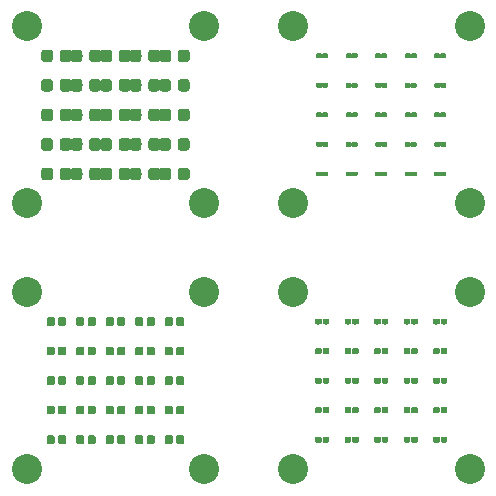
<source format=gbr>
G04 #@! TF.GenerationSoftware,KiCad,Pcbnew,(5.0.0)*
G04 #@! TF.CreationDate,2019-02-17T23:19:19-05:00*
G04 #@! TF.ProjectId,smd test,736D6420746573742E6B696361645F70,rev?*
G04 #@! TF.SameCoordinates,Original*
G04 #@! TF.FileFunction,Soldermask,Top*
G04 #@! TF.FilePolarity,Negative*
%FSLAX46Y46*%
G04 Gerber Fmt 4.6, Leading zero omitted, Abs format (unit mm)*
G04 Created by KiCad (PCBNEW (5.0.0)) date 02/17/19 23:19:19*
%MOMM*%
%LPD*%
G01*
G04 APERTURE LIST*
%ADD10C,0.100000*%
%ADD11C,0.400000*%
%ADD12C,2.540000*%
%ADD13C,0.975000*%
%ADD14C,0.500000*%
%ADD15C,0.690000*%
G04 APERTURE END LIST*
D10*
G04 #@! TO.C,REF\002A\002A*
G36*
X185909802Y-63550482D02*
X185919509Y-63551921D01*
X185929028Y-63554306D01*
X185938268Y-63557612D01*
X185947140Y-63561808D01*
X185955557Y-63566853D01*
X185963439Y-63572699D01*
X185970711Y-63579289D01*
X185977301Y-63586561D01*
X185983147Y-63594443D01*
X185988192Y-63602860D01*
X185992388Y-63611732D01*
X185995694Y-63620972D01*
X185998079Y-63630491D01*
X185999518Y-63640198D01*
X186000000Y-63650000D01*
X186000000Y-63850000D01*
X185999518Y-63859802D01*
X185998079Y-63869509D01*
X185995694Y-63879028D01*
X185992388Y-63888268D01*
X185988192Y-63897140D01*
X185983147Y-63905557D01*
X185977301Y-63913439D01*
X185970711Y-63920711D01*
X185963439Y-63927301D01*
X185955557Y-63933147D01*
X185947140Y-63938192D01*
X185938268Y-63942388D01*
X185929028Y-63945694D01*
X185919509Y-63948079D01*
X185909802Y-63949518D01*
X185900000Y-63950000D01*
X185600000Y-63950000D01*
X185590198Y-63949518D01*
X185580491Y-63948079D01*
X185570972Y-63945694D01*
X185561732Y-63942388D01*
X185552860Y-63938192D01*
X185544443Y-63933147D01*
X185536561Y-63927301D01*
X185529289Y-63920711D01*
X185522699Y-63913439D01*
X185516853Y-63905557D01*
X185511808Y-63897140D01*
X185507612Y-63888268D01*
X185504306Y-63879028D01*
X185501921Y-63869509D01*
X185500482Y-63859802D01*
X185500000Y-63850000D01*
X185500000Y-63650000D01*
X185500482Y-63640198D01*
X185501921Y-63630491D01*
X185504306Y-63620972D01*
X185507612Y-63611732D01*
X185511808Y-63602860D01*
X185516853Y-63594443D01*
X185522699Y-63586561D01*
X185529289Y-63579289D01*
X185536561Y-63572699D01*
X185544443Y-63566853D01*
X185552860Y-63561808D01*
X185561732Y-63557612D01*
X185570972Y-63554306D01*
X185580491Y-63551921D01*
X185590198Y-63550482D01*
X185600000Y-63550000D01*
X185900000Y-63550000D01*
X185909802Y-63550482D01*
X185909802Y-63550482D01*
G37*
D11*
X185750000Y-63750000D03*
D10*
G36*
X186409802Y-63550482D02*
X186419509Y-63551921D01*
X186429028Y-63554306D01*
X186438268Y-63557612D01*
X186447140Y-63561808D01*
X186455557Y-63566853D01*
X186463439Y-63572699D01*
X186470711Y-63579289D01*
X186477301Y-63586561D01*
X186483147Y-63594443D01*
X186488192Y-63602860D01*
X186492388Y-63611732D01*
X186495694Y-63620972D01*
X186498079Y-63630491D01*
X186499518Y-63640198D01*
X186500000Y-63650000D01*
X186500000Y-63850000D01*
X186499518Y-63859802D01*
X186498079Y-63869509D01*
X186495694Y-63879028D01*
X186492388Y-63888268D01*
X186488192Y-63897140D01*
X186483147Y-63905557D01*
X186477301Y-63913439D01*
X186470711Y-63920711D01*
X186463439Y-63927301D01*
X186455557Y-63933147D01*
X186447140Y-63938192D01*
X186438268Y-63942388D01*
X186429028Y-63945694D01*
X186419509Y-63948079D01*
X186409802Y-63949518D01*
X186400000Y-63950000D01*
X186100000Y-63950000D01*
X186090198Y-63949518D01*
X186080491Y-63948079D01*
X186070972Y-63945694D01*
X186061732Y-63942388D01*
X186052860Y-63938192D01*
X186044443Y-63933147D01*
X186036561Y-63927301D01*
X186029289Y-63920711D01*
X186022699Y-63913439D01*
X186016853Y-63905557D01*
X186011808Y-63897140D01*
X186007612Y-63888268D01*
X186004306Y-63879028D01*
X186001921Y-63869509D01*
X186000482Y-63859802D01*
X186000000Y-63850000D01*
X186000000Y-63650000D01*
X186000482Y-63640198D01*
X186001921Y-63630491D01*
X186004306Y-63620972D01*
X186007612Y-63611732D01*
X186011808Y-63602860D01*
X186016853Y-63594443D01*
X186022699Y-63586561D01*
X186029289Y-63579289D01*
X186036561Y-63572699D01*
X186044443Y-63566853D01*
X186052860Y-63561808D01*
X186061732Y-63557612D01*
X186070972Y-63554306D01*
X186080491Y-63551921D01*
X186090198Y-63550482D01*
X186100000Y-63550000D01*
X186400000Y-63550000D01*
X186409802Y-63550482D01*
X186409802Y-63550482D01*
G37*
D11*
X186250000Y-63750000D03*
G04 #@! TD*
D10*
G04 #@! TO.C,REF\002A\002A*
G36*
X183409802Y-63550482D02*
X183419509Y-63551921D01*
X183429028Y-63554306D01*
X183438268Y-63557612D01*
X183447140Y-63561808D01*
X183455557Y-63566853D01*
X183463439Y-63572699D01*
X183470711Y-63579289D01*
X183477301Y-63586561D01*
X183483147Y-63594443D01*
X183488192Y-63602860D01*
X183492388Y-63611732D01*
X183495694Y-63620972D01*
X183498079Y-63630491D01*
X183499518Y-63640198D01*
X183500000Y-63650000D01*
X183500000Y-63850000D01*
X183499518Y-63859802D01*
X183498079Y-63869509D01*
X183495694Y-63879028D01*
X183492388Y-63888268D01*
X183488192Y-63897140D01*
X183483147Y-63905557D01*
X183477301Y-63913439D01*
X183470711Y-63920711D01*
X183463439Y-63927301D01*
X183455557Y-63933147D01*
X183447140Y-63938192D01*
X183438268Y-63942388D01*
X183429028Y-63945694D01*
X183419509Y-63948079D01*
X183409802Y-63949518D01*
X183400000Y-63950000D01*
X183100000Y-63950000D01*
X183090198Y-63949518D01*
X183080491Y-63948079D01*
X183070972Y-63945694D01*
X183061732Y-63942388D01*
X183052860Y-63938192D01*
X183044443Y-63933147D01*
X183036561Y-63927301D01*
X183029289Y-63920711D01*
X183022699Y-63913439D01*
X183016853Y-63905557D01*
X183011808Y-63897140D01*
X183007612Y-63888268D01*
X183004306Y-63879028D01*
X183001921Y-63869509D01*
X183000482Y-63859802D01*
X183000000Y-63850000D01*
X183000000Y-63650000D01*
X183000482Y-63640198D01*
X183001921Y-63630491D01*
X183004306Y-63620972D01*
X183007612Y-63611732D01*
X183011808Y-63602860D01*
X183016853Y-63594443D01*
X183022699Y-63586561D01*
X183029289Y-63579289D01*
X183036561Y-63572699D01*
X183044443Y-63566853D01*
X183052860Y-63561808D01*
X183061732Y-63557612D01*
X183070972Y-63554306D01*
X183080491Y-63551921D01*
X183090198Y-63550482D01*
X183100000Y-63550000D01*
X183400000Y-63550000D01*
X183409802Y-63550482D01*
X183409802Y-63550482D01*
G37*
D11*
X183250000Y-63750000D03*
D10*
G36*
X183909802Y-63550482D02*
X183919509Y-63551921D01*
X183929028Y-63554306D01*
X183938268Y-63557612D01*
X183947140Y-63561808D01*
X183955557Y-63566853D01*
X183963439Y-63572699D01*
X183970711Y-63579289D01*
X183977301Y-63586561D01*
X183983147Y-63594443D01*
X183988192Y-63602860D01*
X183992388Y-63611732D01*
X183995694Y-63620972D01*
X183998079Y-63630491D01*
X183999518Y-63640198D01*
X184000000Y-63650000D01*
X184000000Y-63850000D01*
X183999518Y-63859802D01*
X183998079Y-63869509D01*
X183995694Y-63879028D01*
X183992388Y-63888268D01*
X183988192Y-63897140D01*
X183983147Y-63905557D01*
X183977301Y-63913439D01*
X183970711Y-63920711D01*
X183963439Y-63927301D01*
X183955557Y-63933147D01*
X183947140Y-63938192D01*
X183938268Y-63942388D01*
X183929028Y-63945694D01*
X183919509Y-63948079D01*
X183909802Y-63949518D01*
X183900000Y-63950000D01*
X183600000Y-63950000D01*
X183590198Y-63949518D01*
X183580491Y-63948079D01*
X183570972Y-63945694D01*
X183561732Y-63942388D01*
X183552860Y-63938192D01*
X183544443Y-63933147D01*
X183536561Y-63927301D01*
X183529289Y-63920711D01*
X183522699Y-63913439D01*
X183516853Y-63905557D01*
X183511808Y-63897140D01*
X183507612Y-63888268D01*
X183504306Y-63879028D01*
X183501921Y-63869509D01*
X183500482Y-63859802D01*
X183500000Y-63850000D01*
X183500000Y-63650000D01*
X183500482Y-63640198D01*
X183501921Y-63630491D01*
X183504306Y-63620972D01*
X183507612Y-63611732D01*
X183511808Y-63602860D01*
X183516853Y-63594443D01*
X183522699Y-63586561D01*
X183529289Y-63579289D01*
X183536561Y-63572699D01*
X183544443Y-63566853D01*
X183552860Y-63561808D01*
X183561732Y-63557612D01*
X183570972Y-63554306D01*
X183580491Y-63551921D01*
X183590198Y-63550482D01*
X183600000Y-63550000D01*
X183900000Y-63550000D01*
X183909802Y-63550482D01*
X183909802Y-63550482D01*
G37*
D11*
X183750000Y-63750000D03*
G04 #@! TD*
D10*
G04 #@! TO.C,REF\002A\002A*
G36*
X180909802Y-63550482D02*
X180919509Y-63551921D01*
X180929028Y-63554306D01*
X180938268Y-63557612D01*
X180947140Y-63561808D01*
X180955557Y-63566853D01*
X180963439Y-63572699D01*
X180970711Y-63579289D01*
X180977301Y-63586561D01*
X180983147Y-63594443D01*
X180988192Y-63602860D01*
X180992388Y-63611732D01*
X180995694Y-63620972D01*
X180998079Y-63630491D01*
X180999518Y-63640198D01*
X181000000Y-63650000D01*
X181000000Y-63850000D01*
X180999518Y-63859802D01*
X180998079Y-63869509D01*
X180995694Y-63879028D01*
X180992388Y-63888268D01*
X180988192Y-63897140D01*
X180983147Y-63905557D01*
X180977301Y-63913439D01*
X180970711Y-63920711D01*
X180963439Y-63927301D01*
X180955557Y-63933147D01*
X180947140Y-63938192D01*
X180938268Y-63942388D01*
X180929028Y-63945694D01*
X180919509Y-63948079D01*
X180909802Y-63949518D01*
X180900000Y-63950000D01*
X180600000Y-63950000D01*
X180590198Y-63949518D01*
X180580491Y-63948079D01*
X180570972Y-63945694D01*
X180561732Y-63942388D01*
X180552860Y-63938192D01*
X180544443Y-63933147D01*
X180536561Y-63927301D01*
X180529289Y-63920711D01*
X180522699Y-63913439D01*
X180516853Y-63905557D01*
X180511808Y-63897140D01*
X180507612Y-63888268D01*
X180504306Y-63879028D01*
X180501921Y-63869509D01*
X180500482Y-63859802D01*
X180500000Y-63850000D01*
X180500000Y-63650000D01*
X180500482Y-63640198D01*
X180501921Y-63630491D01*
X180504306Y-63620972D01*
X180507612Y-63611732D01*
X180511808Y-63602860D01*
X180516853Y-63594443D01*
X180522699Y-63586561D01*
X180529289Y-63579289D01*
X180536561Y-63572699D01*
X180544443Y-63566853D01*
X180552860Y-63561808D01*
X180561732Y-63557612D01*
X180570972Y-63554306D01*
X180580491Y-63551921D01*
X180590198Y-63550482D01*
X180600000Y-63550000D01*
X180900000Y-63550000D01*
X180909802Y-63550482D01*
X180909802Y-63550482D01*
G37*
D11*
X180750000Y-63750000D03*
D10*
G36*
X181409802Y-63550482D02*
X181419509Y-63551921D01*
X181429028Y-63554306D01*
X181438268Y-63557612D01*
X181447140Y-63561808D01*
X181455557Y-63566853D01*
X181463439Y-63572699D01*
X181470711Y-63579289D01*
X181477301Y-63586561D01*
X181483147Y-63594443D01*
X181488192Y-63602860D01*
X181492388Y-63611732D01*
X181495694Y-63620972D01*
X181498079Y-63630491D01*
X181499518Y-63640198D01*
X181500000Y-63650000D01*
X181500000Y-63850000D01*
X181499518Y-63859802D01*
X181498079Y-63869509D01*
X181495694Y-63879028D01*
X181492388Y-63888268D01*
X181488192Y-63897140D01*
X181483147Y-63905557D01*
X181477301Y-63913439D01*
X181470711Y-63920711D01*
X181463439Y-63927301D01*
X181455557Y-63933147D01*
X181447140Y-63938192D01*
X181438268Y-63942388D01*
X181429028Y-63945694D01*
X181419509Y-63948079D01*
X181409802Y-63949518D01*
X181400000Y-63950000D01*
X181100000Y-63950000D01*
X181090198Y-63949518D01*
X181080491Y-63948079D01*
X181070972Y-63945694D01*
X181061732Y-63942388D01*
X181052860Y-63938192D01*
X181044443Y-63933147D01*
X181036561Y-63927301D01*
X181029289Y-63920711D01*
X181022699Y-63913439D01*
X181016853Y-63905557D01*
X181011808Y-63897140D01*
X181007612Y-63888268D01*
X181004306Y-63879028D01*
X181001921Y-63869509D01*
X181000482Y-63859802D01*
X181000000Y-63850000D01*
X181000000Y-63650000D01*
X181000482Y-63640198D01*
X181001921Y-63630491D01*
X181004306Y-63620972D01*
X181007612Y-63611732D01*
X181011808Y-63602860D01*
X181016853Y-63594443D01*
X181022699Y-63586561D01*
X181029289Y-63579289D01*
X181036561Y-63572699D01*
X181044443Y-63566853D01*
X181052860Y-63561808D01*
X181061732Y-63557612D01*
X181070972Y-63554306D01*
X181080491Y-63551921D01*
X181090198Y-63550482D01*
X181100000Y-63550000D01*
X181400000Y-63550000D01*
X181409802Y-63550482D01*
X181409802Y-63550482D01*
G37*
D11*
X181250000Y-63750000D03*
G04 #@! TD*
D10*
G04 #@! TO.C,REF\002A\002A*
G36*
X178409802Y-63550482D02*
X178419509Y-63551921D01*
X178429028Y-63554306D01*
X178438268Y-63557612D01*
X178447140Y-63561808D01*
X178455557Y-63566853D01*
X178463439Y-63572699D01*
X178470711Y-63579289D01*
X178477301Y-63586561D01*
X178483147Y-63594443D01*
X178488192Y-63602860D01*
X178492388Y-63611732D01*
X178495694Y-63620972D01*
X178498079Y-63630491D01*
X178499518Y-63640198D01*
X178500000Y-63650000D01*
X178500000Y-63850000D01*
X178499518Y-63859802D01*
X178498079Y-63869509D01*
X178495694Y-63879028D01*
X178492388Y-63888268D01*
X178488192Y-63897140D01*
X178483147Y-63905557D01*
X178477301Y-63913439D01*
X178470711Y-63920711D01*
X178463439Y-63927301D01*
X178455557Y-63933147D01*
X178447140Y-63938192D01*
X178438268Y-63942388D01*
X178429028Y-63945694D01*
X178419509Y-63948079D01*
X178409802Y-63949518D01*
X178400000Y-63950000D01*
X178100000Y-63950000D01*
X178090198Y-63949518D01*
X178080491Y-63948079D01*
X178070972Y-63945694D01*
X178061732Y-63942388D01*
X178052860Y-63938192D01*
X178044443Y-63933147D01*
X178036561Y-63927301D01*
X178029289Y-63920711D01*
X178022699Y-63913439D01*
X178016853Y-63905557D01*
X178011808Y-63897140D01*
X178007612Y-63888268D01*
X178004306Y-63879028D01*
X178001921Y-63869509D01*
X178000482Y-63859802D01*
X178000000Y-63850000D01*
X178000000Y-63650000D01*
X178000482Y-63640198D01*
X178001921Y-63630491D01*
X178004306Y-63620972D01*
X178007612Y-63611732D01*
X178011808Y-63602860D01*
X178016853Y-63594443D01*
X178022699Y-63586561D01*
X178029289Y-63579289D01*
X178036561Y-63572699D01*
X178044443Y-63566853D01*
X178052860Y-63561808D01*
X178061732Y-63557612D01*
X178070972Y-63554306D01*
X178080491Y-63551921D01*
X178090198Y-63550482D01*
X178100000Y-63550000D01*
X178400000Y-63550000D01*
X178409802Y-63550482D01*
X178409802Y-63550482D01*
G37*
D11*
X178250000Y-63750000D03*
D10*
G36*
X178909802Y-63550482D02*
X178919509Y-63551921D01*
X178929028Y-63554306D01*
X178938268Y-63557612D01*
X178947140Y-63561808D01*
X178955557Y-63566853D01*
X178963439Y-63572699D01*
X178970711Y-63579289D01*
X178977301Y-63586561D01*
X178983147Y-63594443D01*
X178988192Y-63602860D01*
X178992388Y-63611732D01*
X178995694Y-63620972D01*
X178998079Y-63630491D01*
X178999518Y-63640198D01*
X179000000Y-63650000D01*
X179000000Y-63850000D01*
X178999518Y-63859802D01*
X178998079Y-63869509D01*
X178995694Y-63879028D01*
X178992388Y-63888268D01*
X178988192Y-63897140D01*
X178983147Y-63905557D01*
X178977301Y-63913439D01*
X178970711Y-63920711D01*
X178963439Y-63927301D01*
X178955557Y-63933147D01*
X178947140Y-63938192D01*
X178938268Y-63942388D01*
X178929028Y-63945694D01*
X178919509Y-63948079D01*
X178909802Y-63949518D01*
X178900000Y-63950000D01*
X178600000Y-63950000D01*
X178590198Y-63949518D01*
X178580491Y-63948079D01*
X178570972Y-63945694D01*
X178561732Y-63942388D01*
X178552860Y-63938192D01*
X178544443Y-63933147D01*
X178536561Y-63927301D01*
X178529289Y-63920711D01*
X178522699Y-63913439D01*
X178516853Y-63905557D01*
X178511808Y-63897140D01*
X178507612Y-63888268D01*
X178504306Y-63879028D01*
X178501921Y-63869509D01*
X178500482Y-63859802D01*
X178500000Y-63850000D01*
X178500000Y-63650000D01*
X178500482Y-63640198D01*
X178501921Y-63630491D01*
X178504306Y-63620972D01*
X178507612Y-63611732D01*
X178511808Y-63602860D01*
X178516853Y-63594443D01*
X178522699Y-63586561D01*
X178529289Y-63579289D01*
X178536561Y-63572699D01*
X178544443Y-63566853D01*
X178552860Y-63561808D01*
X178561732Y-63557612D01*
X178570972Y-63554306D01*
X178580491Y-63551921D01*
X178590198Y-63550482D01*
X178600000Y-63550000D01*
X178900000Y-63550000D01*
X178909802Y-63550482D01*
X178909802Y-63550482D01*
G37*
D11*
X178750000Y-63750000D03*
G04 #@! TD*
D10*
G04 #@! TO.C,REF\002A\002A*
G36*
X175909802Y-63550482D02*
X175919509Y-63551921D01*
X175929028Y-63554306D01*
X175938268Y-63557612D01*
X175947140Y-63561808D01*
X175955557Y-63566853D01*
X175963439Y-63572699D01*
X175970711Y-63579289D01*
X175977301Y-63586561D01*
X175983147Y-63594443D01*
X175988192Y-63602860D01*
X175992388Y-63611732D01*
X175995694Y-63620972D01*
X175998079Y-63630491D01*
X175999518Y-63640198D01*
X176000000Y-63650000D01*
X176000000Y-63850000D01*
X175999518Y-63859802D01*
X175998079Y-63869509D01*
X175995694Y-63879028D01*
X175992388Y-63888268D01*
X175988192Y-63897140D01*
X175983147Y-63905557D01*
X175977301Y-63913439D01*
X175970711Y-63920711D01*
X175963439Y-63927301D01*
X175955557Y-63933147D01*
X175947140Y-63938192D01*
X175938268Y-63942388D01*
X175929028Y-63945694D01*
X175919509Y-63948079D01*
X175909802Y-63949518D01*
X175900000Y-63950000D01*
X175600000Y-63950000D01*
X175590198Y-63949518D01*
X175580491Y-63948079D01*
X175570972Y-63945694D01*
X175561732Y-63942388D01*
X175552860Y-63938192D01*
X175544443Y-63933147D01*
X175536561Y-63927301D01*
X175529289Y-63920711D01*
X175522699Y-63913439D01*
X175516853Y-63905557D01*
X175511808Y-63897140D01*
X175507612Y-63888268D01*
X175504306Y-63879028D01*
X175501921Y-63869509D01*
X175500482Y-63859802D01*
X175500000Y-63850000D01*
X175500000Y-63650000D01*
X175500482Y-63640198D01*
X175501921Y-63630491D01*
X175504306Y-63620972D01*
X175507612Y-63611732D01*
X175511808Y-63602860D01*
X175516853Y-63594443D01*
X175522699Y-63586561D01*
X175529289Y-63579289D01*
X175536561Y-63572699D01*
X175544443Y-63566853D01*
X175552860Y-63561808D01*
X175561732Y-63557612D01*
X175570972Y-63554306D01*
X175580491Y-63551921D01*
X175590198Y-63550482D01*
X175600000Y-63550000D01*
X175900000Y-63550000D01*
X175909802Y-63550482D01*
X175909802Y-63550482D01*
G37*
D11*
X175750000Y-63750000D03*
D10*
G36*
X176409802Y-63550482D02*
X176419509Y-63551921D01*
X176429028Y-63554306D01*
X176438268Y-63557612D01*
X176447140Y-63561808D01*
X176455557Y-63566853D01*
X176463439Y-63572699D01*
X176470711Y-63579289D01*
X176477301Y-63586561D01*
X176483147Y-63594443D01*
X176488192Y-63602860D01*
X176492388Y-63611732D01*
X176495694Y-63620972D01*
X176498079Y-63630491D01*
X176499518Y-63640198D01*
X176500000Y-63650000D01*
X176500000Y-63850000D01*
X176499518Y-63859802D01*
X176498079Y-63869509D01*
X176495694Y-63879028D01*
X176492388Y-63888268D01*
X176488192Y-63897140D01*
X176483147Y-63905557D01*
X176477301Y-63913439D01*
X176470711Y-63920711D01*
X176463439Y-63927301D01*
X176455557Y-63933147D01*
X176447140Y-63938192D01*
X176438268Y-63942388D01*
X176429028Y-63945694D01*
X176419509Y-63948079D01*
X176409802Y-63949518D01*
X176400000Y-63950000D01*
X176100000Y-63950000D01*
X176090198Y-63949518D01*
X176080491Y-63948079D01*
X176070972Y-63945694D01*
X176061732Y-63942388D01*
X176052860Y-63938192D01*
X176044443Y-63933147D01*
X176036561Y-63927301D01*
X176029289Y-63920711D01*
X176022699Y-63913439D01*
X176016853Y-63905557D01*
X176011808Y-63897140D01*
X176007612Y-63888268D01*
X176004306Y-63879028D01*
X176001921Y-63869509D01*
X176000482Y-63859802D01*
X176000000Y-63850000D01*
X176000000Y-63650000D01*
X176000482Y-63640198D01*
X176001921Y-63630491D01*
X176004306Y-63620972D01*
X176007612Y-63611732D01*
X176011808Y-63602860D01*
X176016853Y-63594443D01*
X176022699Y-63586561D01*
X176029289Y-63579289D01*
X176036561Y-63572699D01*
X176044443Y-63566853D01*
X176052860Y-63561808D01*
X176061732Y-63557612D01*
X176070972Y-63554306D01*
X176080491Y-63551921D01*
X176090198Y-63550482D01*
X176100000Y-63550000D01*
X176400000Y-63550000D01*
X176409802Y-63550482D01*
X176409802Y-63550482D01*
G37*
D11*
X176250000Y-63750000D03*
G04 #@! TD*
D10*
G04 #@! TO.C,REF\002A\002A*
G36*
X185909802Y-61050482D02*
X185919509Y-61051921D01*
X185929028Y-61054306D01*
X185938268Y-61057612D01*
X185947140Y-61061808D01*
X185955557Y-61066853D01*
X185963439Y-61072699D01*
X185970711Y-61079289D01*
X185977301Y-61086561D01*
X185983147Y-61094443D01*
X185988192Y-61102860D01*
X185992388Y-61111732D01*
X185995694Y-61120972D01*
X185998079Y-61130491D01*
X185999518Y-61140198D01*
X186000000Y-61150000D01*
X186000000Y-61350000D01*
X185999518Y-61359802D01*
X185998079Y-61369509D01*
X185995694Y-61379028D01*
X185992388Y-61388268D01*
X185988192Y-61397140D01*
X185983147Y-61405557D01*
X185977301Y-61413439D01*
X185970711Y-61420711D01*
X185963439Y-61427301D01*
X185955557Y-61433147D01*
X185947140Y-61438192D01*
X185938268Y-61442388D01*
X185929028Y-61445694D01*
X185919509Y-61448079D01*
X185909802Y-61449518D01*
X185900000Y-61450000D01*
X185600000Y-61450000D01*
X185590198Y-61449518D01*
X185580491Y-61448079D01*
X185570972Y-61445694D01*
X185561732Y-61442388D01*
X185552860Y-61438192D01*
X185544443Y-61433147D01*
X185536561Y-61427301D01*
X185529289Y-61420711D01*
X185522699Y-61413439D01*
X185516853Y-61405557D01*
X185511808Y-61397140D01*
X185507612Y-61388268D01*
X185504306Y-61379028D01*
X185501921Y-61369509D01*
X185500482Y-61359802D01*
X185500000Y-61350000D01*
X185500000Y-61150000D01*
X185500482Y-61140198D01*
X185501921Y-61130491D01*
X185504306Y-61120972D01*
X185507612Y-61111732D01*
X185511808Y-61102860D01*
X185516853Y-61094443D01*
X185522699Y-61086561D01*
X185529289Y-61079289D01*
X185536561Y-61072699D01*
X185544443Y-61066853D01*
X185552860Y-61061808D01*
X185561732Y-61057612D01*
X185570972Y-61054306D01*
X185580491Y-61051921D01*
X185590198Y-61050482D01*
X185600000Y-61050000D01*
X185900000Y-61050000D01*
X185909802Y-61050482D01*
X185909802Y-61050482D01*
G37*
D11*
X185750000Y-61250000D03*
D10*
G36*
X186409802Y-61050482D02*
X186419509Y-61051921D01*
X186429028Y-61054306D01*
X186438268Y-61057612D01*
X186447140Y-61061808D01*
X186455557Y-61066853D01*
X186463439Y-61072699D01*
X186470711Y-61079289D01*
X186477301Y-61086561D01*
X186483147Y-61094443D01*
X186488192Y-61102860D01*
X186492388Y-61111732D01*
X186495694Y-61120972D01*
X186498079Y-61130491D01*
X186499518Y-61140198D01*
X186500000Y-61150000D01*
X186500000Y-61350000D01*
X186499518Y-61359802D01*
X186498079Y-61369509D01*
X186495694Y-61379028D01*
X186492388Y-61388268D01*
X186488192Y-61397140D01*
X186483147Y-61405557D01*
X186477301Y-61413439D01*
X186470711Y-61420711D01*
X186463439Y-61427301D01*
X186455557Y-61433147D01*
X186447140Y-61438192D01*
X186438268Y-61442388D01*
X186429028Y-61445694D01*
X186419509Y-61448079D01*
X186409802Y-61449518D01*
X186400000Y-61450000D01*
X186100000Y-61450000D01*
X186090198Y-61449518D01*
X186080491Y-61448079D01*
X186070972Y-61445694D01*
X186061732Y-61442388D01*
X186052860Y-61438192D01*
X186044443Y-61433147D01*
X186036561Y-61427301D01*
X186029289Y-61420711D01*
X186022699Y-61413439D01*
X186016853Y-61405557D01*
X186011808Y-61397140D01*
X186007612Y-61388268D01*
X186004306Y-61379028D01*
X186001921Y-61369509D01*
X186000482Y-61359802D01*
X186000000Y-61350000D01*
X186000000Y-61150000D01*
X186000482Y-61140198D01*
X186001921Y-61130491D01*
X186004306Y-61120972D01*
X186007612Y-61111732D01*
X186011808Y-61102860D01*
X186016853Y-61094443D01*
X186022699Y-61086561D01*
X186029289Y-61079289D01*
X186036561Y-61072699D01*
X186044443Y-61066853D01*
X186052860Y-61061808D01*
X186061732Y-61057612D01*
X186070972Y-61054306D01*
X186080491Y-61051921D01*
X186090198Y-61050482D01*
X186100000Y-61050000D01*
X186400000Y-61050000D01*
X186409802Y-61050482D01*
X186409802Y-61050482D01*
G37*
D11*
X186250000Y-61250000D03*
G04 #@! TD*
D10*
G04 #@! TO.C,REF\002A\002A*
G36*
X183409802Y-61050482D02*
X183419509Y-61051921D01*
X183429028Y-61054306D01*
X183438268Y-61057612D01*
X183447140Y-61061808D01*
X183455557Y-61066853D01*
X183463439Y-61072699D01*
X183470711Y-61079289D01*
X183477301Y-61086561D01*
X183483147Y-61094443D01*
X183488192Y-61102860D01*
X183492388Y-61111732D01*
X183495694Y-61120972D01*
X183498079Y-61130491D01*
X183499518Y-61140198D01*
X183500000Y-61150000D01*
X183500000Y-61350000D01*
X183499518Y-61359802D01*
X183498079Y-61369509D01*
X183495694Y-61379028D01*
X183492388Y-61388268D01*
X183488192Y-61397140D01*
X183483147Y-61405557D01*
X183477301Y-61413439D01*
X183470711Y-61420711D01*
X183463439Y-61427301D01*
X183455557Y-61433147D01*
X183447140Y-61438192D01*
X183438268Y-61442388D01*
X183429028Y-61445694D01*
X183419509Y-61448079D01*
X183409802Y-61449518D01*
X183400000Y-61450000D01*
X183100000Y-61450000D01*
X183090198Y-61449518D01*
X183080491Y-61448079D01*
X183070972Y-61445694D01*
X183061732Y-61442388D01*
X183052860Y-61438192D01*
X183044443Y-61433147D01*
X183036561Y-61427301D01*
X183029289Y-61420711D01*
X183022699Y-61413439D01*
X183016853Y-61405557D01*
X183011808Y-61397140D01*
X183007612Y-61388268D01*
X183004306Y-61379028D01*
X183001921Y-61369509D01*
X183000482Y-61359802D01*
X183000000Y-61350000D01*
X183000000Y-61150000D01*
X183000482Y-61140198D01*
X183001921Y-61130491D01*
X183004306Y-61120972D01*
X183007612Y-61111732D01*
X183011808Y-61102860D01*
X183016853Y-61094443D01*
X183022699Y-61086561D01*
X183029289Y-61079289D01*
X183036561Y-61072699D01*
X183044443Y-61066853D01*
X183052860Y-61061808D01*
X183061732Y-61057612D01*
X183070972Y-61054306D01*
X183080491Y-61051921D01*
X183090198Y-61050482D01*
X183100000Y-61050000D01*
X183400000Y-61050000D01*
X183409802Y-61050482D01*
X183409802Y-61050482D01*
G37*
D11*
X183250000Y-61250000D03*
D10*
G36*
X183909802Y-61050482D02*
X183919509Y-61051921D01*
X183929028Y-61054306D01*
X183938268Y-61057612D01*
X183947140Y-61061808D01*
X183955557Y-61066853D01*
X183963439Y-61072699D01*
X183970711Y-61079289D01*
X183977301Y-61086561D01*
X183983147Y-61094443D01*
X183988192Y-61102860D01*
X183992388Y-61111732D01*
X183995694Y-61120972D01*
X183998079Y-61130491D01*
X183999518Y-61140198D01*
X184000000Y-61150000D01*
X184000000Y-61350000D01*
X183999518Y-61359802D01*
X183998079Y-61369509D01*
X183995694Y-61379028D01*
X183992388Y-61388268D01*
X183988192Y-61397140D01*
X183983147Y-61405557D01*
X183977301Y-61413439D01*
X183970711Y-61420711D01*
X183963439Y-61427301D01*
X183955557Y-61433147D01*
X183947140Y-61438192D01*
X183938268Y-61442388D01*
X183929028Y-61445694D01*
X183919509Y-61448079D01*
X183909802Y-61449518D01*
X183900000Y-61450000D01*
X183600000Y-61450000D01*
X183590198Y-61449518D01*
X183580491Y-61448079D01*
X183570972Y-61445694D01*
X183561732Y-61442388D01*
X183552860Y-61438192D01*
X183544443Y-61433147D01*
X183536561Y-61427301D01*
X183529289Y-61420711D01*
X183522699Y-61413439D01*
X183516853Y-61405557D01*
X183511808Y-61397140D01*
X183507612Y-61388268D01*
X183504306Y-61379028D01*
X183501921Y-61369509D01*
X183500482Y-61359802D01*
X183500000Y-61350000D01*
X183500000Y-61150000D01*
X183500482Y-61140198D01*
X183501921Y-61130491D01*
X183504306Y-61120972D01*
X183507612Y-61111732D01*
X183511808Y-61102860D01*
X183516853Y-61094443D01*
X183522699Y-61086561D01*
X183529289Y-61079289D01*
X183536561Y-61072699D01*
X183544443Y-61066853D01*
X183552860Y-61061808D01*
X183561732Y-61057612D01*
X183570972Y-61054306D01*
X183580491Y-61051921D01*
X183590198Y-61050482D01*
X183600000Y-61050000D01*
X183900000Y-61050000D01*
X183909802Y-61050482D01*
X183909802Y-61050482D01*
G37*
D11*
X183750000Y-61250000D03*
G04 #@! TD*
D10*
G04 #@! TO.C,REF\002A\002A*
G36*
X180909802Y-61050482D02*
X180919509Y-61051921D01*
X180929028Y-61054306D01*
X180938268Y-61057612D01*
X180947140Y-61061808D01*
X180955557Y-61066853D01*
X180963439Y-61072699D01*
X180970711Y-61079289D01*
X180977301Y-61086561D01*
X180983147Y-61094443D01*
X180988192Y-61102860D01*
X180992388Y-61111732D01*
X180995694Y-61120972D01*
X180998079Y-61130491D01*
X180999518Y-61140198D01*
X181000000Y-61150000D01*
X181000000Y-61350000D01*
X180999518Y-61359802D01*
X180998079Y-61369509D01*
X180995694Y-61379028D01*
X180992388Y-61388268D01*
X180988192Y-61397140D01*
X180983147Y-61405557D01*
X180977301Y-61413439D01*
X180970711Y-61420711D01*
X180963439Y-61427301D01*
X180955557Y-61433147D01*
X180947140Y-61438192D01*
X180938268Y-61442388D01*
X180929028Y-61445694D01*
X180919509Y-61448079D01*
X180909802Y-61449518D01*
X180900000Y-61450000D01*
X180600000Y-61450000D01*
X180590198Y-61449518D01*
X180580491Y-61448079D01*
X180570972Y-61445694D01*
X180561732Y-61442388D01*
X180552860Y-61438192D01*
X180544443Y-61433147D01*
X180536561Y-61427301D01*
X180529289Y-61420711D01*
X180522699Y-61413439D01*
X180516853Y-61405557D01*
X180511808Y-61397140D01*
X180507612Y-61388268D01*
X180504306Y-61379028D01*
X180501921Y-61369509D01*
X180500482Y-61359802D01*
X180500000Y-61350000D01*
X180500000Y-61150000D01*
X180500482Y-61140198D01*
X180501921Y-61130491D01*
X180504306Y-61120972D01*
X180507612Y-61111732D01*
X180511808Y-61102860D01*
X180516853Y-61094443D01*
X180522699Y-61086561D01*
X180529289Y-61079289D01*
X180536561Y-61072699D01*
X180544443Y-61066853D01*
X180552860Y-61061808D01*
X180561732Y-61057612D01*
X180570972Y-61054306D01*
X180580491Y-61051921D01*
X180590198Y-61050482D01*
X180600000Y-61050000D01*
X180900000Y-61050000D01*
X180909802Y-61050482D01*
X180909802Y-61050482D01*
G37*
D11*
X180750000Y-61250000D03*
D10*
G36*
X181409802Y-61050482D02*
X181419509Y-61051921D01*
X181429028Y-61054306D01*
X181438268Y-61057612D01*
X181447140Y-61061808D01*
X181455557Y-61066853D01*
X181463439Y-61072699D01*
X181470711Y-61079289D01*
X181477301Y-61086561D01*
X181483147Y-61094443D01*
X181488192Y-61102860D01*
X181492388Y-61111732D01*
X181495694Y-61120972D01*
X181498079Y-61130491D01*
X181499518Y-61140198D01*
X181500000Y-61150000D01*
X181500000Y-61350000D01*
X181499518Y-61359802D01*
X181498079Y-61369509D01*
X181495694Y-61379028D01*
X181492388Y-61388268D01*
X181488192Y-61397140D01*
X181483147Y-61405557D01*
X181477301Y-61413439D01*
X181470711Y-61420711D01*
X181463439Y-61427301D01*
X181455557Y-61433147D01*
X181447140Y-61438192D01*
X181438268Y-61442388D01*
X181429028Y-61445694D01*
X181419509Y-61448079D01*
X181409802Y-61449518D01*
X181400000Y-61450000D01*
X181100000Y-61450000D01*
X181090198Y-61449518D01*
X181080491Y-61448079D01*
X181070972Y-61445694D01*
X181061732Y-61442388D01*
X181052860Y-61438192D01*
X181044443Y-61433147D01*
X181036561Y-61427301D01*
X181029289Y-61420711D01*
X181022699Y-61413439D01*
X181016853Y-61405557D01*
X181011808Y-61397140D01*
X181007612Y-61388268D01*
X181004306Y-61379028D01*
X181001921Y-61369509D01*
X181000482Y-61359802D01*
X181000000Y-61350000D01*
X181000000Y-61150000D01*
X181000482Y-61140198D01*
X181001921Y-61130491D01*
X181004306Y-61120972D01*
X181007612Y-61111732D01*
X181011808Y-61102860D01*
X181016853Y-61094443D01*
X181022699Y-61086561D01*
X181029289Y-61079289D01*
X181036561Y-61072699D01*
X181044443Y-61066853D01*
X181052860Y-61061808D01*
X181061732Y-61057612D01*
X181070972Y-61054306D01*
X181080491Y-61051921D01*
X181090198Y-61050482D01*
X181100000Y-61050000D01*
X181400000Y-61050000D01*
X181409802Y-61050482D01*
X181409802Y-61050482D01*
G37*
D11*
X181250000Y-61250000D03*
G04 #@! TD*
D10*
G04 #@! TO.C,REF\002A\002A*
G36*
X178409802Y-61050482D02*
X178419509Y-61051921D01*
X178429028Y-61054306D01*
X178438268Y-61057612D01*
X178447140Y-61061808D01*
X178455557Y-61066853D01*
X178463439Y-61072699D01*
X178470711Y-61079289D01*
X178477301Y-61086561D01*
X178483147Y-61094443D01*
X178488192Y-61102860D01*
X178492388Y-61111732D01*
X178495694Y-61120972D01*
X178498079Y-61130491D01*
X178499518Y-61140198D01*
X178500000Y-61150000D01*
X178500000Y-61350000D01*
X178499518Y-61359802D01*
X178498079Y-61369509D01*
X178495694Y-61379028D01*
X178492388Y-61388268D01*
X178488192Y-61397140D01*
X178483147Y-61405557D01*
X178477301Y-61413439D01*
X178470711Y-61420711D01*
X178463439Y-61427301D01*
X178455557Y-61433147D01*
X178447140Y-61438192D01*
X178438268Y-61442388D01*
X178429028Y-61445694D01*
X178419509Y-61448079D01*
X178409802Y-61449518D01*
X178400000Y-61450000D01*
X178100000Y-61450000D01*
X178090198Y-61449518D01*
X178080491Y-61448079D01*
X178070972Y-61445694D01*
X178061732Y-61442388D01*
X178052860Y-61438192D01*
X178044443Y-61433147D01*
X178036561Y-61427301D01*
X178029289Y-61420711D01*
X178022699Y-61413439D01*
X178016853Y-61405557D01*
X178011808Y-61397140D01*
X178007612Y-61388268D01*
X178004306Y-61379028D01*
X178001921Y-61369509D01*
X178000482Y-61359802D01*
X178000000Y-61350000D01*
X178000000Y-61150000D01*
X178000482Y-61140198D01*
X178001921Y-61130491D01*
X178004306Y-61120972D01*
X178007612Y-61111732D01*
X178011808Y-61102860D01*
X178016853Y-61094443D01*
X178022699Y-61086561D01*
X178029289Y-61079289D01*
X178036561Y-61072699D01*
X178044443Y-61066853D01*
X178052860Y-61061808D01*
X178061732Y-61057612D01*
X178070972Y-61054306D01*
X178080491Y-61051921D01*
X178090198Y-61050482D01*
X178100000Y-61050000D01*
X178400000Y-61050000D01*
X178409802Y-61050482D01*
X178409802Y-61050482D01*
G37*
D11*
X178250000Y-61250000D03*
D10*
G36*
X178909802Y-61050482D02*
X178919509Y-61051921D01*
X178929028Y-61054306D01*
X178938268Y-61057612D01*
X178947140Y-61061808D01*
X178955557Y-61066853D01*
X178963439Y-61072699D01*
X178970711Y-61079289D01*
X178977301Y-61086561D01*
X178983147Y-61094443D01*
X178988192Y-61102860D01*
X178992388Y-61111732D01*
X178995694Y-61120972D01*
X178998079Y-61130491D01*
X178999518Y-61140198D01*
X179000000Y-61150000D01*
X179000000Y-61350000D01*
X178999518Y-61359802D01*
X178998079Y-61369509D01*
X178995694Y-61379028D01*
X178992388Y-61388268D01*
X178988192Y-61397140D01*
X178983147Y-61405557D01*
X178977301Y-61413439D01*
X178970711Y-61420711D01*
X178963439Y-61427301D01*
X178955557Y-61433147D01*
X178947140Y-61438192D01*
X178938268Y-61442388D01*
X178929028Y-61445694D01*
X178919509Y-61448079D01*
X178909802Y-61449518D01*
X178900000Y-61450000D01*
X178600000Y-61450000D01*
X178590198Y-61449518D01*
X178580491Y-61448079D01*
X178570972Y-61445694D01*
X178561732Y-61442388D01*
X178552860Y-61438192D01*
X178544443Y-61433147D01*
X178536561Y-61427301D01*
X178529289Y-61420711D01*
X178522699Y-61413439D01*
X178516853Y-61405557D01*
X178511808Y-61397140D01*
X178507612Y-61388268D01*
X178504306Y-61379028D01*
X178501921Y-61369509D01*
X178500482Y-61359802D01*
X178500000Y-61350000D01*
X178500000Y-61150000D01*
X178500482Y-61140198D01*
X178501921Y-61130491D01*
X178504306Y-61120972D01*
X178507612Y-61111732D01*
X178511808Y-61102860D01*
X178516853Y-61094443D01*
X178522699Y-61086561D01*
X178529289Y-61079289D01*
X178536561Y-61072699D01*
X178544443Y-61066853D01*
X178552860Y-61061808D01*
X178561732Y-61057612D01*
X178570972Y-61054306D01*
X178580491Y-61051921D01*
X178590198Y-61050482D01*
X178600000Y-61050000D01*
X178900000Y-61050000D01*
X178909802Y-61050482D01*
X178909802Y-61050482D01*
G37*
D11*
X178750000Y-61250000D03*
G04 #@! TD*
D10*
G04 #@! TO.C,REF\002A\002A*
G36*
X175909802Y-61050482D02*
X175919509Y-61051921D01*
X175929028Y-61054306D01*
X175938268Y-61057612D01*
X175947140Y-61061808D01*
X175955557Y-61066853D01*
X175963439Y-61072699D01*
X175970711Y-61079289D01*
X175977301Y-61086561D01*
X175983147Y-61094443D01*
X175988192Y-61102860D01*
X175992388Y-61111732D01*
X175995694Y-61120972D01*
X175998079Y-61130491D01*
X175999518Y-61140198D01*
X176000000Y-61150000D01*
X176000000Y-61350000D01*
X175999518Y-61359802D01*
X175998079Y-61369509D01*
X175995694Y-61379028D01*
X175992388Y-61388268D01*
X175988192Y-61397140D01*
X175983147Y-61405557D01*
X175977301Y-61413439D01*
X175970711Y-61420711D01*
X175963439Y-61427301D01*
X175955557Y-61433147D01*
X175947140Y-61438192D01*
X175938268Y-61442388D01*
X175929028Y-61445694D01*
X175919509Y-61448079D01*
X175909802Y-61449518D01*
X175900000Y-61450000D01*
X175600000Y-61450000D01*
X175590198Y-61449518D01*
X175580491Y-61448079D01*
X175570972Y-61445694D01*
X175561732Y-61442388D01*
X175552860Y-61438192D01*
X175544443Y-61433147D01*
X175536561Y-61427301D01*
X175529289Y-61420711D01*
X175522699Y-61413439D01*
X175516853Y-61405557D01*
X175511808Y-61397140D01*
X175507612Y-61388268D01*
X175504306Y-61379028D01*
X175501921Y-61369509D01*
X175500482Y-61359802D01*
X175500000Y-61350000D01*
X175500000Y-61150000D01*
X175500482Y-61140198D01*
X175501921Y-61130491D01*
X175504306Y-61120972D01*
X175507612Y-61111732D01*
X175511808Y-61102860D01*
X175516853Y-61094443D01*
X175522699Y-61086561D01*
X175529289Y-61079289D01*
X175536561Y-61072699D01*
X175544443Y-61066853D01*
X175552860Y-61061808D01*
X175561732Y-61057612D01*
X175570972Y-61054306D01*
X175580491Y-61051921D01*
X175590198Y-61050482D01*
X175600000Y-61050000D01*
X175900000Y-61050000D01*
X175909802Y-61050482D01*
X175909802Y-61050482D01*
G37*
D11*
X175750000Y-61250000D03*
D10*
G36*
X176409802Y-61050482D02*
X176419509Y-61051921D01*
X176429028Y-61054306D01*
X176438268Y-61057612D01*
X176447140Y-61061808D01*
X176455557Y-61066853D01*
X176463439Y-61072699D01*
X176470711Y-61079289D01*
X176477301Y-61086561D01*
X176483147Y-61094443D01*
X176488192Y-61102860D01*
X176492388Y-61111732D01*
X176495694Y-61120972D01*
X176498079Y-61130491D01*
X176499518Y-61140198D01*
X176500000Y-61150000D01*
X176500000Y-61350000D01*
X176499518Y-61359802D01*
X176498079Y-61369509D01*
X176495694Y-61379028D01*
X176492388Y-61388268D01*
X176488192Y-61397140D01*
X176483147Y-61405557D01*
X176477301Y-61413439D01*
X176470711Y-61420711D01*
X176463439Y-61427301D01*
X176455557Y-61433147D01*
X176447140Y-61438192D01*
X176438268Y-61442388D01*
X176429028Y-61445694D01*
X176419509Y-61448079D01*
X176409802Y-61449518D01*
X176400000Y-61450000D01*
X176100000Y-61450000D01*
X176090198Y-61449518D01*
X176080491Y-61448079D01*
X176070972Y-61445694D01*
X176061732Y-61442388D01*
X176052860Y-61438192D01*
X176044443Y-61433147D01*
X176036561Y-61427301D01*
X176029289Y-61420711D01*
X176022699Y-61413439D01*
X176016853Y-61405557D01*
X176011808Y-61397140D01*
X176007612Y-61388268D01*
X176004306Y-61379028D01*
X176001921Y-61369509D01*
X176000482Y-61359802D01*
X176000000Y-61350000D01*
X176000000Y-61150000D01*
X176000482Y-61140198D01*
X176001921Y-61130491D01*
X176004306Y-61120972D01*
X176007612Y-61111732D01*
X176011808Y-61102860D01*
X176016853Y-61094443D01*
X176022699Y-61086561D01*
X176029289Y-61079289D01*
X176036561Y-61072699D01*
X176044443Y-61066853D01*
X176052860Y-61061808D01*
X176061732Y-61057612D01*
X176070972Y-61054306D01*
X176080491Y-61051921D01*
X176090198Y-61050482D01*
X176100000Y-61050000D01*
X176400000Y-61050000D01*
X176409802Y-61050482D01*
X176409802Y-61050482D01*
G37*
D11*
X176250000Y-61250000D03*
G04 #@! TD*
D10*
G04 #@! TO.C,REF\002A\002A*
G36*
X185909802Y-58550482D02*
X185919509Y-58551921D01*
X185929028Y-58554306D01*
X185938268Y-58557612D01*
X185947140Y-58561808D01*
X185955557Y-58566853D01*
X185963439Y-58572699D01*
X185970711Y-58579289D01*
X185977301Y-58586561D01*
X185983147Y-58594443D01*
X185988192Y-58602860D01*
X185992388Y-58611732D01*
X185995694Y-58620972D01*
X185998079Y-58630491D01*
X185999518Y-58640198D01*
X186000000Y-58650000D01*
X186000000Y-58850000D01*
X185999518Y-58859802D01*
X185998079Y-58869509D01*
X185995694Y-58879028D01*
X185992388Y-58888268D01*
X185988192Y-58897140D01*
X185983147Y-58905557D01*
X185977301Y-58913439D01*
X185970711Y-58920711D01*
X185963439Y-58927301D01*
X185955557Y-58933147D01*
X185947140Y-58938192D01*
X185938268Y-58942388D01*
X185929028Y-58945694D01*
X185919509Y-58948079D01*
X185909802Y-58949518D01*
X185900000Y-58950000D01*
X185600000Y-58950000D01*
X185590198Y-58949518D01*
X185580491Y-58948079D01*
X185570972Y-58945694D01*
X185561732Y-58942388D01*
X185552860Y-58938192D01*
X185544443Y-58933147D01*
X185536561Y-58927301D01*
X185529289Y-58920711D01*
X185522699Y-58913439D01*
X185516853Y-58905557D01*
X185511808Y-58897140D01*
X185507612Y-58888268D01*
X185504306Y-58879028D01*
X185501921Y-58869509D01*
X185500482Y-58859802D01*
X185500000Y-58850000D01*
X185500000Y-58650000D01*
X185500482Y-58640198D01*
X185501921Y-58630491D01*
X185504306Y-58620972D01*
X185507612Y-58611732D01*
X185511808Y-58602860D01*
X185516853Y-58594443D01*
X185522699Y-58586561D01*
X185529289Y-58579289D01*
X185536561Y-58572699D01*
X185544443Y-58566853D01*
X185552860Y-58561808D01*
X185561732Y-58557612D01*
X185570972Y-58554306D01*
X185580491Y-58551921D01*
X185590198Y-58550482D01*
X185600000Y-58550000D01*
X185900000Y-58550000D01*
X185909802Y-58550482D01*
X185909802Y-58550482D01*
G37*
D11*
X185750000Y-58750000D03*
D10*
G36*
X186409802Y-58550482D02*
X186419509Y-58551921D01*
X186429028Y-58554306D01*
X186438268Y-58557612D01*
X186447140Y-58561808D01*
X186455557Y-58566853D01*
X186463439Y-58572699D01*
X186470711Y-58579289D01*
X186477301Y-58586561D01*
X186483147Y-58594443D01*
X186488192Y-58602860D01*
X186492388Y-58611732D01*
X186495694Y-58620972D01*
X186498079Y-58630491D01*
X186499518Y-58640198D01*
X186500000Y-58650000D01*
X186500000Y-58850000D01*
X186499518Y-58859802D01*
X186498079Y-58869509D01*
X186495694Y-58879028D01*
X186492388Y-58888268D01*
X186488192Y-58897140D01*
X186483147Y-58905557D01*
X186477301Y-58913439D01*
X186470711Y-58920711D01*
X186463439Y-58927301D01*
X186455557Y-58933147D01*
X186447140Y-58938192D01*
X186438268Y-58942388D01*
X186429028Y-58945694D01*
X186419509Y-58948079D01*
X186409802Y-58949518D01*
X186400000Y-58950000D01*
X186100000Y-58950000D01*
X186090198Y-58949518D01*
X186080491Y-58948079D01*
X186070972Y-58945694D01*
X186061732Y-58942388D01*
X186052860Y-58938192D01*
X186044443Y-58933147D01*
X186036561Y-58927301D01*
X186029289Y-58920711D01*
X186022699Y-58913439D01*
X186016853Y-58905557D01*
X186011808Y-58897140D01*
X186007612Y-58888268D01*
X186004306Y-58879028D01*
X186001921Y-58869509D01*
X186000482Y-58859802D01*
X186000000Y-58850000D01*
X186000000Y-58650000D01*
X186000482Y-58640198D01*
X186001921Y-58630491D01*
X186004306Y-58620972D01*
X186007612Y-58611732D01*
X186011808Y-58602860D01*
X186016853Y-58594443D01*
X186022699Y-58586561D01*
X186029289Y-58579289D01*
X186036561Y-58572699D01*
X186044443Y-58566853D01*
X186052860Y-58561808D01*
X186061732Y-58557612D01*
X186070972Y-58554306D01*
X186080491Y-58551921D01*
X186090198Y-58550482D01*
X186100000Y-58550000D01*
X186400000Y-58550000D01*
X186409802Y-58550482D01*
X186409802Y-58550482D01*
G37*
D11*
X186250000Y-58750000D03*
G04 #@! TD*
D10*
G04 #@! TO.C,REF\002A\002A*
G36*
X183409802Y-58550482D02*
X183419509Y-58551921D01*
X183429028Y-58554306D01*
X183438268Y-58557612D01*
X183447140Y-58561808D01*
X183455557Y-58566853D01*
X183463439Y-58572699D01*
X183470711Y-58579289D01*
X183477301Y-58586561D01*
X183483147Y-58594443D01*
X183488192Y-58602860D01*
X183492388Y-58611732D01*
X183495694Y-58620972D01*
X183498079Y-58630491D01*
X183499518Y-58640198D01*
X183500000Y-58650000D01*
X183500000Y-58850000D01*
X183499518Y-58859802D01*
X183498079Y-58869509D01*
X183495694Y-58879028D01*
X183492388Y-58888268D01*
X183488192Y-58897140D01*
X183483147Y-58905557D01*
X183477301Y-58913439D01*
X183470711Y-58920711D01*
X183463439Y-58927301D01*
X183455557Y-58933147D01*
X183447140Y-58938192D01*
X183438268Y-58942388D01*
X183429028Y-58945694D01*
X183419509Y-58948079D01*
X183409802Y-58949518D01*
X183400000Y-58950000D01*
X183100000Y-58950000D01*
X183090198Y-58949518D01*
X183080491Y-58948079D01*
X183070972Y-58945694D01*
X183061732Y-58942388D01*
X183052860Y-58938192D01*
X183044443Y-58933147D01*
X183036561Y-58927301D01*
X183029289Y-58920711D01*
X183022699Y-58913439D01*
X183016853Y-58905557D01*
X183011808Y-58897140D01*
X183007612Y-58888268D01*
X183004306Y-58879028D01*
X183001921Y-58869509D01*
X183000482Y-58859802D01*
X183000000Y-58850000D01*
X183000000Y-58650000D01*
X183000482Y-58640198D01*
X183001921Y-58630491D01*
X183004306Y-58620972D01*
X183007612Y-58611732D01*
X183011808Y-58602860D01*
X183016853Y-58594443D01*
X183022699Y-58586561D01*
X183029289Y-58579289D01*
X183036561Y-58572699D01*
X183044443Y-58566853D01*
X183052860Y-58561808D01*
X183061732Y-58557612D01*
X183070972Y-58554306D01*
X183080491Y-58551921D01*
X183090198Y-58550482D01*
X183100000Y-58550000D01*
X183400000Y-58550000D01*
X183409802Y-58550482D01*
X183409802Y-58550482D01*
G37*
D11*
X183250000Y-58750000D03*
D10*
G36*
X183909802Y-58550482D02*
X183919509Y-58551921D01*
X183929028Y-58554306D01*
X183938268Y-58557612D01*
X183947140Y-58561808D01*
X183955557Y-58566853D01*
X183963439Y-58572699D01*
X183970711Y-58579289D01*
X183977301Y-58586561D01*
X183983147Y-58594443D01*
X183988192Y-58602860D01*
X183992388Y-58611732D01*
X183995694Y-58620972D01*
X183998079Y-58630491D01*
X183999518Y-58640198D01*
X184000000Y-58650000D01*
X184000000Y-58850000D01*
X183999518Y-58859802D01*
X183998079Y-58869509D01*
X183995694Y-58879028D01*
X183992388Y-58888268D01*
X183988192Y-58897140D01*
X183983147Y-58905557D01*
X183977301Y-58913439D01*
X183970711Y-58920711D01*
X183963439Y-58927301D01*
X183955557Y-58933147D01*
X183947140Y-58938192D01*
X183938268Y-58942388D01*
X183929028Y-58945694D01*
X183919509Y-58948079D01*
X183909802Y-58949518D01*
X183900000Y-58950000D01*
X183600000Y-58950000D01*
X183590198Y-58949518D01*
X183580491Y-58948079D01*
X183570972Y-58945694D01*
X183561732Y-58942388D01*
X183552860Y-58938192D01*
X183544443Y-58933147D01*
X183536561Y-58927301D01*
X183529289Y-58920711D01*
X183522699Y-58913439D01*
X183516853Y-58905557D01*
X183511808Y-58897140D01*
X183507612Y-58888268D01*
X183504306Y-58879028D01*
X183501921Y-58869509D01*
X183500482Y-58859802D01*
X183500000Y-58850000D01*
X183500000Y-58650000D01*
X183500482Y-58640198D01*
X183501921Y-58630491D01*
X183504306Y-58620972D01*
X183507612Y-58611732D01*
X183511808Y-58602860D01*
X183516853Y-58594443D01*
X183522699Y-58586561D01*
X183529289Y-58579289D01*
X183536561Y-58572699D01*
X183544443Y-58566853D01*
X183552860Y-58561808D01*
X183561732Y-58557612D01*
X183570972Y-58554306D01*
X183580491Y-58551921D01*
X183590198Y-58550482D01*
X183600000Y-58550000D01*
X183900000Y-58550000D01*
X183909802Y-58550482D01*
X183909802Y-58550482D01*
G37*
D11*
X183750000Y-58750000D03*
G04 #@! TD*
D10*
G04 #@! TO.C,REF\002A\002A*
G36*
X180909802Y-58550482D02*
X180919509Y-58551921D01*
X180929028Y-58554306D01*
X180938268Y-58557612D01*
X180947140Y-58561808D01*
X180955557Y-58566853D01*
X180963439Y-58572699D01*
X180970711Y-58579289D01*
X180977301Y-58586561D01*
X180983147Y-58594443D01*
X180988192Y-58602860D01*
X180992388Y-58611732D01*
X180995694Y-58620972D01*
X180998079Y-58630491D01*
X180999518Y-58640198D01*
X181000000Y-58650000D01*
X181000000Y-58850000D01*
X180999518Y-58859802D01*
X180998079Y-58869509D01*
X180995694Y-58879028D01*
X180992388Y-58888268D01*
X180988192Y-58897140D01*
X180983147Y-58905557D01*
X180977301Y-58913439D01*
X180970711Y-58920711D01*
X180963439Y-58927301D01*
X180955557Y-58933147D01*
X180947140Y-58938192D01*
X180938268Y-58942388D01*
X180929028Y-58945694D01*
X180919509Y-58948079D01*
X180909802Y-58949518D01*
X180900000Y-58950000D01*
X180600000Y-58950000D01*
X180590198Y-58949518D01*
X180580491Y-58948079D01*
X180570972Y-58945694D01*
X180561732Y-58942388D01*
X180552860Y-58938192D01*
X180544443Y-58933147D01*
X180536561Y-58927301D01*
X180529289Y-58920711D01*
X180522699Y-58913439D01*
X180516853Y-58905557D01*
X180511808Y-58897140D01*
X180507612Y-58888268D01*
X180504306Y-58879028D01*
X180501921Y-58869509D01*
X180500482Y-58859802D01*
X180500000Y-58850000D01*
X180500000Y-58650000D01*
X180500482Y-58640198D01*
X180501921Y-58630491D01*
X180504306Y-58620972D01*
X180507612Y-58611732D01*
X180511808Y-58602860D01*
X180516853Y-58594443D01*
X180522699Y-58586561D01*
X180529289Y-58579289D01*
X180536561Y-58572699D01*
X180544443Y-58566853D01*
X180552860Y-58561808D01*
X180561732Y-58557612D01*
X180570972Y-58554306D01*
X180580491Y-58551921D01*
X180590198Y-58550482D01*
X180600000Y-58550000D01*
X180900000Y-58550000D01*
X180909802Y-58550482D01*
X180909802Y-58550482D01*
G37*
D11*
X180750000Y-58750000D03*
D10*
G36*
X181409802Y-58550482D02*
X181419509Y-58551921D01*
X181429028Y-58554306D01*
X181438268Y-58557612D01*
X181447140Y-58561808D01*
X181455557Y-58566853D01*
X181463439Y-58572699D01*
X181470711Y-58579289D01*
X181477301Y-58586561D01*
X181483147Y-58594443D01*
X181488192Y-58602860D01*
X181492388Y-58611732D01*
X181495694Y-58620972D01*
X181498079Y-58630491D01*
X181499518Y-58640198D01*
X181500000Y-58650000D01*
X181500000Y-58850000D01*
X181499518Y-58859802D01*
X181498079Y-58869509D01*
X181495694Y-58879028D01*
X181492388Y-58888268D01*
X181488192Y-58897140D01*
X181483147Y-58905557D01*
X181477301Y-58913439D01*
X181470711Y-58920711D01*
X181463439Y-58927301D01*
X181455557Y-58933147D01*
X181447140Y-58938192D01*
X181438268Y-58942388D01*
X181429028Y-58945694D01*
X181419509Y-58948079D01*
X181409802Y-58949518D01*
X181400000Y-58950000D01*
X181100000Y-58950000D01*
X181090198Y-58949518D01*
X181080491Y-58948079D01*
X181070972Y-58945694D01*
X181061732Y-58942388D01*
X181052860Y-58938192D01*
X181044443Y-58933147D01*
X181036561Y-58927301D01*
X181029289Y-58920711D01*
X181022699Y-58913439D01*
X181016853Y-58905557D01*
X181011808Y-58897140D01*
X181007612Y-58888268D01*
X181004306Y-58879028D01*
X181001921Y-58869509D01*
X181000482Y-58859802D01*
X181000000Y-58850000D01*
X181000000Y-58650000D01*
X181000482Y-58640198D01*
X181001921Y-58630491D01*
X181004306Y-58620972D01*
X181007612Y-58611732D01*
X181011808Y-58602860D01*
X181016853Y-58594443D01*
X181022699Y-58586561D01*
X181029289Y-58579289D01*
X181036561Y-58572699D01*
X181044443Y-58566853D01*
X181052860Y-58561808D01*
X181061732Y-58557612D01*
X181070972Y-58554306D01*
X181080491Y-58551921D01*
X181090198Y-58550482D01*
X181100000Y-58550000D01*
X181400000Y-58550000D01*
X181409802Y-58550482D01*
X181409802Y-58550482D01*
G37*
D11*
X181250000Y-58750000D03*
G04 #@! TD*
D10*
G04 #@! TO.C,REF\002A\002A*
G36*
X178409802Y-58550482D02*
X178419509Y-58551921D01*
X178429028Y-58554306D01*
X178438268Y-58557612D01*
X178447140Y-58561808D01*
X178455557Y-58566853D01*
X178463439Y-58572699D01*
X178470711Y-58579289D01*
X178477301Y-58586561D01*
X178483147Y-58594443D01*
X178488192Y-58602860D01*
X178492388Y-58611732D01*
X178495694Y-58620972D01*
X178498079Y-58630491D01*
X178499518Y-58640198D01*
X178500000Y-58650000D01*
X178500000Y-58850000D01*
X178499518Y-58859802D01*
X178498079Y-58869509D01*
X178495694Y-58879028D01*
X178492388Y-58888268D01*
X178488192Y-58897140D01*
X178483147Y-58905557D01*
X178477301Y-58913439D01*
X178470711Y-58920711D01*
X178463439Y-58927301D01*
X178455557Y-58933147D01*
X178447140Y-58938192D01*
X178438268Y-58942388D01*
X178429028Y-58945694D01*
X178419509Y-58948079D01*
X178409802Y-58949518D01*
X178400000Y-58950000D01*
X178100000Y-58950000D01*
X178090198Y-58949518D01*
X178080491Y-58948079D01*
X178070972Y-58945694D01*
X178061732Y-58942388D01*
X178052860Y-58938192D01*
X178044443Y-58933147D01*
X178036561Y-58927301D01*
X178029289Y-58920711D01*
X178022699Y-58913439D01*
X178016853Y-58905557D01*
X178011808Y-58897140D01*
X178007612Y-58888268D01*
X178004306Y-58879028D01*
X178001921Y-58869509D01*
X178000482Y-58859802D01*
X178000000Y-58850000D01*
X178000000Y-58650000D01*
X178000482Y-58640198D01*
X178001921Y-58630491D01*
X178004306Y-58620972D01*
X178007612Y-58611732D01*
X178011808Y-58602860D01*
X178016853Y-58594443D01*
X178022699Y-58586561D01*
X178029289Y-58579289D01*
X178036561Y-58572699D01*
X178044443Y-58566853D01*
X178052860Y-58561808D01*
X178061732Y-58557612D01*
X178070972Y-58554306D01*
X178080491Y-58551921D01*
X178090198Y-58550482D01*
X178100000Y-58550000D01*
X178400000Y-58550000D01*
X178409802Y-58550482D01*
X178409802Y-58550482D01*
G37*
D11*
X178250000Y-58750000D03*
D10*
G36*
X178909802Y-58550482D02*
X178919509Y-58551921D01*
X178929028Y-58554306D01*
X178938268Y-58557612D01*
X178947140Y-58561808D01*
X178955557Y-58566853D01*
X178963439Y-58572699D01*
X178970711Y-58579289D01*
X178977301Y-58586561D01*
X178983147Y-58594443D01*
X178988192Y-58602860D01*
X178992388Y-58611732D01*
X178995694Y-58620972D01*
X178998079Y-58630491D01*
X178999518Y-58640198D01*
X179000000Y-58650000D01*
X179000000Y-58850000D01*
X178999518Y-58859802D01*
X178998079Y-58869509D01*
X178995694Y-58879028D01*
X178992388Y-58888268D01*
X178988192Y-58897140D01*
X178983147Y-58905557D01*
X178977301Y-58913439D01*
X178970711Y-58920711D01*
X178963439Y-58927301D01*
X178955557Y-58933147D01*
X178947140Y-58938192D01*
X178938268Y-58942388D01*
X178929028Y-58945694D01*
X178919509Y-58948079D01*
X178909802Y-58949518D01*
X178900000Y-58950000D01*
X178600000Y-58950000D01*
X178590198Y-58949518D01*
X178580491Y-58948079D01*
X178570972Y-58945694D01*
X178561732Y-58942388D01*
X178552860Y-58938192D01*
X178544443Y-58933147D01*
X178536561Y-58927301D01*
X178529289Y-58920711D01*
X178522699Y-58913439D01*
X178516853Y-58905557D01*
X178511808Y-58897140D01*
X178507612Y-58888268D01*
X178504306Y-58879028D01*
X178501921Y-58869509D01*
X178500482Y-58859802D01*
X178500000Y-58850000D01*
X178500000Y-58650000D01*
X178500482Y-58640198D01*
X178501921Y-58630491D01*
X178504306Y-58620972D01*
X178507612Y-58611732D01*
X178511808Y-58602860D01*
X178516853Y-58594443D01*
X178522699Y-58586561D01*
X178529289Y-58579289D01*
X178536561Y-58572699D01*
X178544443Y-58566853D01*
X178552860Y-58561808D01*
X178561732Y-58557612D01*
X178570972Y-58554306D01*
X178580491Y-58551921D01*
X178590198Y-58550482D01*
X178600000Y-58550000D01*
X178900000Y-58550000D01*
X178909802Y-58550482D01*
X178909802Y-58550482D01*
G37*
D11*
X178750000Y-58750000D03*
G04 #@! TD*
D10*
G04 #@! TO.C,REF\002A\002A*
G36*
X175909802Y-58550482D02*
X175919509Y-58551921D01*
X175929028Y-58554306D01*
X175938268Y-58557612D01*
X175947140Y-58561808D01*
X175955557Y-58566853D01*
X175963439Y-58572699D01*
X175970711Y-58579289D01*
X175977301Y-58586561D01*
X175983147Y-58594443D01*
X175988192Y-58602860D01*
X175992388Y-58611732D01*
X175995694Y-58620972D01*
X175998079Y-58630491D01*
X175999518Y-58640198D01*
X176000000Y-58650000D01*
X176000000Y-58850000D01*
X175999518Y-58859802D01*
X175998079Y-58869509D01*
X175995694Y-58879028D01*
X175992388Y-58888268D01*
X175988192Y-58897140D01*
X175983147Y-58905557D01*
X175977301Y-58913439D01*
X175970711Y-58920711D01*
X175963439Y-58927301D01*
X175955557Y-58933147D01*
X175947140Y-58938192D01*
X175938268Y-58942388D01*
X175929028Y-58945694D01*
X175919509Y-58948079D01*
X175909802Y-58949518D01*
X175900000Y-58950000D01*
X175600000Y-58950000D01*
X175590198Y-58949518D01*
X175580491Y-58948079D01*
X175570972Y-58945694D01*
X175561732Y-58942388D01*
X175552860Y-58938192D01*
X175544443Y-58933147D01*
X175536561Y-58927301D01*
X175529289Y-58920711D01*
X175522699Y-58913439D01*
X175516853Y-58905557D01*
X175511808Y-58897140D01*
X175507612Y-58888268D01*
X175504306Y-58879028D01*
X175501921Y-58869509D01*
X175500482Y-58859802D01*
X175500000Y-58850000D01*
X175500000Y-58650000D01*
X175500482Y-58640198D01*
X175501921Y-58630491D01*
X175504306Y-58620972D01*
X175507612Y-58611732D01*
X175511808Y-58602860D01*
X175516853Y-58594443D01*
X175522699Y-58586561D01*
X175529289Y-58579289D01*
X175536561Y-58572699D01*
X175544443Y-58566853D01*
X175552860Y-58561808D01*
X175561732Y-58557612D01*
X175570972Y-58554306D01*
X175580491Y-58551921D01*
X175590198Y-58550482D01*
X175600000Y-58550000D01*
X175900000Y-58550000D01*
X175909802Y-58550482D01*
X175909802Y-58550482D01*
G37*
D11*
X175750000Y-58750000D03*
D10*
G36*
X176409802Y-58550482D02*
X176419509Y-58551921D01*
X176429028Y-58554306D01*
X176438268Y-58557612D01*
X176447140Y-58561808D01*
X176455557Y-58566853D01*
X176463439Y-58572699D01*
X176470711Y-58579289D01*
X176477301Y-58586561D01*
X176483147Y-58594443D01*
X176488192Y-58602860D01*
X176492388Y-58611732D01*
X176495694Y-58620972D01*
X176498079Y-58630491D01*
X176499518Y-58640198D01*
X176500000Y-58650000D01*
X176500000Y-58850000D01*
X176499518Y-58859802D01*
X176498079Y-58869509D01*
X176495694Y-58879028D01*
X176492388Y-58888268D01*
X176488192Y-58897140D01*
X176483147Y-58905557D01*
X176477301Y-58913439D01*
X176470711Y-58920711D01*
X176463439Y-58927301D01*
X176455557Y-58933147D01*
X176447140Y-58938192D01*
X176438268Y-58942388D01*
X176429028Y-58945694D01*
X176419509Y-58948079D01*
X176409802Y-58949518D01*
X176400000Y-58950000D01*
X176100000Y-58950000D01*
X176090198Y-58949518D01*
X176080491Y-58948079D01*
X176070972Y-58945694D01*
X176061732Y-58942388D01*
X176052860Y-58938192D01*
X176044443Y-58933147D01*
X176036561Y-58927301D01*
X176029289Y-58920711D01*
X176022699Y-58913439D01*
X176016853Y-58905557D01*
X176011808Y-58897140D01*
X176007612Y-58888268D01*
X176004306Y-58879028D01*
X176001921Y-58869509D01*
X176000482Y-58859802D01*
X176000000Y-58850000D01*
X176000000Y-58650000D01*
X176000482Y-58640198D01*
X176001921Y-58630491D01*
X176004306Y-58620972D01*
X176007612Y-58611732D01*
X176011808Y-58602860D01*
X176016853Y-58594443D01*
X176022699Y-58586561D01*
X176029289Y-58579289D01*
X176036561Y-58572699D01*
X176044443Y-58566853D01*
X176052860Y-58561808D01*
X176061732Y-58557612D01*
X176070972Y-58554306D01*
X176080491Y-58551921D01*
X176090198Y-58550482D01*
X176100000Y-58550000D01*
X176400000Y-58550000D01*
X176409802Y-58550482D01*
X176409802Y-58550482D01*
G37*
D11*
X176250000Y-58750000D03*
G04 #@! TD*
D10*
G04 #@! TO.C,REF\002A\002A*
G36*
X185909802Y-56050482D02*
X185919509Y-56051921D01*
X185929028Y-56054306D01*
X185938268Y-56057612D01*
X185947140Y-56061808D01*
X185955557Y-56066853D01*
X185963439Y-56072699D01*
X185970711Y-56079289D01*
X185977301Y-56086561D01*
X185983147Y-56094443D01*
X185988192Y-56102860D01*
X185992388Y-56111732D01*
X185995694Y-56120972D01*
X185998079Y-56130491D01*
X185999518Y-56140198D01*
X186000000Y-56150000D01*
X186000000Y-56350000D01*
X185999518Y-56359802D01*
X185998079Y-56369509D01*
X185995694Y-56379028D01*
X185992388Y-56388268D01*
X185988192Y-56397140D01*
X185983147Y-56405557D01*
X185977301Y-56413439D01*
X185970711Y-56420711D01*
X185963439Y-56427301D01*
X185955557Y-56433147D01*
X185947140Y-56438192D01*
X185938268Y-56442388D01*
X185929028Y-56445694D01*
X185919509Y-56448079D01*
X185909802Y-56449518D01*
X185900000Y-56450000D01*
X185600000Y-56450000D01*
X185590198Y-56449518D01*
X185580491Y-56448079D01*
X185570972Y-56445694D01*
X185561732Y-56442388D01*
X185552860Y-56438192D01*
X185544443Y-56433147D01*
X185536561Y-56427301D01*
X185529289Y-56420711D01*
X185522699Y-56413439D01*
X185516853Y-56405557D01*
X185511808Y-56397140D01*
X185507612Y-56388268D01*
X185504306Y-56379028D01*
X185501921Y-56369509D01*
X185500482Y-56359802D01*
X185500000Y-56350000D01*
X185500000Y-56150000D01*
X185500482Y-56140198D01*
X185501921Y-56130491D01*
X185504306Y-56120972D01*
X185507612Y-56111732D01*
X185511808Y-56102860D01*
X185516853Y-56094443D01*
X185522699Y-56086561D01*
X185529289Y-56079289D01*
X185536561Y-56072699D01*
X185544443Y-56066853D01*
X185552860Y-56061808D01*
X185561732Y-56057612D01*
X185570972Y-56054306D01*
X185580491Y-56051921D01*
X185590198Y-56050482D01*
X185600000Y-56050000D01*
X185900000Y-56050000D01*
X185909802Y-56050482D01*
X185909802Y-56050482D01*
G37*
D11*
X185750000Y-56250000D03*
D10*
G36*
X186409802Y-56050482D02*
X186419509Y-56051921D01*
X186429028Y-56054306D01*
X186438268Y-56057612D01*
X186447140Y-56061808D01*
X186455557Y-56066853D01*
X186463439Y-56072699D01*
X186470711Y-56079289D01*
X186477301Y-56086561D01*
X186483147Y-56094443D01*
X186488192Y-56102860D01*
X186492388Y-56111732D01*
X186495694Y-56120972D01*
X186498079Y-56130491D01*
X186499518Y-56140198D01*
X186500000Y-56150000D01*
X186500000Y-56350000D01*
X186499518Y-56359802D01*
X186498079Y-56369509D01*
X186495694Y-56379028D01*
X186492388Y-56388268D01*
X186488192Y-56397140D01*
X186483147Y-56405557D01*
X186477301Y-56413439D01*
X186470711Y-56420711D01*
X186463439Y-56427301D01*
X186455557Y-56433147D01*
X186447140Y-56438192D01*
X186438268Y-56442388D01*
X186429028Y-56445694D01*
X186419509Y-56448079D01*
X186409802Y-56449518D01*
X186400000Y-56450000D01*
X186100000Y-56450000D01*
X186090198Y-56449518D01*
X186080491Y-56448079D01*
X186070972Y-56445694D01*
X186061732Y-56442388D01*
X186052860Y-56438192D01*
X186044443Y-56433147D01*
X186036561Y-56427301D01*
X186029289Y-56420711D01*
X186022699Y-56413439D01*
X186016853Y-56405557D01*
X186011808Y-56397140D01*
X186007612Y-56388268D01*
X186004306Y-56379028D01*
X186001921Y-56369509D01*
X186000482Y-56359802D01*
X186000000Y-56350000D01*
X186000000Y-56150000D01*
X186000482Y-56140198D01*
X186001921Y-56130491D01*
X186004306Y-56120972D01*
X186007612Y-56111732D01*
X186011808Y-56102860D01*
X186016853Y-56094443D01*
X186022699Y-56086561D01*
X186029289Y-56079289D01*
X186036561Y-56072699D01*
X186044443Y-56066853D01*
X186052860Y-56061808D01*
X186061732Y-56057612D01*
X186070972Y-56054306D01*
X186080491Y-56051921D01*
X186090198Y-56050482D01*
X186100000Y-56050000D01*
X186400000Y-56050000D01*
X186409802Y-56050482D01*
X186409802Y-56050482D01*
G37*
D11*
X186250000Y-56250000D03*
G04 #@! TD*
D10*
G04 #@! TO.C,REF\002A\002A*
G36*
X183409802Y-56050482D02*
X183419509Y-56051921D01*
X183429028Y-56054306D01*
X183438268Y-56057612D01*
X183447140Y-56061808D01*
X183455557Y-56066853D01*
X183463439Y-56072699D01*
X183470711Y-56079289D01*
X183477301Y-56086561D01*
X183483147Y-56094443D01*
X183488192Y-56102860D01*
X183492388Y-56111732D01*
X183495694Y-56120972D01*
X183498079Y-56130491D01*
X183499518Y-56140198D01*
X183500000Y-56150000D01*
X183500000Y-56350000D01*
X183499518Y-56359802D01*
X183498079Y-56369509D01*
X183495694Y-56379028D01*
X183492388Y-56388268D01*
X183488192Y-56397140D01*
X183483147Y-56405557D01*
X183477301Y-56413439D01*
X183470711Y-56420711D01*
X183463439Y-56427301D01*
X183455557Y-56433147D01*
X183447140Y-56438192D01*
X183438268Y-56442388D01*
X183429028Y-56445694D01*
X183419509Y-56448079D01*
X183409802Y-56449518D01*
X183400000Y-56450000D01*
X183100000Y-56450000D01*
X183090198Y-56449518D01*
X183080491Y-56448079D01*
X183070972Y-56445694D01*
X183061732Y-56442388D01*
X183052860Y-56438192D01*
X183044443Y-56433147D01*
X183036561Y-56427301D01*
X183029289Y-56420711D01*
X183022699Y-56413439D01*
X183016853Y-56405557D01*
X183011808Y-56397140D01*
X183007612Y-56388268D01*
X183004306Y-56379028D01*
X183001921Y-56369509D01*
X183000482Y-56359802D01*
X183000000Y-56350000D01*
X183000000Y-56150000D01*
X183000482Y-56140198D01*
X183001921Y-56130491D01*
X183004306Y-56120972D01*
X183007612Y-56111732D01*
X183011808Y-56102860D01*
X183016853Y-56094443D01*
X183022699Y-56086561D01*
X183029289Y-56079289D01*
X183036561Y-56072699D01*
X183044443Y-56066853D01*
X183052860Y-56061808D01*
X183061732Y-56057612D01*
X183070972Y-56054306D01*
X183080491Y-56051921D01*
X183090198Y-56050482D01*
X183100000Y-56050000D01*
X183400000Y-56050000D01*
X183409802Y-56050482D01*
X183409802Y-56050482D01*
G37*
D11*
X183250000Y-56250000D03*
D10*
G36*
X183909802Y-56050482D02*
X183919509Y-56051921D01*
X183929028Y-56054306D01*
X183938268Y-56057612D01*
X183947140Y-56061808D01*
X183955557Y-56066853D01*
X183963439Y-56072699D01*
X183970711Y-56079289D01*
X183977301Y-56086561D01*
X183983147Y-56094443D01*
X183988192Y-56102860D01*
X183992388Y-56111732D01*
X183995694Y-56120972D01*
X183998079Y-56130491D01*
X183999518Y-56140198D01*
X184000000Y-56150000D01*
X184000000Y-56350000D01*
X183999518Y-56359802D01*
X183998079Y-56369509D01*
X183995694Y-56379028D01*
X183992388Y-56388268D01*
X183988192Y-56397140D01*
X183983147Y-56405557D01*
X183977301Y-56413439D01*
X183970711Y-56420711D01*
X183963439Y-56427301D01*
X183955557Y-56433147D01*
X183947140Y-56438192D01*
X183938268Y-56442388D01*
X183929028Y-56445694D01*
X183919509Y-56448079D01*
X183909802Y-56449518D01*
X183900000Y-56450000D01*
X183600000Y-56450000D01*
X183590198Y-56449518D01*
X183580491Y-56448079D01*
X183570972Y-56445694D01*
X183561732Y-56442388D01*
X183552860Y-56438192D01*
X183544443Y-56433147D01*
X183536561Y-56427301D01*
X183529289Y-56420711D01*
X183522699Y-56413439D01*
X183516853Y-56405557D01*
X183511808Y-56397140D01*
X183507612Y-56388268D01*
X183504306Y-56379028D01*
X183501921Y-56369509D01*
X183500482Y-56359802D01*
X183500000Y-56350000D01*
X183500000Y-56150000D01*
X183500482Y-56140198D01*
X183501921Y-56130491D01*
X183504306Y-56120972D01*
X183507612Y-56111732D01*
X183511808Y-56102860D01*
X183516853Y-56094443D01*
X183522699Y-56086561D01*
X183529289Y-56079289D01*
X183536561Y-56072699D01*
X183544443Y-56066853D01*
X183552860Y-56061808D01*
X183561732Y-56057612D01*
X183570972Y-56054306D01*
X183580491Y-56051921D01*
X183590198Y-56050482D01*
X183600000Y-56050000D01*
X183900000Y-56050000D01*
X183909802Y-56050482D01*
X183909802Y-56050482D01*
G37*
D11*
X183750000Y-56250000D03*
G04 #@! TD*
D10*
G04 #@! TO.C,REF\002A\002A*
G36*
X180909802Y-56050482D02*
X180919509Y-56051921D01*
X180929028Y-56054306D01*
X180938268Y-56057612D01*
X180947140Y-56061808D01*
X180955557Y-56066853D01*
X180963439Y-56072699D01*
X180970711Y-56079289D01*
X180977301Y-56086561D01*
X180983147Y-56094443D01*
X180988192Y-56102860D01*
X180992388Y-56111732D01*
X180995694Y-56120972D01*
X180998079Y-56130491D01*
X180999518Y-56140198D01*
X181000000Y-56150000D01*
X181000000Y-56350000D01*
X180999518Y-56359802D01*
X180998079Y-56369509D01*
X180995694Y-56379028D01*
X180992388Y-56388268D01*
X180988192Y-56397140D01*
X180983147Y-56405557D01*
X180977301Y-56413439D01*
X180970711Y-56420711D01*
X180963439Y-56427301D01*
X180955557Y-56433147D01*
X180947140Y-56438192D01*
X180938268Y-56442388D01*
X180929028Y-56445694D01*
X180919509Y-56448079D01*
X180909802Y-56449518D01*
X180900000Y-56450000D01*
X180600000Y-56450000D01*
X180590198Y-56449518D01*
X180580491Y-56448079D01*
X180570972Y-56445694D01*
X180561732Y-56442388D01*
X180552860Y-56438192D01*
X180544443Y-56433147D01*
X180536561Y-56427301D01*
X180529289Y-56420711D01*
X180522699Y-56413439D01*
X180516853Y-56405557D01*
X180511808Y-56397140D01*
X180507612Y-56388268D01*
X180504306Y-56379028D01*
X180501921Y-56369509D01*
X180500482Y-56359802D01*
X180500000Y-56350000D01*
X180500000Y-56150000D01*
X180500482Y-56140198D01*
X180501921Y-56130491D01*
X180504306Y-56120972D01*
X180507612Y-56111732D01*
X180511808Y-56102860D01*
X180516853Y-56094443D01*
X180522699Y-56086561D01*
X180529289Y-56079289D01*
X180536561Y-56072699D01*
X180544443Y-56066853D01*
X180552860Y-56061808D01*
X180561732Y-56057612D01*
X180570972Y-56054306D01*
X180580491Y-56051921D01*
X180590198Y-56050482D01*
X180600000Y-56050000D01*
X180900000Y-56050000D01*
X180909802Y-56050482D01*
X180909802Y-56050482D01*
G37*
D11*
X180750000Y-56250000D03*
D10*
G36*
X181409802Y-56050482D02*
X181419509Y-56051921D01*
X181429028Y-56054306D01*
X181438268Y-56057612D01*
X181447140Y-56061808D01*
X181455557Y-56066853D01*
X181463439Y-56072699D01*
X181470711Y-56079289D01*
X181477301Y-56086561D01*
X181483147Y-56094443D01*
X181488192Y-56102860D01*
X181492388Y-56111732D01*
X181495694Y-56120972D01*
X181498079Y-56130491D01*
X181499518Y-56140198D01*
X181500000Y-56150000D01*
X181500000Y-56350000D01*
X181499518Y-56359802D01*
X181498079Y-56369509D01*
X181495694Y-56379028D01*
X181492388Y-56388268D01*
X181488192Y-56397140D01*
X181483147Y-56405557D01*
X181477301Y-56413439D01*
X181470711Y-56420711D01*
X181463439Y-56427301D01*
X181455557Y-56433147D01*
X181447140Y-56438192D01*
X181438268Y-56442388D01*
X181429028Y-56445694D01*
X181419509Y-56448079D01*
X181409802Y-56449518D01*
X181400000Y-56450000D01*
X181100000Y-56450000D01*
X181090198Y-56449518D01*
X181080491Y-56448079D01*
X181070972Y-56445694D01*
X181061732Y-56442388D01*
X181052860Y-56438192D01*
X181044443Y-56433147D01*
X181036561Y-56427301D01*
X181029289Y-56420711D01*
X181022699Y-56413439D01*
X181016853Y-56405557D01*
X181011808Y-56397140D01*
X181007612Y-56388268D01*
X181004306Y-56379028D01*
X181001921Y-56369509D01*
X181000482Y-56359802D01*
X181000000Y-56350000D01*
X181000000Y-56150000D01*
X181000482Y-56140198D01*
X181001921Y-56130491D01*
X181004306Y-56120972D01*
X181007612Y-56111732D01*
X181011808Y-56102860D01*
X181016853Y-56094443D01*
X181022699Y-56086561D01*
X181029289Y-56079289D01*
X181036561Y-56072699D01*
X181044443Y-56066853D01*
X181052860Y-56061808D01*
X181061732Y-56057612D01*
X181070972Y-56054306D01*
X181080491Y-56051921D01*
X181090198Y-56050482D01*
X181100000Y-56050000D01*
X181400000Y-56050000D01*
X181409802Y-56050482D01*
X181409802Y-56050482D01*
G37*
D11*
X181250000Y-56250000D03*
G04 #@! TD*
D10*
G04 #@! TO.C,REF\002A\002A*
G36*
X178409802Y-56050482D02*
X178419509Y-56051921D01*
X178429028Y-56054306D01*
X178438268Y-56057612D01*
X178447140Y-56061808D01*
X178455557Y-56066853D01*
X178463439Y-56072699D01*
X178470711Y-56079289D01*
X178477301Y-56086561D01*
X178483147Y-56094443D01*
X178488192Y-56102860D01*
X178492388Y-56111732D01*
X178495694Y-56120972D01*
X178498079Y-56130491D01*
X178499518Y-56140198D01*
X178500000Y-56150000D01*
X178500000Y-56350000D01*
X178499518Y-56359802D01*
X178498079Y-56369509D01*
X178495694Y-56379028D01*
X178492388Y-56388268D01*
X178488192Y-56397140D01*
X178483147Y-56405557D01*
X178477301Y-56413439D01*
X178470711Y-56420711D01*
X178463439Y-56427301D01*
X178455557Y-56433147D01*
X178447140Y-56438192D01*
X178438268Y-56442388D01*
X178429028Y-56445694D01*
X178419509Y-56448079D01*
X178409802Y-56449518D01*
X178400000Y-56450000D01*
X178100000Y-56450000D01*
X178090198Y-56449518D01*
X178080491Y-56448079D01*
X178070972Y-56445694D01*
X178061732Y-56442388D01*
X178052860Y-56438192D01*
X178044443Y-56433147D01*
X178036561Y-56427301D01*
X178029289Y-56420711D01*
X178022699Y-56413439D01*
X178016853Y-56405557D01*
X178011808Y-56397140D01*
X178007612Y-56388268D01*
X178004306Y-56379028D01*
X178001921Y-56369509D01*
X178000482Y-56359802D01*
X178000000Y-56350000D01*
X178000000Y-56150000D01*
X178000482Y-56140198D01*
X178001921Y-56130491D01*
X178004306Y-56120972D01*
X178007612Y-56111732D01*
X178011808Y-56102860D01*
X178016853Y-56094443D01*
X178022699Y-56086561D01*
X178029289Y-56079289D01*
X178036561Y-56072699D01*
X178044443Y-56066853D01*
X178052860Y-56061808D01*
X178061732Y-56057612D01*
X178070972Y-56054306D01*
X178080491Y-56051921D01*
X178090198Y-56050482D01*
X178100000Y-56050000D01*
X178400000Y-56050000D01*
X178409802Y-56050482D01*
X178409802Y-56050482D01*
G37*
D11*
X178250000Y-56250000D03*
D10*
G36*
X178909802Y-56050482D02*
X178919509Y-56051921D01*
X178929028Y-56054306D01*
X178938268Y-56057612D01*
X178947140Y-56061808D01*
X178955557Y-56066853D01*
X178963439Y-56072699D01*
X178970711Y-56079289D01*
X178977301Y-56086561D01*
X178983147Y-56094443D01*
X178988192Y-56102860D01*
X178992388Y-56111732D01*
X178995694Y-56120972D01*
X178998079Y-56130491D01*
X178999518Y-56140198D01*
X179000000Y-56150000D01*
X179000000Y-56350000D01*
X178999518Y-56359802D01*
X178998079Y-56369509D01*
X178995694Y-56379028D01*
X178992388Y-56388268D01*
X178988192Y-56397140D01*
X178983147Y-56405557D01*
X178977301Y-56413439D01*
X178970711Y-56420711D01*
X178963439Y-56427301D01*
X178955557Y-56433147D01*
X178947140Y-56438192D01*
X178938268Y-56442388D01*
X178929028Y-56445694D01*
X178919509Y-56448079D01*
X178909802Y-56449518D01*
X178900000Y-56450000D01*
X178600000Y-56450000D01*
X178590198Y-56449518D01*
X178580491Y-56448079D01*
X178570972Y-56445694D01*
X178561732Y-56442388D01*
X178552860Y-56438192D01*
X178544443Y-56433147D01*
X178536561Y-56427301D01*
X178529289Y-56420711D01*
X178522699Y-56413439D01*
X178516853Y-56405557D01*
X178511808Y-56397140D01*
X178507612Y-56388268D01*
X178504306Y-56379028D01*
X178501921Y-56369509D01*
X178500482Y-56359802D01*
X178500000Y-56350000D01*
X178500000Y-56150000D01*
X178500482Y-56140198D01*
X178501921Y-56130491D01*
X178504306Y-56120972D01*
X178507612Y-56111732D01*
X178511808Y-56102860D01*
X178516853Y-56094443D01*
X178522699Y-56086561D01*
X178529289Y-56079289D01*
X178536561Y-56072699D01*
X178544443Y-56066853D01*
X178552860Y-56061808D01*
X178561732Y-56057612D01*
X178570972Y-56054306D01*
X178580491Y-56051921D01*
X178590198Y-56050482D01*
X178600000Y-56050000D01*
X178900000Y-56050000D01*
X178909802Y-56050482D01*
X178909802Y-56050482D01*
G37*
D11*
X178750000Y-56250000D03*
G04 #@! TD*
D10*
G04 #@! TO.C,REF\002A\002A*
G36*
X175909802Y-56050482D02*
X175919509Y-56051921D01*
X175929028Y-56054306D01*
X175938268Y-56057612D01*
X175947140Y-56061808D01*
X175955557Y-56066853D01*
X175963439Y-56072699D01*
X175970711Y-56079289D01*
X175977301Y-56086561D01*
X175983147Y-56094443D01*
X175988192Y-56102860D01*
X175992388Y-56111732D01*
X175995694Y-56120972D01*
X175998079Y-56130491D01*
X175999518Y-56140198D01*
X176000000Y-56150000D01*
X176000000Y-56350000D01*
X175999518Y-56359802D01*
X175998079Y-56369509D01*
X175995694Y-56379028D01*
X175992388Y-56388268D01*
X175988192Y-56397140D01*
X175983147Y-56405557D01*
X175977301Y-56413439D01*
X175970711Y-56420711D01*
X175963439Y-56427301D01*
X175955557Y-56433147D01*
X175947140Y-56438192D01*
X175938268Y-56442388D01*
X175929028Y-56445694D01*
X175919509Y-56448079D01*
X175909802Y-56449518D01*
X175900000Y-56450000D01*
X175600000Y-56450000D01*
X175590198Y-56449518D01*
X175580491Y-56448079D01*
X175570972Y-56445694D01*
X175561732Y-56442388D01*
X175552860Y-56438192D01*
X175544443Y-56433147D01*
X175536561Y-56427301D01*
X175529289Y-56420711D01*
X175522699Y-56413439D01*
X175516853Y-56405557D01*
X175511808Y-56397140D01*
X175507612Y-56388268D01*
X175504306Y-56379028D01*
X175501921Y-56369509D01*
X175500482Y-56359802D01*
X175500000Y-56350000D01*
X175500000Y-56150000D01*
X175500482Y-56140198D01*
X175501921Y-56130491D01*
X175504306Y-56120972D01*
X175507612Y-56111732D01*
X175511808Y-56102860D01*
X175516853Y-56094443D01*
X175522699Y-56086561D01*
X175529289Y-56079289D01*
X175536561Y-56072699D01*
X175544443Y-56066853D01*
X175552860Y-56061808D01*
X175561732Y-56057612D01*
X175570972Y-56054306D01*
X175580491Y-56051921D01*
X175590198Y-56050482D01*
X175600000Y-56050000D01*
X175900000Y-56050000D01*
X175909802Y-56050482D01*
X175909802Y-56050482D01*
G37*
D11*
X175750000Y-56250000D03*
D10*
G36*
X176409802Y-56050482D02*
X176419509Y-56051921D01*
X176429028Y-56054306D01*
X176438268Y-56057612D01*
X176447140Y-56061808D01*
X176455557Y-56066853D01*
X176463439Y-56072699D01*
X176470711Y-56079289D01*
X176477301Y-56086561D01*
X176483147Y-56094443D01*
X176488192Y-56102860D01*
X176492388Y-56111732D01*
X176495694Y-56120972D01*
X176498079Y-56130491D01*
X176499518Y-56140198D01*
X176500000Y-56150000D01*
X176500000Y-56350000D01*
X176499518Y-56359802D01*
X176498079Y-56369509D01*
X176495694Y-56379028D01*
X176492388Y-56388268D01*
X176488192Y-56397140D01*
X176483147Y-56405557D01*
X176477301Y-56413439D01*
X176470711Y-56420711D01*
X176463439Y-56427301D01*
X176455557Y-56433147D01*
X176447140Y-56438192D01*
X176438268Y-56442388D01*
X176429028Y-56445694D01*
X176419509Y-56448079D01*
X176409802Y-56449518D01*
X176400000Y-56450000D01*
X176100000Y-56450000D01*
X176090198Y-56449518D01*
X176080491Y-56448079D01*
X176070972Y-56445694D01*
X176061732Y-56442388D01*
X176052860Y-56438192D01*
X176044443Y-56433147D01*
X176036561Y-56427301D01*
X176029289Y-56420711D01*
X176022699Y-56413439D01*
X176016853Y-56405557D01*
X176011808Y-56397140D01*
X176007612Y-56388268D01*
X176004306Y-56379028D01*
X176001921Y-56369509D01*
X176000482Y-56359802D01*
X176000000Y-56350000D01*
X176000000Y-56150000D01*
X176000482Y-56140198D01*
X176001921Y-56130491D01*
X176004306Y-56120972D01*
X176007612Y-56111732D01*
X176011808Y-56102860D01*
X176016853Y-56094443D01*
X176022699Y-56086561D01*
X176029289Y-56079289D01*
X176036561Y-56072699D01*
X176044443Y-56066853D01*
X176052860Y-56061808D01*
X176061732Y-56057612D01*
X176070972Y-56054306D01*
X176080491Y-56051921D01*
X176090198Y-56050482D01*
X176100000Y-56050000D01*
X176400000Y-56050000D01*
X176409802Y-56050482D01*
X176409802Y-56050482D01*
G37*
D11*
X176250000Y-56250000D03*
G04 #@! TD*
D10*
G04 #@! TO.C,REF\002A\002A*
G36*
X185909802Y-53550482D02*
X185919509Y-53551921D01*
X185929028Y-53554306D01*
X185938268Y-53557612D01*
X185947140Y-53561808D01*
X185955557Y-53566853D01*
X185963439Y-53572699D01*
X185970711Y-53579289D01*
X185977301Y-53586561D01*
X185983147Y-53594443D01*
X185988192Y-53602860D01*
X185992388Y-53611732D01*
X185995694Y-53620972D01*
X185998079Y-53630491D01*
X185999518Y-53640198D01*
X186000000Y-53650000D01*
X186000000Y-53850000D01*
X185999518Y-53859802D01*
X185998079Y-53869509D01*
X185995694Y-53879028D01*
X185992388Y-53888268D01*
X185988192Y-53897140D01*
X185983147Y-53905557D01*
X185977301Y-53913439D01*
X185970711Y-53920711D01*
X185963439Y-53927301D01*
X185955557Y-53933147D01*
X185947140Y-53938192D01*
X185938268Y-53942388D01*
X185929028Y-53945694D01*
X185919509Y-53948079D01*
X185909802Y-53949518D01*
X185900000Y-53950000D01*
X185600000Y-53950000D01*
X185590198Y-53949518D01*
X185580491Y-53948079D01*
X185570972Y-53945694D01*
X185561732Y-53942388D01*
X185552860Y-53938192D01*
X185544443Y-53933147D01*
X185536561Y-53927301D01*
X185529289Y-53920711D01*
X185522699Y-53913439D01*
X185516853Y-53905557D01*
X185511808Y-53897140D01*
X185507612Y-53888268D01*
X185504306Y-53879028D01*
X185501921Y-53869509D01*
X185500482Y-53859802D01*
X185500000Y-53850000D01*
X185500000Y-53650000D01*
X185500482Y-53640198D01*
X185501921Y-53630491D01*
X185504306Y-53620972D01*
X185507612Y-53611732D01*
X185511808Y-53602860D01*
X185516853Y-53594443D01*
X185522699Y-53586561D01*
X185529289Y-53579289D01*
X185536561Y-53572699D01*
X185544443Y-53566853D01*
X185552860Y-53561808D01*
X185561732Y-53557612D01*
X185570972Y-53554306D01*
X185580491Y-53551921D01*
X185590198Y-53550482D01*
X185600000Y-53550000D01*
X185900000Y-53550000D01*
X185909802Y-53550482D01*
X185909802Y-53550482D01*
G37*
D11*
X185750000Y-53750000D03*
D10*
G36*
X186409802Y-53550482D02*
X186419509Y-53551921D01*
X186429028Y-53554306D01*
X186438268Y-53557612D01*
X186447140Y-53561808D01*
X186455557Y-53566853D01*
X186463439Y-53572699D01*
X186470711Y-53579289D01*
X186477301Y-53586561D01*
X186483147Y-53594443D01*
X186488192Y-53602860D01*
X186492388Y-53611732D01*
X186495694Y-53620972D01*
X186498079Y-53630491D01*
X186499518Y-53640198D01*
X186500000Y-53650000D01*
X186500000Y-53850000D01*
X186499518Y-53859802D01*
X186498079Y-53869509D01*
X186495694Y-53879028D01*
X186492388Y-53888268D01*
X186488192Y-53897140D01*
X186483147Y-53905557D01*
X186477301Y-53913439D01*
X186470711Y-53920711D01*
X186463439Y-53927301D01*
X186455557Y-53933147D01*
X186447140Y-53938192D01*
X186438268Y-53942388D01*
X186429028Y-53945694D01*
X186419509Y-53948079D01*
X186409802Y-53949518D01*
X186400000Y-53950000D01*
X186100000Y-53950000D01*
X186090198Y-53949518D01*
X186080491Y-53948079D01*
X186070972Y-53945694D01*
X186061732Y-53942388D01*
X186052860Y-53938192D01*
X186044443Y-53933147D01*
X186036561Y-53927301D01*
X186029289Y-53920711D01*
X186022699Y-53913439D01*
X186016853Y-53905557D01*
X186011808Y-53897140D01*
X186007612Y-53888268D01*
X186004306Y-53879028D01*
X186001921Y-53869509D01*
X186000482Y-53859802D01*
X186000000Y-53850000D01*
X186000000Y-53650000D01*
X186000482Y-53640198D01*
X186001921Y-53630491D01*
X186004306Y-53620972D01*
X186007612Y-53611732D01*
X186011808Y-53602860D01*
X186016853Y-53594443D01*
X186022699Y-53586561D01*
X186029289Y-53579289D01*
X186036561Y-53572699D01*
X186044443Y-53566853D01*
X186052860Y-53561808D01*
X186061732Y-53557612D01*
X186070972Y-53554306D01*
X186080491Y-53551921D01*
X186090198Y-53550482D01*
X186100000Y-53550000D01*
X186400000Y-53550000D01*
X186409802Y-53550482D01*
X186409802Y-53550482D01*
G37*
D11*
X186250000Y-53750000D03*
G04 #@! TD*
D10*
G04 #@! TO.C,REF\002A\002A*
G36*
X183409802Y-53550482D02*
X183419509Y-53551921D01*
X183429028Y-53554306D01*
X183438268Y-53557612D01*
X183447140Y-53561808D01*
X183455557Y-53566853D01*
X183463439Y-53572699D01*
X183470711Y-53579289D01*
X183477301Y-53586561D01*
X183483147Y-53594443D01*
X183488192Y-53602860D01*
X183492388Y-53611732D01*
X183495694Y-53620972D01*
X183498079Y-53630491D01*
X183499518Y-53640198D01*
X183500000Y-53650000D01*
X183500000Y-53850000D01*
X183499518Y-53859802D01*
X183498079Y-53869509D01*
X183495694Y-53879028D01*
X183492388Y-53888268D01*
X183488192Y-53897140D01*
X183483147Y-53905557D01*
X183477301Y-53913439D01*
X183470711Y-53920711D01*
X183463439Y-53927301D01*
X183455557Y-53933147D01*
X183447140Y-53938192D01*
X183438268Y-53942388D01*
X183429028Y-53945694D01*
X183419509Y-53948079D01*
X183409802Y-53949518D01*
X183400000Y-53950000D01*
X183100000Y-53950000D01*
X183090198Y-53949518D01*
X183080491Y-53948079D01*
X183070972Y-53945694D01*
X183061732Y-53942388D01*
X183052860Y-53938192D01*
X183044443Y-53933147D01*
X183036561Y-53927301D01*
X183029289Y-53920711D01*
X183022699Y-53913439D01*
X183016853Y-53905557D01*
X183011808Y-53897140D01*
X183007612Y-53888268D01*
X183004306Y-53879028D01*
X183001921Y-53869509D01*
X183000482Y-53859802D01*
X183000000Y-53850000D01*
X183000000Y-53650000D01*
X183000482Y-53640198D01*
X183001921Y-53630491D01*
X183004306Y-53620972D01*
X183007612Y-53611732D01*
X183011808Y-53602860D01*
X183016853Y-53594443D01*
X183022699Y-53586561D01*
X183029289Y-53579289D01*
X183036561Y-53572699D01*
X183044443Y-53566853D01*
X183052860Y-53561808D01*
X183061732Y-53557612D01*
X183070972Y-53554306D01*
X183080491Y-53551921D01*
X183090198Y-53550482D01*
X183100000Y-53550000D01*
X183400000Y-53550000D01*
X183409802Y-53550482D01*
X183409802Y-53550482D01*
G37*
D11*
X183250000Y-53750000D03*
D10*
G36*
X183909802Y-53550482D02*
X183919509Y-53551921D01*
X183929028Y-53554306D01*
X183938268Y-53557612D01*
X183947140Y-53561808D01*
X183955557Y-53566853D01*
X183963439Y-53572699D01*
X183970711Y-53579289D01*
X183977301Y-53586561D01*
X183983147Y-53594443D01*
X183988192Y-53602860D01*
X183992388Y-53611732D01*
X183995694Y-53620972D01*
X183998079Y-53630491D01*
X183999518Y-53640198D01*
X184000000Y-53650000D01*
X184000000Y-53850000D01*
X183999518Y-53859802D01*
X183998079Y-53869509D01*
X183995694Y-53879028D01*
X183992388Y-53888268D01*
X183988192Y-53897140D01*
X183983147Y-53905557D01*
X183977301Y-53913439D01*
X183970711Y-53920711D01*
X183963439Y-53927301D01*
X183955557Y-53933147D01*
X183947140Y-53938192D01*
X183938268Y-53942388D01*
X183929028Y-53945694D01*
X183919509Y-53948079D01*
X183909802Y-53949518D01*
X183900000Y-53950000D01*
X183600000Y-53950000D01*
X183590198Y-53949518D01*
X183580491Y-53948079D01*
X183570972Y-53945694D01*
X183561732Y-53942388D01*
X183552860Y-53938192D01*
X183544443Y-53933147D01*
X183536561Y-53927301D01*
X183529289Y-53920711D01*
X183522699Y-53913439D01*
X183516853Y-53905557D01*
X183511808Y-53897140D01*
X183507612Y-53888268D01*
X183504306Y-53879028D01*
X183501921Y-53869509D01*
X183500482Y-53859802D01*
X183500000Y-53850000D01*
X183500000Y-53650000D01*
X183500482Y-53640198D01*
X183501921Y-53630491D01*
X183504306Y-53620972D01*
X183507612Y-53611732D01*
X183511808Y-53602860D01*
X183516853Y-53594443D01*
X183522699Y-53586561D01*
X183529289Y-53579289D01*
X183536561Y-53572699D01*
X183544443Y-53566853D01*
X183552860Y-53561808D01*
X183561732Y-53557612D01*
X183570972Y-53554306D01*
X183580491Y-53551921D01*
X183590198Y-53550482D01*
X183600000Y-53550000D01*
X183900000Y-53550000D01*
X183909802Y-53550482D01*
X183909802Y-53550482D01*
G37*
D11*
X183750000Y-53750000D03*
G04 #@! TD*
D10*
G04 #@! TO.C,REF\002A\002A*
G36*
X180909802Y-53550482D02*
X180919509Y-53551921D01*
X180929028Y-53554306D01*
X180938268Y-53557612D01*
X180947140Y-53561808D01*
X180955557Y-53566853D01*
X180963439Y-53572699D01*
X180970711Y-53579289D01*
X180977301Y-53586561D01*
X180983147Y-53594443D01*
X180988192Y-53602860D01*
X180992388Y-53611732D01*
X180995694Y-53620972D01*
X180998079Y-53630491D01*
X180999518Y-53640198D01*
X181000000Y-53650000D01*
X181000000Y-53850000D01*
X180999518Y-53859802D01*
X180998079Y-53869509D01*
X180995694Y-53879028D01*
X180992388Y-53888268D01*
X180988192Y-53897140D01*
X180983147Y-53905557D01*
X180977301Y-53913439D01*
X180970711Y-53920711D01*
X180963439Y-53927301D01*
X180955557Y-53933147D01*
X180947140Y-53938192D01*
X180938268Y-53942388D01*
X180929028Y-53945694D01*
X180919509Y-53948079D01*
X180909802Y-53949518D01*
X180900000Y-53950000D01*
X180600000Y-53950000D01*
X180590198Y-53949518D01*
X180580491Y-53948079D01*
X180570972Y-53945694D01*
X180561732Y-53942388D01*
X180552860Y-53938192D01*
X180544443Y-53933147D01*
X180536561Y-53927301D01*
X180529289Y-53920711D01*
X180522699Y-53913439D01*
X180516853Y-53905557D01*
X180511808Y-53897140D01*
X180507612Y-53888268D01*
X180504306Y-53879028D01*
X180501921Y-53869509D01*
X180500482Y-53859802D01*
X180500000Y-53850000D01*
X180500000Y-53650000D01*
X180500482Y-53640198D01*
X180501921Y-53630491D01*
X180504306Y-53620972D01*
X180507612Y-53611732D01*
X180511808Y-53602860D01*
X180516853Y-53594443D01*
X180522699Y-53586561D01*
X180529289Y-53579289D01*
X180536561Y-53572699D01*
X180544443Y-53566853D01*
X180552860Y-53561808D01*
X180561732Y-53557612D01*
X180570972Y-53554306D01*
X180580491Y-53551921D01*
X180590198Y-53550482D01*
X180600000Y-53550000D01*
X180900000Y-53550000D01*
X180909802Y-53550482D01*
X180909802Y-53550482D01*
G37*
D11*
X180750000Y-53750000D03*
D10*
G36*
X181409802Y-53550482D02*
X181419509Y-53551921D01*
X181429028Y-53554306D01*
X181438268Y-53557612D01*
X181447140Y-53561808D01*
X181455557Y-53566853D01*
X181463439Y-53572699D01*
X181470711Y-53579289D01*
X181477301Y-53586561D01*
X181483147Y-53594443D01*
X181488192Y-53602860D01*
X181492388Y-53611732D01*
X181495694Y-53620972D01*
X181498079Y-53630491D01*
X181499518Y-53640198D01*
X181500000Y-53650000D01*
X181500000Y-53850000D01*
X181499518Y-53859802D01*
X181498079Y-53869509D01*
X181495694Y-53879028D01*
X181492388Y-53888268D01*
X181488192Y-53897140D01*
X181483147Y-53905557D01*
X181477301Y-53913439D01*
X181470711Y-53920711D01*
X181463439Y-53927301D01*
X181455557Y-53933147D01*
X181447140Y-53938192D01*
X181438268Y-53942388D01*
X181429028Y-53945694D01*
X181419509Y-53948079D01*
X181409802Y-53949518D01*
X181400000Y-53950000D01*
X181100000Y-53950000D01*
X181090198Y-53949518D01*
X181080491Y-53948079D01*
X181070972Y-53945694D01*
X181061732Y-53942388D01*
X181052860Y-53938192D01*
X181044443Y-53933147D01*
X181036561Y-53927301D01*
X181029289Y-53920711D01*
X181022699Y-53913439D01*
X181016853Y-53905557D01*
X181011808Y-53897140D01*
X181007612Y-53888268D01*
X181004306Y-53879028D01*
X181001921Y-53869509D01*
X181000482Y-53859802D01*
X181000000Y-53850000D01*
X181000000Y-53650000D01*
X181000482Y-53640198D01*
X181001921Y-53630491D01*
X181004306Y-53620972D01*
X181007612Y-53611732D01*
X181011808Y-53602860D01*
X181016853Y-53594443D01*
X181022699Y-53586561D01*
X181029289Y-53579289D01*
X181036561Y-53572699D01*
X181044443Y-53566853D01*
X181052860Y-53561808D01*
X181061732Y-53557612D01*
X181070972Y-53554306D01*
X181080491Y-53551921D01*
X181090198Y-53550482D01*
X181100000Y-53550000D01*
X181400000Y-53550000D01*
X181409802Y-53550482D01*
X181409802Y-53550482D01*
G37*
D11*
X181250000Y-53750000D03*
G04 #@! TD*
D10*
G04 #@! TO.C,REF\002A\002A*
G36*
X178409802Y-53550482D02*
X178419509Y-53551921D01*
X178429028Y-53554306D01*
X178438268Y-53557612D01*
X178447140Y-53561808D01*
X178455557Y-53566853D01*
X178463439Y-53572699D01*
X178470711Y-53579289D01*
X178477301Y-53586561D01*
X178483147Y-53594443D01*
X178488192Y-53602860D01*
X178492388Y-53611732D01*
X178495694Y-53620972D01*
X178498079Y-53630491D01*
X178499518Y-53640198D01*
X178500000Y-53650000D01*
X178500000Y-53850000D01*
X178499518Y-53859802D01*
X178498079Y-53869509D01*
X178495694Y-53879028D01*
X178492388Y-53888268D01*
X178488192Y-53897140D01*
X178483147Y-53905557D01*
X178477301Y-53913439D01*
X178470711Y-53920711D01*
X178463439Y-53927301D01*
X178455557Y-53933147D01*
X178447140Y-53938192D01*
X178438268Y-53942388D01*
X178429028Y-53945694D01*
X178419509Y-53948079D01*
X178409802Y-53949518D01*
X178400000Y-53950000D01*
X178100000Y-53950000D01*
X178090198Y-53949518D01*
X178080491Y-53948079D01*
X178070972Y-53945694D01*
X178061732Y-53942388D01*
X178052860Y-53938192D01*
X178044443Y-53933147D01*
X178036561Y-53927301D01*
X178029289Y-53920711D01*
X178022699Y-53913439D01*
X178016853Y-53905557D01*
X178011808Y-53897140D01*
X178007612Y-53888268D01*
X178004306Y-53879028D01*
X178001921Y-53869509D01*
X178000482Y-53859802D01*
X178000000Y-53850000D01*
X178000000Y-53650000D01*
X178000482Y-53640198D01*
X178001921Y-53630491D01*
X178004306Y-53620972D01*
X178007612Y-53611732D01*
X178011808Y-53602860D01*
X178016853Y-53594443D01*
X178022699Y-53586561D01*
X178029289Y-53579289D01*
X178036561Y-53572699D01*
X178044443Y-53566853D01*
X178052860Y-53561808D01*
X178061732Y-53557612D01*
X178070972Y-53554306D01*
X178080491Y-53551921D01*
X178090198Y-53550482D01*
X178100000Y-53550000D01*
X178400000Y-53550000D01*
X178409802Y-53550482D01*
X178409802Y-53550482D01*
G37*
D11*
X178250000Y-53750000D03*
D10*
G36*
X178909802Y-53550482D02*
X178919509Y-53551921D01*
X178929028Y-53554306D01*
X178938268Y-53557612D01*
X178947140Y-53561808D01*
X178955557Y-53566853D01*
X178963439Y-53572699D01*
X178970711Y-53579289D01*
X178977301Y-53586561D01*
X178983147Y-53594443D01*
X178988192Y-53602860D01*
X178992388Y-53611732D01*
X178995694Y-53620972D01*
X178998079Y-53630491D01*
X178999518Y-53640198D01*
X179000000Y-53650000D01*
X179000000Y-53850000D01*
X178999518Y-53859802D01*
X178998079Y-53869509D01*
X178995694Y-53879028D01*
X178992388Y-53888268D01*
X178988192Y-53897140D01*
X178983147Y-53905557D01*
X178977301Y-53913439D01*
X178970711Y-53920711D01*
X178963439Y-53927301D01*
X178955557Y-53933147D01*
X178947140Y-53938192D01*
X178938268Y-53942388D01*
X178929028Y-53945694D01*
X178919509Y-53948079D01*
X178909802Y-53949518D01*
X178900000Y-53950000D01*
X178600000Y-53950000D01*
X178590198Y-53949518D01*
X178580491Y-53948079D01*
X178570972Y-53945694D01*
X178561732Y-53942388D01*
X178552860Y-53938192D01*
X178544443Y-53933147D01*
X178536561Y-53927301D01*
X178529289Y-53920711D01*
X178522699Y-53913439D01*
X178516853Y-53905557D01*
X178511808Y-53897140D01*
X178507612Y-53888268D01*
X178504306Y-53879028D01*
X178501921Y-53869509D01*
X178500482Y-53859802D01*
X178500000Y-53850000D01*
X178500000Y-53650000D01*
X178500482Y-53640198D01*
X178501921Y-53630491D01*
X178504306Y-53620972D01*
X178507612Y-53611732D01*
X178511808Y-53602860D01*
X178516853Y-53594443D01*
X178522699Y-53586561D01*
X178529289Y-53579289D01*
X178536561Y-53572699D01*
X178544443Y-53566853D01*
X178552860Y-53561808D01*
X178561732Y-53557612D01*
X178570972Y-53554306D01*
X178580491Y-53551921D01*
X178590198Y-53550482D01*
X178600000Y-53550000D01*
X178900000Y-53550000D01*
X178909802Y-53550482D01*
X178909802Y-53550482D01*
G37*
D11*
X178750000Y-53750000D03*
G04 #@! TD*
D12*
G04 #@! TO.C,REF\002A\002A*
X188500000Y-66250000D03*
G04 #@! TD*
G04 #@! TO.C,REF\002A\002A*
X188500000Y-51250000D03*
G04 #@! TD*
G04 #@! TO.C,REF\002A\002A*
X173500000Y-51250000D03*
G04 #@! TD*
G04 #@! TO.C,REF\002A\002A*
X173500000Y-66250000D03*
G04 #@! TD*
D10*
G04 #@! TO.C,REF\002A\002A*
G36*
X162980142Y-63226174D02*
X163003803Y-63229684D01*
X163027007Y-63235496D01*
X163049529Y-63243554D01*
X163071153Y-63253782D01*
X163091670Y-63266079D01*
X163110883Y-63280329D01*
X163128607Y-63296393D01*
X163144671Y-63314117D01*
X163158921Y-63333330D01*
X163171218Y-63353847D01*
X163181446Y-63375471D01*
X163189504Y-63397993D01*
X163195316Y-63421197D01*
X163198826Y-63444858D01*
X163200000Y-63468750D01*
X163200000Y-64031250D01*
X163198826Y-64055142D01*
X163195316Y-64078803D01*
X163189504Y-64102007D01*
X163181446Y-64124529D01*
X163171218Y-64146153D01*
X163158921Y-64166670D01*
X163144671Y-64185883D01*
X163128607Y-64203607D01*
X163110883Y-64219671D01*
X163091670Y-64233921D01*
X163071153Y-64246218D01*
X163049529Y-64256446D01*
X163027007Y-64264504D01*
X163003803Y-64270316D01*
X162980142Y-64273826D01*
X162956250Y-64275000D01*
X162468750Y-64275000D01*
X162444858Y-64273826D01*
X162421197Y-64270316D01*
X162397993Y-64264504D01*
X162375471Y-64256446D01*
X162353847Y-64246218D01*
X162333330Y-64233921D01*
X162314117Y-64219671D01*
X162296393Y-64203607D01*
X162280329Y-64185883D01*
X162266079Y-64166670D01*
X162253782Y-64146153D01*
X162243554Y-64124529D01*
X162235496Y-64102007D01*
X162229684Y-64078803D01*
X162226174Y-64055142D01*
X162225000Y-64031250D01*
X162225000Y-63468750D01*
X162226174Y-63444858D01*
X162229684Y-63421197D01*
X162235496Y-63397993D01*
X162243554Y-63375471D01*
X162253782Y-63353847D01*
X162266079Y-63333330D01*
X162280329Y-63314117D01*
X162296393Y-63296393D01*
X162314117Y-63280329D01*
X162333330Y-63266079D01*
X162353847Y-63253782D01*
X162375471Y-63243554D01*
X162397993Y-63235496D01*
X162421197Y-63229684D01*
X162444858Y-63226174D01*
X162468750Y-63225000D01*
X162956250Y-63225000D01*
X162980142Y-63226174D01*
X162980142Y-63226174D01*
G37*
D13*
X162712500Y-63750000D03*
D10*
G36*
X164555142Y-63226174D02*
X164578803Y-63229684D01*
X164602007Y-63235496D01*
X164624529Y-63243554D01*
X164646153Y-63253782D01*
X164666670Y-63266079D01*
X164685883Y-63280329D01*
X164703607Y-63296393D01*
X164719671Y-63314117D01*
X164733921Y-63333330D01*
X164746218Y-63353847D01*
X164756446Y-63375471D01*
X164764504Y-63397993D01*
X164770316Y-63421197D01*
X164773826Y-63444858D01*
X164775000Y-63468750D01*
X164775000Y-64031250D01*
X164773826Y-64055142D01*
X164770316Y-64078803D01*
X164764504Y-64102007D01*
X164756446Y-64124529D01*
X164746218Y-64146153D01*
X164733921Y-64166670D01*
X164719671Y-64185883D01*
X164703607Y-64203607D01*
X164685883Y-64219671D01*
X164666670Y-64233921D01*
X164646153Y-64246218D01*
X164624529Y-64256446D01*
X164602007Y-64264504D01*
X164578803Y-64270316D01*
X164555142Y-64273826D01*
X164531250Y-64275000D01*
X164043750Y-64275000D01*
X164019858Y-64273826D01*
X163996197Y-64270316D01*
X163972993Y-64264504D01*
X163950471Y-64256446D01*
X163928847Y-64246218D01*
X163908330Y-64233921D01*
X163889117Y-64219671D01*
X163871393Y-64203607D01*
X163855329Y-64185883D01*
X163841079Y-64166670D01*
X163828782Y-64146153D01*
X163818554Y-64124529D01*
X163810496Y-64102007D01*
X163804684Y-64078803D01*
X163801174Y-64055142D01*
X163800000Y-64031250D01*
X163800000Y-63468750D01*
X163801174Y-63444858D01*
X163804684Y-63421197D01*
X163810496Y-63397993D01*
X163818554Y-63375471D01*
X163828782Y-63353847D01*
X163841079Y-63333330D01*
X163855329Y-63314117D01*
X163871393Y-63296393D01*
X163889117Y-63280329D01*
X163908330Y-63266079D01*
X163928847Y-63253782D01*
X163950471Y-63243554D01*
X163972993Y-63235496D01*
X163996197Y-63229684D01*
X164019858Y-63226174D01*
X164043750Y-63225000D01*
X164531250Y-63225000D01*
X164555142Y-63226174D01*
X164555142Y-63226174D01*
G37*
D13*
X164287500Y-63750000D03*
G04 #@! TD*
D10*
G04 #@! TO.C,REF\002A\002A*
G36*
X160480142Y-63226174D02*
X160503803Y-63229684D01*
X160527007Y-63235496D01*
X160549529Y-63243554D01*
X160571153Y-63253782D01*
X160591670Y-63266079D01*
X160610883Y-63280329D01*
X160628607Y-63296393D01*
X160644671Y-63314117D01*
X160658921Y-63333330D01*
X160671218Y-63353847D01*
X160681446Y-63375471D01*
X160689504Y-63397993D01*
X160695316Y-63421197D01*
X160698826Y-63444858D01*
X160700000Y-63468750D01*
X160700000Y-64031250D01*
X160698826Y-64055142D01*
X160695316Y-64078803D01*
X160689504Y-64102007D01*
X160681446Y-64124529D01*
X160671218Y-64146153D01*
X160658921Y-64166670D01*
X160644671Y-64185883D01*
X160628607Y-64203607D01*
X160610883Y-64219671D01*
X160591670Y-64233921D01*
X160571153Y-64246218D01*
X160549529Y-64256446D01*
X160527007Y-64264504D01*
X160503803Y-64270316D01*
X160480142Y-64273826D01*
X160456250Y-64275000D01*
X159968750Y-64275000D01*
X159944858Y-64273826D01*
X159921197Y-64270316D01*
X159897993Y-64264504D01*
X159875471Y-64256446D01*
X159853847Y-64246218D01*
X159833330Y-64233921D01*
X159814117Y-64219671D01*
X159796393Y-64203607D01*
X159780329Y-64185883D01*
X159766079Y-64166670D01*
X159753782Y-64146153D01*
X159743554Y-64124529D01*
X159735496Y-64102007D01*
X159729684Y-64078803D01*
X159726174Y-64055142D01*
X159725000Y-64031250D01*
X159725000Y-63468750D01*
X159726174Y-63444858D01*
X159729684Y-63421197D01*
X159735496Y-63397993D01*
X159743554Y-63375471D01*
X159753782Y-63353847D01*
X159766079Y-63333330D01*
X159780329Y-63314117D01*
X159796393Y-63296393D01*
X159814117Y-63280329D01*
X159833330Y-63266079D01*
X159853847Y-63253782D01*
X159875471Y-63243554D01*
X159897993Y-63235496D01*
X159921197Y-63229684D01*
X159944858Y-63226174D01*
X159968750Y-63225000D01*
X160456250Y-63225000D01*
X160480142Y-63226174D01*
X160480142Y-63226174D01*
G37*
D13*
X160212500Y-63750000D03*
D10*
G36*
X162055142Y-63226174D02*
X162078803Y-63229684D01*
X162102007Y-63235496D01*
X162124529Y-63243554D01*
X162146153Y-63253782D01*
X162166670Y-63266079D01*
X162185883Y-63280329D01*
X162203607Y-63296393D01*
X162219671Y-63314117D01*
X162233921Y-63333330D01*
X162246218Y-63353847D01*
X162256446Y-63375471D01*
X162264504Y-63397993D01*
X162270316Y-63421197D01*
X162273826Y-63444858D01*
X162275000Y-63468750D01*
X162275000Y-64031250D01*
X162273826Y-64055142D01*
X162270316Y-64078803D01*
X162264504Y-64102007D01*
X162256446Y-64124529D01*
X162246218Y-64146153D01*
X162233921Y-64166670D01*
X162219671Y-64185883D01*
X162203607Y-64203607D01*
X162185883Y-64219671D01*
X162166670Y-64233921D01*
X162146153Y-64246218D01*
X162124529Y-64256446D01*
X162102007Y-64264504D01*
X162078803Y-64270316D01*
X162055142Y-64273826D01*
X162031250Y-64275000D01*
X161543750Y-64275000D01*
X161519858Y-64273826D01*
X161496197Y-64270316D01*
X161472993Y-64264504D01*
X161450471Y-64256446D01*
X161428847Y-64246218D01*
X161408330Y-64233921D01*
X161389117Y-64219671D01*
X161371393Y-64203607D01*
X161355329Y-64185883D01*
X161341079Y-64166670D01*
X161328782Y-64146153D01*
X161318554Y-64124529D01*
X161310496Y-64102007D01*
X161304684Y-64078803D01*
X161301174Y-64055142D01*
X161300000Y-64031250D01*
X161300000Y-63468750D01*
X161301174Y-63444858D01*
X161304684Y-63421197D01*
X161310496Y-63397993D01*
X161318554Y-63375471D01*
X161328782Y-63353847D01*
X161341079Y-63333330D01*
X161355329Y-63314117D01*
X161371393Y-63296393D01*
X161389117Y-63280329D01*
X161408330Y-63266079D01*
X161428847Y-63253782D01*
X161450471Y-63243554D01*
X161472993Y-63235496D01*
X161496197Y-63229684D01*
X161519858Y-63226174D01*
X161543750Y-63225000D01*
X162031250Y-63225000D01*
X162055142Y-63226174D01*
X162055142Y-63226174D01*
G37*
D13*
X161787500Y-63750000D03*
G04 #@! TD*
D10*
G04 #@! TO.C,REF\002A\002A*
G36*
X157980142Y-63226174D02*
X158003803Y-63229684D01*
X158027007Y-63235496D01*
X158049529Y-63243554D01*
X158071153Y-63253782D01*
X158091670Y-63266079D01*
X158110883Y-63280329D01*
X158128607Y-63296393D01*
X158144671Y-63314117D01*
X158158921Y-63333330D01*
X158171218Y-63353847D01*
X158181446Y-63375471D01*
X158189504Y-63397993D01*
X158195316Y-63421197D01*
X158198826Y-63444858D01*
X158200000Y-63468750D01*
X158200000Y-64031250D01*
X158198826Y-64055142D01*
X158195316Y-64078803D01*
X158189504Y-64102007D01*
X158181446Y-64124529D01*
X158171218Y-64146153D01*
X158158921Y-64166670D01*
X158144671Y-64185883D01*
X158128607Y-64203607D01*
X158110883Y-64219671D01*
X158091670Y-64233921D01*
X158071153Y-64246218D01*
X158049529Y-64256446D01*
X158027007Y-64264504D01*
X158003803Y-64270316D01*
X157980142Y-64273826D01*
X157956250Y-64275000D01*
X157468750Y-64275000D01*
X157444858Y-64273826D01*
X157421197Y-64270316D01*
X157397993Y-64264504D01*
X157375471Y-64256446D01*
X157353847Y-64246218D01*
X157333330Y-64233921D01*
X157314117Y-64219671D01*
X157296393Y-64203607D01*
X157280329Y-64185883D01*
X157266079Y-64166670D01*
X157253782Y-64146153D01*
X157243554Y-64124529D01*
X157235496Y-64102007D01*
X157229684Y-64078803D01*
X157226174Y-64055142D01*
X157225000Y-64031250D01*
X157225000Y-63468750D01*
X157226174Y-63444858D01*
X157229684Y-63421197D01*
X157235496Y-63397993D01*
X157243554Y-63375471D01*
X157253782Y-63353847D01*
X157266079Y-63333330D01*
X157280329Y-63314117D01*
X157296393Y-63296393D01*
X157314117Y-63280329D01*
X157333330Y-63266079D01*
X157353847Y-63253782D01*
X157375471Y-63243554D01*
X157397993Y-63235496D01*
X157421197Y-63229684D01*
X157444858Y-63226174D01*
X157468750Y-63225000D01*
X157956250Y-63225000D01*
X157980142Y-63226174D01*
X157980142Y-63226174D01*
G37*
D13*
X157712500Y-63750000D03*
D10*
G36*
X159555142Y-63226174D02*
X159578803Y-63229684D01*
X159602007Y-63235496D01*
X159624529Y-63243554D01*
X159646153Y-63253782D01*
X159666670Y-63266079D01*
X159685883Y-63280329D01*
X159703607Y-63296393D01*
X159719671Y-63314117D01*
X159733921Y-63333330D01*
X159746218Y-63353847D01*
X159756446Y-63375471D01*
X159764504Y-63397993D01*
X159770316Y-63421197D01*
X159773826Y-63444858D01*
X159775000Y-63468750D01*
X159775000Y-64031250D01*
X159773826Y-64055142D01*
X159770316Y-64078803D01*
X159764504Y-64102007D01*
X159756446Y-64124529D01*
X159746218Y-64146153D01*
X159733921Y-64166670D01*
X159719671Y-64185883D01*
X159703607Y-64203607D01*
X159685883Y-64219671D01*
X159666670Y-64233921D01*
X159646153Y-64246218D01*
X159624529Y-64256446D01*
X159602007Y-64264504D01*
X159578803Y-64270316D01*
X159555142Y-64273826D01*
X159531250Y-64275000D01*
X159043750Y-64275000D01*
X159019858Y-64273826D01*
X158996197Y-64270316D01*
X158972993Y-64264504D01*
X158950471Y-64256446D01*
X158928847Y-64246218D01*
X158908330Y-64233921D01*
X158889117Y-64219671D01*
X158871393Y-64203607D01*
X158855329Y-64185883D01*
X158841079Y-64166670D01*
X158828782Y-64146153D01*
X158818554Y-64124529D01*
X158810496Y-64102007D01*
X158804684Y-64078803D01*
X158801174Y-64055142D01*
X158800000Y-64031250D01*
X158800000Y-63468750D01*
X158801174Y-63444858D01*
X158804684Y-63421197D01*
X158810496Y-63397993D01*
X158818554Y-63375471D01*
X158828782Y-63353847D01*
X158841079Y-63333330D01*
X158855329Y-63314117D01*
X158871393Y-63296393D01*
X158889117Y-63280329D01*
X158908330Y-63266079D01*
X158928847Y-63253782D01*
X158950471Y-63243554D01*
X158972993Y-63235496D01*
X158996197Y-63229684D01*
X159019858Y-63226174D01*
X159043750Y-63225000D01*
X159531250Y-63225000D01*
X159555142Y-63226174D01*
X159555142Y-63226174D01*
G37*
D13*
X159287500Y-63750000D03*
G04 #@! TD*
D10*
G04 #@! TO.C,REF\002A\002A*
G36*
X155480142Y-63226174D02*
X155503803Y-63229684D01*
X155527007Y-63235496D01*
X155549529Y-63243554D01*
X155571153Y-63253782D01*
X155591670Y-63266079D01*
X155610883Y-63280329D01*
X155628607Y-63296393D01*
X155644671Y-63314117D01*
X155658921Y-63333330D01*
X155671218Y-63353847D01*
X155681446Y-63375471D01*
X155689504Y-63397993D01*
X155695316Y-63421197D01*
X155698826Y-63444858D01*
X155700000Y-63468750D01*
X155700000Y-64031250D01*
X155698826Y-64055142D01*
X155695316Y-64078803D01*
X155689504Y-64102007D01*
X155681446Y-64124529D01*
X155671218Y-64146153D01*
X155658921Y-64166670D01*
X155644671Y-64185883D01*
X155628607Y-64203607D01*
X155610883Y-64219671D01*
X155591670Y-64233921D01*
X155571153Y-64246218D01*
X155549529Y-64256446D01*
X155527007Y-64264504D01*
X155503803Y-64270316D01*
X155480142Y-64273826D01*
X155456250Y-64275000D01*
X154968750Y-64275000D01*
X154944858Y-64273826D01*
X154921197Y-64270316D01*
X154897993Y-64264504D01*
X154875471Y-64256446D01*
X154853847Y-64246218D01*
X154833330Y-64233921D01*
X154814117Y-64219671D01*
X154796393Y-64203607D01*
X154780329Y-64185883D01*
X154766079Y-64166670D01*
X154753782Y-64146153D01*
X154743554Y-64124529D01*
X154735496Y-64102007D01*
X154729684Y-64078803D01*
X154726174Y-64055142D01*
X154725000Y-64031250D01*
X154725000Y-63468750D01*
X154726174Y-63444858D01*
X154729684Y-63421197D01*
X154735496Y-63397993D01*
X154743554Y-63375471D01*
X154753782Y-63353847D01*
X154766079Y-63333330D01*
X154780329Y-63314117D01*
X154796393Y-63296393D01*
X154814117Y-63280329D01*
X154833330Y-63266079D01*
X154853847Y-63253782D01*
X154875471Y-63243554D01*
X154897993Y-63235496D01*
X154921197Y-63229684D01*
X154944858Y-63226174D01*
X154968750Y-63225000D01*
X155456250Y-63225000D01*
X155480142Y-63226174D01*
X155480142Y-63226174D01*
G37*
D13*
X155212500Y-63750000D03*
D10*
G36*
X157055142Y-63226174D02*
X157078803Y-63229684D01*
X157102007Y-63235496D01*
X157124529Y-63243554D01*
X157146153Y-63253782D01*
X157166670Y-63266079D01*
X157185883Y-63280329D01*
X157203607Y-63296393D01*
X157219671Y-63314117D01*
X157233921Y-63333330D01*
X157246218Y-63353847D01*
X157256446Y-63375471D01*
X157264504Y-63397993D01*
X157270316Y-63421197D01*
X157273826Y-63444858D01*
X157275000Y-63468750D01*
X157275000Y-64031250D01*
X157273826Y-64055142D01*
X157270316Y-64078803D01*
X157264504Y-64102007D01*
X157256446Y-64124529D01*
X157246218Y-64146153D01*
X157233921Y-64166670D01*
X157219671Y-64185883D01*
X157203607Y-64203607D01*
X157185883Y-64219671D01*
X157166670Y-64233921D01*
X157146153Y-64246218D01*
X157124529Y-64256446D01*
X157102007Y-64264504D01*
X157078803Y-64270316D01*
X157055142Y-64273826D01*
X157031250Y-64275000D01*
X156543750Y-64275000D01*
X156519858Y-64273826D01*
X156496197Y-64270316D01*
X156472993Y-64264504D01*
X156450471Y-64256446D01*
X156428847Y-64246218D01*
X156408330Y-64233921D01*
X156389117Y-64219671D01*
X156371393Y-64203607D01*
X156355329Y-64185883D01*
X156341079Y-64166670D01*
X156328782Y-64146153D01*
X156318554Y-64124529D01*
X156310496Y-64102007D01*
X156304684Y-64078803D01*
X156301174Y-64055142D01*
X156300000Y-64031250D01*
X156300000Y-63468750D01*
X156301174Y-63444858D01*
X156304684Y-63421197D01*
X156310496Y-63397993D01*
X156318554Y-63375471D01*
X156328782Y-63353847D01*
X156341079Y-63333330D01*
X156355329Y-63314117D01*
X156371393Y-63296393D01*
X156389117Y-63280329D01*
X156408330Y-63266079D01*
X156428847Y-63253782D01*
X156450471Y-63243554D01*
X156472993Y-63235496D01*
X156496197Y-63229684D01*
X156519858Y-63226174D01*
X156543750Y-63225000D01*
X157031250Y-63225000D01*
X157055142Y-63226174D01*
X157055142Y-63226174D01*
G37*
D13*
X156787500Y-63750000D03*
G04 #@! TD*
D10*
G04 #@! TO.C,REF\002A\002A*
G36*
X152980142Y-63226174D02*
X153003803Y-63229684D01*
X153027007Y-63235496D01*
X153049529Y-63243554D01*
X153071153Y-63253782D01*
X153091670Y-63266079D01*
X153110883Y-63280329D01*
X153128607Y-63296393D01*
X153144671Y-63314117D01*
X153158921Y-63333330D01*
X153171218Y-63353847D01*
X153181446Y-63375471D01*
X153189504Y-63397993D01*
X153195316Y-63421197D01*
X153198826Y-63444858D01*
X153200000Y-63468750D01*
X153200000Y-64031250D01*
X153198826Y-64055142D01*
X153195316Y-64078803D01*
X153189504Y-64102007D01*
X153181446Y-64124529D01*
X153171218Y-64146153D01*
X153158921Y-64166670D01*
X153144671Y-64185883D01*
X153128607Y-64203607D01*
X153110883Y-64219671D01*
X153091670Y-64233921D01*
X153071153Y-64246218D01*
X153049529Y-64256446D01*
X153027007Y-64264504D01*
X153003803Y-64270316D01*
X152980142Y-64273826D01*
X152956250Y-64275000D01*
X152468750Y-64275000D01*
X152444858Y-64273826D01*
X152421197Y-64270316D01*
X152397993Y-64264504D01*
X152375471Y-64256446D01*
X152353847Y-64246218D01*
X152333330Y-64233921D01*
X152314117Y-64219671D01*
X152296393Y-64203607D01*
X152280329Y-64185883D01*
X152266079Y-64166670D01*
X152253782Y-64146153D01*
X152243554Y-64124529D01*
X152235496Y-64102007D01*
X152229684Y-64078803D01*
X152226174Y-64055142D01*
X152225000Y-64031250D01*
X152225000Y-63468750D01*
X152226174Y-63444858D01*
X152229684Y-63421197D01*
X152235496Y-63397993D01*
X152243554Y-63375471D01*
X152253782Y-63353847D01*
X152266079Y-63333330D01*
X152280329Y-63314117D01*
X152296393Y-63296393D01*
X152314117Y-63280329D01*
X152333330Y-63266079D01*
X152353847Y-63253782D01*
X152375471Y-63243554D01*
X152397993Y-63235496D01*
X152421197Y-63229684D01*
X152444858Y-63226174D01*
X152468750Y-63225000D01*
X152956250Y-63225000D01*
X152980142Y-63226174D01*
X152980142Y-63226174D01*
G37*
D13*
X152712500Y-63750000D03*
D10*
G36*
X154555142Y-63226174D02*
X154578803Y-63229684D01*
X154602007Y-63235496D01*
X154624529Y-63243554D01*
X154646153Y-63253782D01*
X154666670Y-63266079D01*
X154685883Y-63280329D01*
X154703607Y-63296393D01*
X154719671Y-63314117D01*
X154733921Y-63333330D01*
X154746218Y-63353847D01*
X154756446Y-63375471D01*
X154764504Y-63397993D01*
X154770316Y-63421197D01*
X154773826Y-63444858D01*
X154775000Y-63468750D01*
X154775000Y-64031250D01*
X154773826Y-64055142D01*
X154770316Y-64078803D01*
X154764504Y-64102007D01*
X154756446Y-64124529D01*
X154746218Y-64146153D01*
X154733921Y-64166670D01*
X154719671Y-64185883D01*
X154703607Y-64203607D01*
X154685883Y-64219671D01*
X154666670Y-64233921D01*
X154646153Y-64246218D01*
X154624529Y-64256446D01*
X154602007Y-64264504D01*
X154578803Y-64270316D01*
X154555142Y-64273826D01*
X154531250Y-64275000D01*
X154043750Y-64275000D01*
X154019858Y-64273826D01*
X153996197Y-64270316D01*
X153972993Y-64264504D01*
X153950471Y-64256446D01*
X153928847Y-64246218D01*
X153908330Y-64233921D01*
X153889117Y-64219671D01*
X153871393Y-64203607D01*
X153855329Y-64185883D01*
X153841079Y-64166670D01*
X153828782Y-64146153D01*
X153818554Y-64124529D01*
X153810496Y-64102007D01*
X153804684Y-64078803D01*
X153801174Y-64055142D01*
X153800000Y-64031250D01*
X153800000Y-63468750D01*
X153801174Y-63444858D01*
X153804684Y-63421197D01*
X153810496Y-63397993D01*
X153818554Y-63375471D01*
X153828782Y-63353847D01*
X153841079Y-63333330D01*
X153855329Y-63314117D01*
X153871393Y-63296393D01*
X153889117Y-63280329D01*
X153908330Y-63266079D01*
X153928847Y-63253782D01*
X153950471Y-63243554D01*
X153972993Y-63235496D01*
X153996197Y-63229684D01*
X154019858Y-63226174D01*
X154043750Y-63225000D01*
X154531250Y-63225000D01*
X154555142Y-63226174D01*
X154555142Y-63226174D01*
G37*
D13*
X154287500Y-63750000D03*
G04 #@! TD*
D10*
G04 #@! TO.C,REF\002A\002A*
G36*
X162980142Y-60726174D02*
X163003803Y-60729684D01*
X163027007Y-60735496D01*
X163049529Y-60743554D01*
X163071153Y-60753782D01*
X163091670Y-60766079D01*
X163110883Y-60780329D01*
X163128607Y-60796393D01*
X163144671Y-60814117D01*
X163158921Y-60833330D01*
X163171218Y-60853847D01*
X163181446Y-60875471D01*
X163189504Y-60897993D01*
X163195316Y-60921197D01*
X163198826Y-60944858D01*
X163200000Y-60968750D01*
X163200000Y-61531250D01*
X163198826Y-61555142D01*
X163195316Y-61578803D01*
X163189504Y-61602007D01*
X163181446Y-61624529D01*
X163171218Y-61646153D01*
X163158921Y-61666670D01*
X163144671Y-61685883D01*
X163128607Y-61703607D01*
X163110883Y-61719671D01*
X163091670Y-61733921D01*
X163071153Y-61746218D01*
X163049529Y-61756446D01*
X163027007Y-61764504D01*
X163003803Y-61770316D01*
X162980142Y-61773826D01*
X162956250Y-61775000D01*
X162468750Y-61775000D01*
X162444858Y-61773826D01*
X162421197Y-61770316D01*
X162397993Y-61764504D01*
X162375471Y-61756446D01*
X162353847Y-61746218D01*
X162333330Y-61733921D01*
X162314117Y-61719671D01*
X162296393Y-61703607D01*
X162280329Y-61685883D01*
X162266079Y-61666670D01*
X162253782Y-61646153D01*
X162243554Y-61624529D01*
X162235496Y-61602007D01*
X162229684Y-61578803D01*
X162226174Y-61555142D01*
X162225000Y-61531250D01*
X162225000Y-60968750D01*
X162226174Y-60944858D01*
X162229684Y-60921197D01*
X162235496Y-60897993D01*
X162243554Y-60875471D01*
X162253782Y-60853847D01*
X162266079Y-60833330D01*
X162280329Y-60814117D01*
X162296393Y-60796393D01*
X162314117Y-60780329D01*
X162333330Y-60766079D01*
X162353847Y-60753782D01*
X162375471Y-60743554D01*
X162397993Y-60735496D01*
X162421197Y-60729684D01*
X162444858Y-60726174D01*
X162468750Y-60725000D01*
X162956250Y-60725000D01*
X162980142Y-60726174D01*
X162980142Y-60726174D01*
G37*
D13*
X162712500Y-61250000D03*
D10*
G36*
X164555142Y-60726174D02*
X164578803Y-60729684D01*
X164602007Y-60735496D01*
X164624529Y-60743554D01*
X164646153Y-60753782D01*
X164666670Y-60766079D01*
X164685883Y-60780329D01*
X164703607Y-60796393D01*
X164719671Y-60814117D01*
X164733921Y-60833330D01*
X164746218Y-60853847D01*
X164756446Y-60875471D01*
X164764504Y-60897993D01*
X164770316Y-60921197D01*
X164773826Y-60944858D01*
X164775000Y-60968750D01*
X164775000Y-61531250D01*
X164773826Y-61555142D01*
X164770316Y-61578803D01*
X164764504Y-61602007D01*
X164756446Y-61624529D01*
X164746218Y-61646153D01*
X164733921Y-61666670D01*
X164719671Y-61685883D01*
X164703607Y-61703607D01*
X164685883Y-61719671D01*
X164666670Y-61733921D01*
X164646153Y-61746218D01*
X164624529Y-61756446D01*
X164602007Y-61764504D01*
X164578803Y-61770316D01*
X164555142Y-61773826D01*
X164531250Y-61775000D01*
X164043750Y-61775000D01*
X164019858Y-61773826D01*
X163996197Y-61770316D01*
X163972993Y-61764504D01*
X163950471Y-61756446D01*
X163928847Y-61746218D01*
X163908330Y-61733921D01*
X163889117Y-61719671D01*
X163871393Y-61703607D01*
X163855329Y-61685883D01*
X163841079Y-61666670D01*
X163828782Y-61646153D01*
X163818554Y-61624529D01*
X163810496Y-61602007D01*
X163804684Y-61578803D01*
X163801174Y-61555142D01*
X163800000Y-61531250D01*
X163800000Y-60968750D01*
X163801174Y-60944858D01*
X163804684Y-60921197D01*
X163810496Y-60897993D01*
X163818554Y-60875471D01*
X163828782Y-60853847D01*
X163841079Y-60833330D01*
X163855329Y-60814117D01*
X163871393Y-60796393D01*
X163889117Y-60780329D01*
X163908330Y-60766079D01*
X163928847Y-60753782D01*
X163950471Y-60743554D01*
X163972993Y-60735496D01*
X163996197Y-60729684D01*
X164019858Y-60726174D01*
X164043750Y-60725000D01*
X164531250Y-60725000D01*
X164555142Y-60726174D01*
X164555142Y-60726174D01*
G37*
D13*
X164287500Y-61250000D03*
G04 #@! TD*
D10*
G04 #@! TO.C,REF\002A\002A*
G36*
X160480142Y-60726174D02*
X160503803Y-60729684D01*
X160527007Y-60735496D01*
X160549529Y-60743554D01*
X160571153Y-60753782D01*
X160591670Y-60766079D01*
X160610883Y-60780329D01*
X160628607Y-60796393D01*
X160644671Y-60814117D01*
X160658921Y-60833330D01*
X160671218Y-60853847D01*
X160681446Y-60875471D01*
X160689504Y-60897993D01*
X160695316Y-60921197D01*
X160698826Y-60944858D01*
X160700000Y-60968750D01*
X160700000Y-61531250D01*
X160698826Y-61555142D01*
X160695316Y-61578803D01*
X160689504Y-61602007D01*
X160681446Y-61624529D01*
X160671218Y-61646153D01*
X160658921Y-61666670D01*
X160644671Y-61685883D01*
X160628607Y-61703607D01*
X160610883Y-61719671D01*
X160591670Y-61733921D01*
X160571153Y-61746218D01*
X160549529Y-61756446D01*
X160527007Y-61764504D01*
X160503803Y-61770316D01*
X160480142Y-61773826D01*
X160456250Y-61775000D01*
X159968750Y-61775000D01*
X159944858Y-61773826D01*
X159921197Y-61770316D01*
X159897993Y-61764504D01*
X159875471Y-61756446D01*
X159853847Y-61746218D01*
X159833330Y-61733921D01*
X159814117Y-61719671D01*
X159796393Y-61703607D01*
X159780329Y-61685883D01*
X159766079Y-61666670D01*
X159753782Y-61646153D01*
X159743554Y-61624529D01*
X159735496Y-61602007D01*
X159729684Y-61578803D01*
X159726174Y-61555142D01*
X159725000Y-61531250D01*
X159725000Y-60968750D01*
X159726174Y-60944858D01*
X159729684Y-60921197D01*
X159735496Y-60897993D01*
X159743554Y-60875471D01*
X159753782Y-60853847D01*
X159766079Y-60833330D01*
X159780329Y-60814117D01*
X159796393Y-60796393D01*
X159814117Y-60780329D01*
X159833330Y-60766079D01*
X159853847Y-60753782D01*
X159875471Y-60743554D01*
X159897993Y-60735496D01*
X159921197Y-60729684D01*
X159944858Y-60726174D01*
X159968750Y-60725000D01*
X160456250Y-60725000D01*
X160480142Y-60726174D01*
X160480142Y-60726174D01*
G37*
D13*
X160212500Y-61250000D03*
D10*
G36*
X162055142Y-60726174D02*
X162078803Y-60729684D01*
X162102007Y-60735496D01*
X162124529Y-60743554D01*
X162146153Y-60753782D01*
X162166670Y-60766079D01*
X162185883Y-60780329D01*
X162203607Y-60796393D01*
X162219671Y-60814117D01*
X162233921Y-60833330D01*
X162246218Y-60853847D01*
X162256446Y-60875471D01*
X162264504Y-60897993D01*
X162270316Y-60921197D01*
X162273826Y-60944858D01*
X162275000Y-60968750D01*
X162275000Y-61531250D01*
X162273826Y-61555142D01*
X162270316Y-61578803D01*
X162264504Y-61602007D01*
X162256446Y-61624529D01*
X162246218Y-61646153D01*
X162233921Y-61666670D01*
X162219671Y-61685883D01*
X162203607Y-61703607D01*
X162185883Y-61719671D01*
X162166670Y-61733921D01*
X162146153Y-61746218D01*
X162124529Y-61756446D01*
X162102007Y-61764504D01*
X162078803Y-61770316D01*
X162055142Y-61773826D01*
X162031250Y-61775000D01*
X161543750Y-61775000D01*
X161519858Y-61773826D01*
X161496197Y-61770316D01*
X161472993Y-61764504D01*
X161450471Y-61756446D01*
X161428847Y-61746218D01*
X161408330Y-61733921D01*
X161389117Y-61719671D01*
X161371393Y-61703607D01*
X161355329Y-61685883D01*
X161341079Y-61666670D01*
X161328782Y-61646153D01*
X161318554Y-61624529D01*
X161310496Y-61602007D01*
X161304684Y-61578803D01*
X161301174Y-61555142D01*
X161300000Y-61531250D01*
X161300000Y-60968750D01*
X161301174Y-60944858D01*
X161304684Y-60921197D01*
X161310496Y-60897993D01*
X161318554Y-60875471D01*
X161328782Y-60853847D01*
X161341079Y-60833330D01*
X161355329Y-60814117D01*
X161371393Y-60796393D01*
X161389117Y-60780329D01*
X161408330Y-60766079D01*
X161428847Y-60753782D01*
X161450471Y-60743554D01*
X161472993Y-60735496D01*
X161496197Y-60729684D01*
X161519858Y-60726174D01*
X161543750Y-60725000D01*
X162031250Y-60725000D01*
X162055142Y-60726174D01*
X162055142Y-60726174D01*
G37*
D13*
X161787500Y-61250000D03*
G04 #@! TD*
D10*
G04 #@! TO.C,REF\002A\002A*
G36*
X157980142Y-60726174D02*
X158003803Y-60729684D01*
X158027007Y-60735496D01*
X158049529Y-60743554D01*
X158071153Y-60753782D01*
X158091670Y-60766079D01*
X158110883Y-60780329D01*
X158128607Y-60796393D01*
X158144671Y-60814117D01*
X158158921Y-60833330D01*
X158171218Y-60853847D01*
X158181446Y-60875471D01*
X158189504Y-60897993D01*
X158195316Y-60921197D01*
X158198826Y-60944858D01*
X158200000Y-60968750D01*
X158200000Y-61531250D01*
X158198826Y-61555142D01*
X158195316Y-61578803D01*
X158189504Y-61602007D01*
X158181446Y-61624529D01*
X158171218Y-61646153D01*
X158158921Y-61666670D01*
X158144671Y-61685883D01*
X158128607Y-61703607D01*
X158110883Y-61719671D01*
X158091670Y-61733921D01*
X158071153Y-61746218D01*
X158049529Y-61756446D01*
X158027007Y-61764504D01*
X158003803Y-61770316D01*
X157980142Y-61773826D01*
X157956250Y-61775000D01*
X157468750Y-61775000D01*
X157444858Y-61773826D01*
X157421197Y-61770316D01*
X157397993Y-61764504D01*
X157375471Y-61756446D01*
X157353847Y-61746218D01*
X157333330Y-61733921D01*
X157314117Y-61719671D01*
X157296393Y-61703607D01*
X157280329Y-61685883D01*
X157266079Y-61666670D01*
X157253782Y-61646153D01*
X157243554Y-61624529D01*
X157235496Y-61602007D01*
X157229684Y-61578803D01*
X157226174Y-61555142D01*
X157225000Y-61531250D01*
X157225000Y-60968750D01*
X157226174Y-60944858D01*
X157229684Y-60921197D01*
X157235496Y-60897993D01*
X157243554Y-60875471D01*
X157253782Y-60853847D01*
X157266079Y-60833330D01*
X157280329Y-60814117D01*
X157296393Y-60796393D01*
X157314117Y-60780329D01*
X157333330Y-60766079D01*
X157353847Y-60753782D01*
X157375471Y-60743554D01*
X157397993Y-60735496D01*
X157421197Y-60729684D01*
X157444858Y-60726174D01*
X157468750Y-60725000D01*
X157956250Y-60725000D01*
X157980142Y-60726174D01*
X157980142Y-60726174D01*
G37*
D13*
X157712500Y-61250000D03*
D10*
G36*
X159555142Y-60726174D02*
X159578803Y-60729684D01*
X159602007Y-60735496D01*
X159624529Y-60743554D01*
X159646153Y-60753782D01*
X159666670Y-60766079D01*
X159685883Y-60780329D01*
X159703607Y-60796393D01*
X159719671Y-60814117D01*
X159733921Y-60833330D01*
X159746218Y-60853847D01*
X159756446Y-60875471D01*
X159764504Y-60897993D01*
X159770316Y-60921197D01*
X159773826Y-60944858D01*
X159775000Y-60968750D01*
X159775000Y-61531250D01*
X159773826Y-61555142D01*
X159770316Y-61578803D01*
X159764504Y-61602007D01*
X159756446Y-61624529D01*
X159746218Y-61646153D01*
X159733921Y-61666670D01*
X159719671Y-61685883D01*
X159703607Y-61703607D01*
X159685883Y-61719671D01*
X159666670Y-61733921D01*
X159646153Y-61746218D01*
X159624529Y-61756446D01*
X159602007Y-61764504D01*
X159578803Y-61770316D01*
X159555142Y-61773826D01*
X159531250Y-61775000D01*
X159043750Y-61775000D01*
X159019858Y-61773826D01*
X158996197Y-61770316D01*
X158972993Y-61764504D01*
X158950471Y-61756446D01*
X158928847Y-61746218D01*
X158908330Y-61733921D01*
X158889117Y-61719671D01*
X158871393Y-61703607D01*
X158855329Y-61685883D01*
X158841079Y-61666670D01*
X158828782Y-61646153D01*
X158818554Y-61624529D01*
X158810496Y-61602007D01*
X158804684Y-61578803D01*
X158801174Y-61555142D01*
X158800000Y-61531250D01*
X158800000Y-60968750D01*
X158801174Y-60944858D01*
X158804684Y-60921197D01*
X158810496Y-60897993D01*
X158818554Y-60875471D01*
X158828782Y-60853847D01*
X158841079Y-60833330D01*
X158855329Y-60814117D01*
X158871393Y-60796393D01*
X158889117Y-60780329D01*
X158908330Y-60766079D01*
X158928847Y-60753782D01*
X158950471Y-60743554D01*
X158972993Y-60735496D01*
X158996197Y-60729684D01*
X159019858Y-60726174D01*
X159043750Y-60725000D01*
X159531250Y-60725000D01*
X159555142Y-60726174D01*
X159555142Y-60726174D01*
G37*
D13*
X159287500Y-61250000D03*
G04 #@! TD*
D10*
G04 #@! TO.C,REF\002A\002A*
G36*
X155480142Y-60726174D02*
X155503803Y-60729684D01*
X155527007Y-60735496D01*
X155549529Y-60743554D01*
X155571153Y-60753782D01*
X155591670Y-60766079D01*
X155610883Y-60780329D01*
X155628607Y-60796393D01*
X155644671Y-60814117D01*
X155658921Y-60833330D01*
X155671218Y-60853847D01*
X155681446Y-60875471D01*
X155689504Y-60897993D01*
X155695316Y-60921197D01*
X155698826Y-60944858D01*
X155700000Y-60968750D01*
X155700000Y-61531250D01*
X155698826Y-61555142D01*
X155695316Y-61578803D01*
X155689504Y-61602007D01*
X155681446Y-61624529D01*
X155671218Y-61646153D01*
X155658921Y-61666670D01*
X155644671Y-61685883D01*
X155628607Y-61703607D01*
X155610883Y-61719671D01*
X155591670Y-61733921D01*
X155571153Y-61746218D01*
X155549529Y-61756446D01*
X155527007Y-61764504D01*
X155503803Y-61770316D01*
X155480142Y-61773826D01*
X155456250Y-61775000D01*
X154968750Y-61775000D01*
X154944858Y-61773826D01*
X154921197Y-61770316D01*
X154897993Y-61764504D01*
X154875471Y-61756446D01*
X154853847Y-61746218D01*
X154833330Y-61733921D01*
X154814117Y-61719671D01*
X154796393Y-61703607D01*
X154780329Y-61685883D01*
X154766079Y-61666670D01*
X154753782Y-61646153D01*
X154743554Y-61624529D01*
X154735496Y-61602007D01*
X154729684Y-61578803D01*
X154726174Y-61555142D01*
X154725000Y-61531250D01*
X154725000Y-60968750D01*
X154726174Y-60944858D01*
X154729684Y-60921197D01*
X154735496Y-60897993D01*
X154743554Y-60875471D01*
X154753782Y-60853847D01*
X154766079Y-60833330D01*
X154780329Y-60814117D01*
X154796393Y-60796393D01*
X154814117Y-60780329D01*
X154833330Y-60766079D01*
X154853847Y-60753782D01*
X154875471Y-60743554D01*
X154897993Y-60735496D01*
X154921197Y-60729684D01*
X154944858Y-60726174D01*
X154968750Y-60725000D01*
X155456250Y-60725000D01*
X155480142Y-60726174D01*
X155480142Y-60726174D01*
G37*
D13*
X155212500Y-61250000D03*
D10*
G36*
X157055142Y-60726174D02*
X157078803Y-60729684D01*
X157102007Y-60735496D01*
X157124529Y-60743554D01*
X157146153Y-60753782D01*
X157166670Y-60766079D01*
X157185883Y-60780329D01*
X157203607Y-60796393D01*
X157219671Y-60814117D01*
X157233921Y-60833330D01*
X157246218Y-60853847D01*
X157256446Y-60875471D01*
X157264504Y-60897993D01*
X157270316Y-60921197D01*
X157273826Y-60944858D01*
X157275000Y-60968750D01*
X157275000Y-61531250D01*
X157273826Y-61555142D01*
X157270316Y-61578803D01*
X157264504Y-61602007D01*
X157256446Y-61624529D01*
X157246218Y-61646153D01*
X157233921Y-61666670D01*
X157219671Y-61685883D01*
X157203607Y-61703607D01*
X157185883Y-61719671D01*
X157166670Y-61733921D01*
X157146153Y-61746218D01*
X157124529Y-61756446D01*
X157102007Y-61764504D01*
X157078803Y-61770316D01*
X157055142Y-61773826D01*
X157031250Y-61775000D01*
X156543750Y-61775000D01*
X156519858Y-61773826D01*
X156496197Y-61770316D01*
X156472993Y-61764504D01*
X156450471Y-61756446D01*
X156428847Y-61746218D01*
X156408330Y-61733921D01*
X156389117Y-61719671D01*
X156371393Y-61703607D01*
X156355329Y-61685883D01*
X156341079Y-61666670D01*
X156328782Y-61646153D01*
X156318554Y-61624529D01*
X156310496Y-61602007D01*
X156304684Y-61578803D01*
X156301174Y-61555142D01*
X156300000Y-61531250D01*
X156300000Y-60968750D01*
X156301174Y-60944858D01*
X156304684Y-60921197D01*
X156310496Y-60897993D01*
X156318554Y-60875471D01*
X156328782Y-60853847D01*
X156341079Y-60833330D01*
X156355329Y-60814117D01*
X156371393Y-60796393D01*
X156389117Y-60780329D01*
X156408330Y-60766079D01*
X156428847Y-60753782D01*
X156450471Y-60743554D01*
X156472993Y-60735496D01*
X156496197Y-60729684D01*
X156519858Y-60726174D01*
X156543750Y-60725000D01*
X157031250Y-60725000D01*
X157055142Y-60726174D01*
X157055142Y-60726174D01*
G37*
D13*
X156787500Y-61250000D03*
G04 #@! TD*
D10*
G04 #@! TO.C,REF\002A\002A*
G36*
X152980142Y-60726174D02*
X153003803Y-60729684D01*
X153027007Y-60735496D01*
X153049529Y-60743554D01*
X153071153Y-60753782D01*
X153091670Y-60766079D01*
X153110883Y-60780329D01*
X153128607Y-60796393D01*
X153144671Y-60814117D01*
X153158921Y-60833330D01*
X153171218Y-60853847D01*
X153181446Y-60875471D01*
X153189504Y-60897993D01*
X153195316Y-60921197D01*
X153198826Y-60944858D01*
X153200000Y-60968750D01*
X153200000Y-61531250D01*
X153198826Y-61555142D01*
X153195316Y-61578803D01*
X153189504Y-61602007D01*
X153181446Y-61624529D01*
X153171218Y-61646153D01*
X153158921Y-61666670D01*
X153144671Y-61685883D01*
X153128607Y-61703607D01*
X153110883Y-61719671D01*
X153091670Y-61733921D01*
X153071153Y-61746218D01*
X153049529Y-61756446D01*
X153027007Y-61764504D01*
X153003803Y-61770316D01*
X152980142Y-61773826D01*
X152956250Y-61775000D01*
X152468750Y-61775000D01*
X152444858Y-61773826D01*
X152421197Y-61770316D01*
X152397993Y-61764504D01*
X152375471Y-61756446D01*
X152353847Y-61746218D01*
X152333330Y-61733921D01*
X152314117Y-61719671D01*
X152296393Y-61703607D01*
X152280329Y-61685883D01*
X152266079Y-61666670D01*
X152253782Y-61646153D01*
X152243554Y-61624529D01*
X152235496Y-61602007D01*
X152229684Y-61578803D01*
X152226174Y-61555142D01*
X152225000Y-61531250D01*
X152225000Y-60968750D01*
X152226174Y-60944858D01*
X152229684Y-60921197D01*
X152235496Y-60897993D01*
X152243554Y-60875471D01*
X152253782Y-60853847D01*
X152266079Y-60833330D01*
X152280329Y-60814117D01*
X152296393Y-60796393D01*
X152314117Y-60780329D01*
X152333330Y-60766079D01*
X152353847Y-60753782D01*
X152375471Y-60743554D01*
X152397993Y-60735496D01*
X152421197Y-60729684D01*
X152444858Y-60726174D01*
X152468750Y-60725000D01*
X152956250Y-60725000D01*
X152980142Y-60726174D01*
X152980142Y-60726174D01*
G37*
D13*
X152712500Y-61250000D03*
D10*
G36*
X154555142Y-60726174D02*
X154578803Y-60729684D01*
X154602007Y-60735496D01*
X154624529Y-60743554D01*
X154646153Y-60753782D01*
X154666670Y-60766079D01*
X154685883Y-60780329D01*
X154703607Y-60796393D01*
X154719671Y-60814117D01*
X154733921Y-60833330D01*
X154746218Y-60853847D01*
X154756446Y-60875471D01*
X154764504Y-60897993D01*
X154770316Y-60921197D01*
X154773826Y-60944858D01*
X154775000Y-60968750D01*
X154775000Y-61531250D01*
X154773826Y-61555142D01*
X154770316Y-61578803D01*
X154764504Y-61602007D01*
X154756446Y-61624529D01*
X154746218Y-61646153D01*
X154733921Y-61666670D01*
X154719671Y-61685883D01*
X154703607Y-61703607D01*
X154685883Y-61719671D01*
X154666670Y-61733921D01*
X154646153Y-61746218D01*
X154624529Y-61756446D01*
X154602007Y-61764504D01*
X154578803Y-61770316D01*
X154555142Y-61773826D01*
X154531250Y-61775000D01*
X154043750Y-61775000D01*
X154019858Y-61773826D01*
X153996197Y-61770316D01*
X153972993Y-61764504D01*
X153950471Y-61756446D01*
X153928847Y-61746218D01*
X153908330Y-61733921D01*
X153889117Y-61719671D01*
X153871393Y-61703607D01*
X153855329Y-61685883D01*
X153841079Y-61666670D01*
X153828782Y-61646153D01*
X153818554Y-61624529D01*
X153810496Y-61602007D01*
X153804684Y-61578803D01*
X153801174Y-61555142D01*
X153800000Y-61531250D01*
X153800000Y-60968750D01*
X153801174Y-60944858D01*
X153804684Y-60921197D01*
X153810496Y-60897993D01*
X153818554Y-60875471D01*
X153828782Y-60853847D01*
X153841079Y-60833330D01*
X153855329Y-60814117D01*
X153871393Y-60796393D01*
X153889117Y-60780329D01*
X153908330Y-60766079D01*
X153928847Y-60753782D01*
X153950471Y-60743554D01*
X153972993Y-60735496D01*
X153996197Y-60729684D01*
X154019858Y-60726174D01*
X154043750Y-60725000D01*
X154531250Y-60725000D01*
X154555142Y-60726174D01*
X154555142Y-60726174D01*
G37*
D13*
X154287500Y-61250000D03*
G04 #@! TD*
D10*
G04 #@! TO.C,REF\002A\002A*
G36*
X162980142Y-58226174D02*
X163003803Y-58229684D01*
X163027007Y-58235496D01*
X163049529Y-58243554D01*
X163071153Y-58253782D01*
X163091670Y-58266079D01*
X163110883Y-58280329D01*
X163128607Y-58296393D01*
X163144671Y-58314117D01*
X163158921Y-58333330D01*
X163171218Y-58353847D01*
X163181446Y-58375471D01*
X163189504Y-58397993D01*
X163195316Y-58421197D01*
X163198826Y-58444858D01*
X163200000Y-58468750D01*
X163200000Y-59031250D01*
X163198826Y-59055142D01*
X163195316Y-59078803D01*
X163189504Y-59102007D01*
X163181446Y-59124529D01*
X163171218Y-59146153D01*
X163158921Y-59166670D01*
X163144671Y-59185883D01*
X163128607Y-59203607D01*
X163110883Y-59219671D01*
X163091670Y-59233921D01*
X163071153Y-59246218D01*
X163049529Y-59256446D01*
X163027007Y-59264504D01*
X163003803Y-59270316D01*
X162980142Y-59273826D01*
X162956250Y-59275000D01*
X162468750Y-59275000D01*
X162444858Y-59273826D01*
X162421197Y-59270316D01*
X162397993Y-59264504D01*
X162375471Y-59256446D01*
X162353847Y-59246218D01*
X162333330Y-59233921D01*
X162314117Y-59219671D01*
X162296393Y-59203607D01*
X162280329Y-59185883D01*
X162266079Y-59166670D01*
X162253782Y-59146153D01*
X162243554Y-59124529D01*
X162235496Y-59102007D01*
X162229684Y-59078803D01*
X162226174Y-59055142D01*
X162225000Y-59031250D01*
X162225000Y-58468750D01*
X162226174Y-58444858D01*
X162229684Y-58421197D01*
X162235496Y-58397993D01*
X162243554Y-58375471D01*
X162253782Y-58353847D01*
X162266079Y-58333330D01*
X162280329Y-58314117D01*
X162296393Y-58296393D01*
X162314117Y-58280329D01*
X162333330Y-58266079D01*
X162353847Y-58253782D01*
X162375471Y-58243554D01*
X162397993Y-58235496D01*
X162421197Y-58229684D01*
X162444858Y-58226174D01*
X162468750Y-58225000D01*
X162956250Y-58225000D01*
X162980142Y-58226174D01*
X162980142Y-58226174D01*
G37*
D13*
X162712500Y-58750000D03*
D10*
G36*
X164555142Y-58226174D02*
X164578803Y-58229684D01*
X164602007Y-58235496D01*
X164624529Y-58243554D01*
X164646153Y-58253782D01*
X164666670Y-58266079D01*
X164685883Y-58280329D01*
X164703607Y-58296393D01*
X164719671Y-58314117D01*
X164733921Y-58333330D01*
X164746218Y-58353847D01*
X164756446Y-58375471D01*
X164764504Y-58397993D01*
X164770316Y-58421197D01*
X164773826Y-58444858D01*
X164775000Y-58468750D01*
X164775000Y-59031250D01*
X164773826Y-59055142D01*
X164770316Y-59078803D01*
X164764504Y-59102007D01*
X164756446Y-59124529D01*
X164746218Y-59146153D01*
X164733921Y-59166670D01*
X164719671Y-59185883D01*
X164703607Y-59203607D01*
X164685883Y-59219671D01*
X164666670Y-59233921D01*
X164646153Y-59246218D01*
X164624529Y-59256446D01*
X164602007Y-59264504D01*
X164578803Y-59270316D01*
X164555142Y-59273826D01*
X164531250Y-59275000D01*
X164043750Y-59275000D01*
X164019858Y-59273826D01*
X163996197Y-59270316D01*
X163972993Y-59264504D01*
X163950471Y-59256446D01*
X163928847Y-59246218D01*
X163908330Y-59233921D01*
X163889117Y-59219671D01*
X163871393Y-59203607D01*
X163855329Y-59185883D01*
X163841079Y-59166670D01*
X163828782Y-59146153D01*
X163818554Y-59124529D01*
X163810496Y-59102007D01*
X163804684Y-59078803D01*
X163801174Y-59055142D01*
X163800000Y-59031250D01*
X163800000Y-58468750D01*
X163801174Y-58444858D01*
X163804684Y-58421197D01*
X163810496Y-58397993D01*
X163818554Y-58375471D01*
X163828782Y-58353847D01*
X163841079Y-58333330D01*
X163855329Y-58314117D01*
X163871393Y-58296393D01*
X163889117Y-58280329D01*
X163908330Y-58266079D01*
X163928847Y-58253782D01*
X163950471Y-58243554D01*
X163972993Y-58235496D01*
X163996197Y-58229684D01*
X164019858Y-58226174D01*
X164043750Y-58225000D01*
X164531250Y-58225000D01*
X164555142Y-58226174D01*
X164555142Y-58226174D01*
G37*
D13*
X164287500Y-58750000D03*
G04 #@! TD*
D10*
G04 #@! TO.C,REF\002A\002A*
G36*
X160480142Y-58226174D02*
X160503803Y-58229684D01*
X160527007Y-58235496D01*
X160549529Y-58243554D01*
X160571153Y-58253782D01*
X160591670Y-58266079D01*
X160610883Y-58280329D01*
X160628607Y-58296393D01*
X160644671Y-58314117D01*
X160658921Y-58333330D01*
X160671218Y-58353847D01*
X160681446Y-58375471D01*
X160689504Y-58397993D01*
X160695316Y-58421197D01*
X160698826Y-58444858D01*
X160700000Y-58468750D01*
X160700000Y-59031250D01*
X160698826Y-59055142D01*
X160695316Y-59078803D01*
X160689504Y-59102007D01*
X160681446Y-59124529D01*
X160671218Y-59146153D01*
X160658921Y-59166670D01*
X160644671Y-59185883D01*
X160628607Y-59203607D01*
X160610883Y-59219671D01*
X160591670Y-59233921D01*
X160571153Y-59246218D01*
X160549529Y-59256446D01*
X160527007Y-59264504D01*
X160503803Y-59270316D01*
X160480142Y-59273826D01*
X160456250Y-59275000D01*
X159968750Y-59275000D01*
X159944858Y-59273826D01*
X159921197Y-59270316D01*
X159897993Y-59264504D01*
X159875471Y-59256446D01*
X159853847Y-59246218D01*
X159833330Y-59233921D01*
X159814117Y-59219671D01*
X159796393Y-59203607D01*
X159780329Y-59185883D01*
X159766079Y-59166670D01*
X159753782Y-59146153D01*
X159743554Y-59124529D01*
X159735496Y-59102007D01*
X159729684Y-59078803D01*
X159726174Y-59055142D01*
X159725000Y-59031250D01*
X159725000Y-58468750D01*
X159726174Y-58444858D01*
X159729684Y-58421197D01*
X159735496Y-58397993D01*
X159743554Y-58375471D01*
X159753782Y-58353847D01*
X159766079Y-58333330D01*
X159780329Y-58314117D01*
X159796393Y-58296393D01*
X159814117Y-58280329D01*
X159833330Y-58266079D01*
X159853847Y-58253782D01*
X159875471Y-58243554D01*
X159897993Y-58235496D01*
X159921197Y-58229684D01*
X159944858Y-58226174D01*
X159968750Y-58225000D01*
X160456250Y-58225000D01*
X160480142Y-58226174D01*
X160480142Y-58226174D01*
G37*
D13*
X160212500Y-58750000D03*
D10*
G36*
X162055142Y-58226174D02*
X162078803Y-58229684D01*
X162102007Y-58235496D01*
X162124529Y-58243554D01*
X162146153Y-58253782D01*
X162166670Y-58266079D01*
X162185883Y-58280329D01*
X162203607Y-58296393D01*
X162219671Y-58314117D01*
X162233921Y-58333330D01*
X162246218Y-58353847D01*
X162256446Y-58375471D01*
X162264504Y-58397993D01*
X162270316Y-58421197D01*
X162273826Y-58444858D01*
X162275000Y-58468750D01*
X162275000Y-59031250D01*
X162273826Y-59055142D01*
X162270316Y-59078803D01*
X162264504Y-59102007D01*
X162256446Y-59124529D01*
X162246218Y-59146153D01*
X162233921Y-59166670D01*
X162219671Y-59185883D01*
X162203607Y-59203607D01*
X162185883Y-59219671D01*
X162166670Y-59233921D01*
X162146153Y-59246218D01*
X162124529Y-59256446D01*
X162102007Y-59264504D01*
X162078803Y-59270316D01*
X162055142Y-59273826D01*
X162031250Y-59275000D01*
X161543750Y-59275000D01*
X161519858Y-59273826D01*
X161496197Y-59270316D01*
X161472993Y-59264504D01*
X161450471Y-59256446D01*
X161428847Y-59246218D01*
X161408330Y-59233921D01*
X161389117Y-59219671D01*
X161371393Y-59203607D01*
X161355329Y-59185883D01*
X161341079Y-59166670D01*
X161328782Y-59146153D01*
X161318554Y-59124529D01*
X161310496Y-59102007D01*
X161304684Y-59078803D01*
X161301174Y-59055142D01*
X161300000Y-59031250D01*
X161300000Y-58468750D01*
X161301174Y-58444858D01*
X161304684Y-58421197D01*
X161310496Y-58397993D01*
X161318554Y-58375471D01*
X161328782Y-58353847D01*
X161341079Y-58333330D01*
X161355329Y-58314117D01*
X161371393Y-58296393D01*
X161389117Y-58280329D01*
X161408330Y-58266079D01*
X161428847Y-58253782D01*
X161450471Y-58243554D01*
X161472993Y-58235496D01*
X161496197Y-58229684D01*
X161519858Y-58226174D01*
X161543750Y-58225000D01*
X162031250Y-58225000D01*
X162055142Y-58226174D01*
X162055142Y-58226174D01*
G37*
D13*
X161787500Y-58750000D03*
G04 #@! TD*
D10*
G04 #@! TO.C,REF\002A\002A*
G36*
X157980142Y-58226174D02*
X158003803Y-58229684D01*
X158027007Y-58235496D01*
X158049529Y-58243554D01*
X158071153Y-58253782D01*
X158091670Y-58266079D01*
X158110883Y-58280329D01*
X158128607Y-58296393D01*
X158144671Y-58314117D01*
X158158921Y-58333330D01*
X158171218Y-58353847D01*
X158181446Y-58375471D01*
X158189504Y-58397993D01*
X158195316Y-58421197D01*
X158198826Y-58444858D01*
X158200000Y-58468750D01*
X158200000Y-59031250D01*
X158198826Y-59055142D01*
X158195316Y-59078803D01*
X158189504Y-59102007D01*
X158181446Y-59124529D01*
X158171218Y-59146153D01*
X158158921Y-59166670D01*
X158144671Y-59185883D01*
X158128607Y-59203607D01*
X158110883Y-59219671D01*
X158091670Y-59233921D01*
X158071153Y-59246218D01*
X158049529Y-59256446D01*
X158027007Y-59264504D01*
X158003803Y-59270316D01*
X157980142Y-59273826D01*
X157956250Y-59275000D01*
X157468750Y-59275000D01*
X157444858Y-59273826D01*
X157421197Y-59270316D01*
X157397993Y-59264504D01*
X157375471Y-59256446D01*
X157353847Y-59246218D01*
X157333330Y-59233921D01*
X157314117Y-59219671D01*
X157296393Y-59203607D01*
X157280329Y-59185883D01*
X157266079Y-59166670D01*
X157253782Y-59146153D01*
X157243554Y-59124529D01*
X157235496Y-59102007D01*
X157229684Y-59078803D01*
X157226174Y-59055142D01*
X157225000Y-59031250D01*
X157225000Y-58468750D01*
X157226174Y-58444858D01*
X157229684Y-58421197D01*
X157235496Y-58397993D01*
X157243554Y-58375471D01*
X157253782Y-58353847D01*
X157266079Y-58333330D01*
X157280329Y-58314117D01*
X157296393Y-58296393D01*
X157314117Y-58280329D01*
X157333330Y-58266079D01*
X157353847Y-58253782D01*
X157375471Y-58243554D01*
X157397993Y-58235496D01*
X157421197Y-58229684D01*
X157444858Y-58226174D01*
X157468750Y-58225000D01*
X157956250Y-58225000D01*
X157980142Y-58226174D01*
X157980142Y-58226174D01*
G37*
D13*
X157712500Y-58750000D03*
D10*
G36*
X159555142Y-58226174D02*
X159578803Y-58229684D01*
X159602007Y-58235496D01*
X159624529Y-58243554D01*
X159646153Y-58253782D01*
X159666670Y-58266079D01*
X159685883Y-58280329D01*
X159703607Y-58296393D01*
X159719671Y-58314117D01*
X159733921Y-58333330D01*
X159746218Y-58353847D01*
X159756446Y-58375471D01*
X159764504Y-58397993D01*
X159770316Y-58421197D01*
X159773826Y-58444858D01*
X159775000Y-58468750D01*
X159775000Y-59031250D01*
X159773826Y-59055142D01*
X159770316Y-59078803D01*
X159764504Y-59102007D01*
X159756446Y-59124529D01*
X159746218Y-59146153D01*
X159733921Y-59166670D01*
X159719671Y-59185883D01*
X159703607Y-59203607D01*
X159685883Y-59219671D01*
X159666670Y-59233921D01*
X159646153Y-59246218D01*
X159624529Y-59256446D01*
X159602007Y-59264504D01*
X159578803Y-59270316D01*
X159555142Y-59273826D01*
X159531250Y-59275000D01*
X159043750Y-59275000D01*
X159019858Y-59273826D01*
X158996197Y-59270316D01*
X158972993Y-59264504D01*
X158950471Y-59256446D01*
X158928847Y-59246218D01*
X158908330Y-59233921D01*
X158889117Y-59219671D01*
X158871393Y-59203607D01*
X158855329Y-59185883D01*
X158841079Y-59166670D01*
X158828782Y-59146153D01*
X158818554Y-59124529D01*
X158810496Y-59102007D01*
X158804684Y-59078803D01*
X158801174Y-59055142D01*
X158800000Y-59031250D01*
X158800000Y-58468750D01*
X158801174Y-58444858D01*
X158804684Y-58421197D01*
X158810496Y-58397993D01*
X158818554Y-58375471D01*
X158828782Y-58353847D01*
X158841079Y-58333330D01*
X158855329Y-58314117D01*
X158871393Y-58296393D01*
X158889117Y-58280329D01*
X158908330Y-58266079D01*
X158928847Y-58253782D01*
X158950471Y-58243554D01*
X158972993Y-58235496D01*
X158996197Y-58229684D01*
X159019858Y-58226174D01*
X159043750Y-58225000D01*
X159531250Y-58225000D01*
X159555142Y-58226174D01*
X159555142Y-58226174D01*
G37*
D13*
X159287500Y-58750000D03*
G04 #@! TD*
D10*
G04 #@! TO.C,REF\002A\002A*
G36*
X155480142Y-58226174D02*
X155503803Y-58229684D01*
X155527007Y-58235496D01*
X155549529Y-58243554D01*
X155571153Y-58253782D01*
X155591670Y-58266079D01*
X155610883Y-58280329D01*
X155628607Y-58296393D01*
X155644671Y-58314117D01*
X155658921Y-58333330D01*
X155671218Y-58353847D01*
X155681446Y-58375471D01*
X155689504Y-58397993D01*
X155695316Y-58421197D01*
X155698826Y-58444858D01*
X155700000Y-58468750D01*
X155700000Y-59031250D01*
X155698826Y-59055142D01*
X155695316Y-59078803D01*
X155689504Y-59102007D01*
X155681446Y-59124529D01*
X155671218Y-59146153D01*
X155658921Y-59166670D01*
X155644671Y-59185883D01*
X155628607Y-59203607D01*
X155610883Y-59219671D01*
X155591670Y-59233921D01*
X155571153Y-59246218D01*
X155549529Y-59256446D01*
X155527007Y-59264504D01*
X155503803Y-59270316D01*
X155480142Y-59273826D01*
X155456250Y-59275000D01*
X154968750Y-59275000D01*
X154944858Y-59273826D01*
X154921197Y-59270316D01*
X154897993Y-59264504D01*
X154875471Y-59256446D01*
X154853847Y-59246218D01*
X154833330Y-59233921D01*
X154814117Y-59219671D01*
X154796393Y-59203607D01*
X154780329Y-59185883D01*
X154766079Y-59166670D01*
X154753782Y-59146153D01*
X154743554Y-59124529D01*
X154735496Y-59102007D01*
X154729684Y-59078803D01*
X154726174Y-59055142D01*
X154725000Y-59031250D01*
X154725000Y-58468750D01*
X154726174Y-58444858D01*
X154729684Y-58421197D01*
X154735496Y-58397993D01*
X154743554Y-58375471D01*
X154753782Y-58353847D01*
X154766079Y-58333330D01*
X154780329Y-58314117D01*
X154796393Y-58296393D01*
X154814117Y-58280329D01*
X154833330Y-58266079D01*
X154853847Y-58253782D01*
X154875471Y-58243554D01*
X154897993Y-58235496D01*
X154921197Y-58229684D01*
X154944858Y-58226174D01*
X154968750Y-58225000D01*
X155456250Y-58225000D01*
X155480142Y-58226174D01*
X155480142Y-58226174D01*
G37*
D13*
X155212500Y-58750000D03*
D10*
G36*
X157055142Y-58226174D02*
X157078803Y-58229684D01*
X157102007Y-58235496D01*
X157124529Y-58243554D01*
X157146153Y-58253782D01*
X157166670Y-58266079D01*
X157185883Y-58280329D01*
X157203607Y-58296393D01*
X157219671Y-58314117D01*
X157233921Y-58333330D01*
X157246218Y-58353847D01*
X157256446Y-58375471D01*
X157264504Y-58397993D01*
X157270316Y-58421197D01*
X157273826Y-58444858D01*
X157275000Y-58468750D01*
X157275000Y-59031250D01*
X157273826Y-59055142D01*
X157270316Y-59078803D01*
X157264504Y-59102007D01*
X157256446Y-59124529D01*
X157246218Y-59146153D01*
X157233921Y-59166670D01*
X157219671Y-59185883D01*
X157203607Y-59203607D01*
X157185883Y-59219671D01*
X157166670Y-59233921D01*
X157146153Y-59246218D01*
X157124529Y-59256446D01*
X157102007Y-59264504D01*
X157078803Y-59270316D01*
X157055142Y-59273826D01*
X157031250Y-59275000D01*
X156543750Y-59275000D01*
X156519858Y-59273826D01*
X156496197Y-59270316D01*
X156472993Y-59264504D01*
X156450471Y-59256446D01*
X156428847Y-59246218D01*
X156408330Y-59233921D01*
X156389117Y-59219671D01*
X156371393Y-59203607D01*
X156355329Y-59185883D01*
X156341079Y-59166670D01*
X156328782Y-59146153D01*
X156318554Y-59124529D01*
X156310496Y-59102007D01*
X156304684Y-59078803D01*
X156301174Y-59055142D01*
X156300000Y-59031250D01*
X156300000Y-58468750D01*
X156301174Y-58444858D01*
X156304684Y-58421197D01*
X156310496Y-58397993D01*
X156318554Y-58375471D01*
X156328782Y-58353847D01*
X156341079Y-58333330D01*
X156355329Y-58314117D01*
X156371393Y-58296393D01*
X156389117Y-58280329D01*
X156408330Y-58266079D01*
X156428847Y-58253782D01*
X156450471Y-58243554D01*
X156472993Y-58235496D01*
X156496197Y-58229684D01*
X156519858Y-58226174D01*
X156543750Y-58225000D01*
X157031250Y-58225000D01*
X157055142Y-58226174D01*
X157055142Y-58226174D01*
G37*
D13*
X156787500Y-58750000D03*
G04 #@! TD*
D10*
G04 #@! TO.C,REF\002A\002A*
G36*
X152980142Y-58226174D02*
X153003803Y-58229684D01*
X153027007Y-58235496D01*
X153049529Y-58243554D01*
X153071153Y-58253782D01*
X153091670Y-58266079D01*
X153110883Y-58280329D01*
X153128607Y-58296393D01*
X153144671Y-58314117D01*
X153158921Y-58333330D01*
X153171218Y-58353847D01*
X153181446Y-58375471D01*
X153189504Y-58397993D01*
X153195316Y-58421197D01*
X153198826Y-58444858D01*
X153200000Y-58468750D01*
X153200000Y-59031250D01*
X153198826Y-59055142D01*
X153195316Y-59078803D01*
X153189504Y-59102007D01*
X153181446Y-59124529D01*
X153171218Y-59146153D01*
X153158921Y-59166670D01*
X153144671Y-59185883D01*
X153128607Y-59203607D01*
X153110883Y-59219671D01*
X153091670Y-59233921D01*
X153071153Y-59246218D01*
X153049529Y-59256446D01*
X153027007Y-59264504D01*
X153003803Y-59270316D01*
X152980142Y-59273826D01*
X152956250Y-59275000D01*
X152468750Y-59275000D01*
X152444858Y-59273826D01*
X152421197Y-59270316D01*
X152397993Y-59264504D01*
X152375471Y-59256446D01*
X152353847Y-59246218D01*
X152333330Y-59233921D01*
X152314117Y-59219671D01*
X152296393Y-59203607D01*
X152280329Y-59185883D01*
X152266079Y-59166670D01*
X152253782Y-59146153D01*
X152243554Y-59124529D01*
X152235496Y-59102007D01*
X152229684Y-59078803D01*
X152226174Y-59055142D01*
X152225000Y-59031250D01*
X152225000Y-58468750D01*
X152226174Y-58444858D01*
X152229684Y-58421197D01*
X152235496Y-58397993D01*
X152243554Y-58375471D01*
X152253782Y-58353847D01*
X152266079Y-58333330D01*
X152280329Y-58314117D01*
X152296393Y-58296393D01*
X152314117Y-58280329D01*
X152333330Y-58266079D01*
X152353847Y-58253782D01*
X152375471Y-58243554D01*
X152397993Y-58235496D01*
X152421197Y-58229684D01*
X152444858Y-58226174D01*
X152468750Y-58225000D01*
X152956250Y-58225000D01*
X152980142Y-58226174D01*
X152980142Y-58226174D01*
G37*
D13*
X152712500Y-58750000D03*
D10*
G36*
X154555142Y-58226174D02*
X154578803Y-58229684D01*
X154602007Y-58235496D01*
X154624529Y-58243554D01*
X154646153Y-58253782D01*
X154666670Y-58266079D01*
X154685883Y-58280329D01*
X154703607Y-58296393D01*
X154719671Y-58314117D01*
X154733921Y-58333330D01*
X154746218Y-58353847D01*
X154756446Y-58375471D01*
X154764504Y-58397993D01*
X154770316Y-58421197D01*
X154773826Y-58444858D01*
X154775000Y-58468750D01*
X154775000Y-59031250D01*
X154773826Y-59055142D01*
X154770316Y-59078803D01*
X154764504Y-59102007D01*
X154756446Y-59124529D01*
X154746218Y-59146153D01*
X154733921Y-59166670D01*
X154719671Y-59185883D01*
X154703607Y-59203607D01*
X154685883Y-59219671D01*
X154666670Y-59233921D01*
X154646153Y-59246218D01*
X154624529Y-59256446D01*
X154602007Y-59264504D01*
X154578803Y-59270316D01*
X154555142Y-59273826D01*
X154531250Y-59275000D01*
X154043750Y-59275000D01*
X154019858Y-59273826D01*
X153996197Y-59270316D01*
X153972993Y-59264504D01*
X153950471Y-59256446D01*
X153928847Y-59246218D01*
X153908330Y-59233921D01*
X153889117Y-59219671D01*
X153871393Y-59203607D01*
X153855329Y-59185883D01*
X153841079Y-59166670D01*
X153828782Y-59146153D01*
X153818554Y-59124529D01*
X153810496Y-59102007D01*
X153804684Y-59078803D01*
X153801174Y-59055142D01*
X153800000Y-59031250D01*
X153800000Y-58468750D01*
X153801174Y-58444858D01*
X153804684Y-58421197D01*
X153810496Y-58397993D01*
X153818554Y-58375471D01*
X153828782Y-58353847D01*
X153841079Y-58333330D01*
X153855329Y-58314117D01*
X153871393Y-58296393D01*
X153889117Y-58280329D01*
X153908330Y-58266079D01*
X153928847Y-58253782D01*
X153950471Y-58243554D01*
X153972993Y-58235496D01*
X153996197Y-58229684D01*
X154019858Y-58226174D01*
X154043750Y-58225000D01*
X154531250Y-58225000D01*
X154555142Y-58226174D01*
X154555142Y-58226174D01*
G37*
D13*
X154287500Y-58750000D03*
G04 #@! TD*
D10*
G04 #@! TO.C,REF\002A\002A*
G36*
X162980142Y-55726174D02*
X163003803Y-55729684D01*
X163027007Y-55735496D01*
X163049529Y-55743554D01*
X163071153Y-55753782D01*
X163091670Y-55766079D01*
X163110883Y-55780329D01*
X163128607Y-55796393D01*
X163144671Y-55814117D01*
X163158921Y-55833330D01*
X163171218Y-55853847D01*
X163181446Y-55875471D01*
X163189504Y-55897993D01*
X163195316Y-55921197D01*
X163198826Y-55944858D01*
X163200000Y-55968750D01*
X163200000Y-56531250D01*
X163198826Y-56555142D01*
X163195316Y-56578803D01*
X163189504Y-56602007D01*
X163181446Y-56624529D01*
X163171218Y-56646153D01*
X163158921Y-56666670D01*
X163144671Y-56685883D01*
X163128607Y-56703607D01*
X163110883Y-56719671D01*
X163091670Y-56733921D01*
X163071153Y-56746218D01*
X163049529Y-56756446D01*
X163027007Y-56764504D01*
X163003803Y-56770316D01*
X162980142Y-56773826D01*
X162956250Y-56775000D01*
X162468750Y-56775000D01*
X162444858Y-56773826D01*
X162421197Y-56770316D01*
X162397993Y-56764504D01*
X162375471Y-56756446D01*
X162353847Y-56746218D01*
X162333330Y-56733921D01*
X162314117Y-56719671D01*
X162296393Y-56703607D01*
X162280329Y-56685883D01*
X162266079Y-56666670D01*
X162253782Y-56646153D01*
X162243554Y-56624529D01*
X162235496Y-56602007D01*
X162229684Y-56578803D01*
X162226174Y-56555142D01*
X162225000Y-56531250D01*
X162225000Y-55968750D01*
X162226174Y-55944858D01*
X162229684Y-55921197D01*
X162235496Y-55897993D01*
X162243554Y-55875471D01*
X162253782Y-55853847D01*
X162266079Y-55833330D01*
X162280329Y-55814117D01*
X162296393Y-55796393D01*
X162314117Y-55780329D01*
X162333330Y-55766079D01*
X162353847Y-55753782D01*
X162375471Y-55743554D01*
X162397993Y-55735496D01*
X162421197Y-55729684D01*
X162444858Y-55726174D01*
X162468750Y-55725000D01*
X162956250Y-55725000D01*
X162980142Y-55726174D01*
X162980142Y-55726174D01*
G37*
D13*
X162712500Y-56250000D03*
D10*
G36*
X164555142Y-55726174D02*
X164578803Y-55729684D01*
X164602007Y-55735496D01*
X164624529Y-55743554D01*
X164646153Y-55753782D01*
X164666670Y-55766079D01*
X164685883Y-55780329D01*
X164703607Y-55796393D01*
X164719671Y-55814117D01*
X164733921Y-55833330D01*
X164746218Y-55853847D01*
X164756446Y-55875471D01*
X164764504Y-55897993D01*
X164770316Y-55921197D01*
X164773826Y-55944858D01*
X164775000Y-55968750D01*
X164775000Y-56531250D01*
X164773826Y-56555142D01*
X164770316Y-56578803D01*
X164764504Y-56602007D01*
X164756446Y-56624529D01*
X164746218Y-56646153D01*
X164733921Y-56666670D01*
X164719671Y-56685883D01*
X164703607Y-56703607D01*
X164685883Y-56719671D01*
X164666670Y-56733921D01*
X164646153Y-56746218D01*
X164624529Y-56756446D01*
X164602007Y-56764504D01*
X164578803Y-56770316D01*
X164555142Y-56773826D01*
X164531250Y-56775000D01*
X164043750Y-56775000D01*
X164019858Y-56773826D01*
X163996197Y-56770316D01*
X163972993Y-56764504D01*
X163950471Y-56756446D01*
X163928847Y-56746218D01*
X163908330Y-56733921D01*
X163889117Y-56719671D01*
X163871393Y-56703607D01*
X163855329Y-56685883D01*
X163841079Y-56666670D01*
X163828782Y-56646153D01*
X163818554Y-56624529D01*
X163810496Y-56602007D01*
X163804684Y-56578803D01*
X163801174Y-56555142D01*
X163800000Y-56531250D01*
X163800000Y-55968750D01*
X163801174Y-55944858D01*
X163804684Y-55921197D01*
X163810496Y-55897993D01*
X163818554Y-55875471D01*
X163828782Y-55853847D01*
X163841079Y-55833330D01*
X163855329Y-55814117D01*
X163871393Y-55796393D01*
X163889117Y-55780329D01*
X163908330Y-55766079D01*
X163928847Y-55753782D01*
X163950471Y-55743554D01*
X163972993Y-55735496D01*
X163996197Y-55729684D01*
X164019858Y-55726174D01*
X164043750Y-55725000D01*
X164531250Y-55725000D01*
X164555142Y-55726174D01*
X164555142Y-55726174D01*
G37*
D13*
X164287500Y-56250000D03*
G04 #@! TD*
D10*
G04 #@! TO.C,REF\002A\002A*
G36*
X160480142Y-55726174D02*
X160503803Y-55729684D01*
X160527007Y-55735496D01*
X160549529Y-55743554D01*
X160571153Y-55753782D01*
X160591670Y-55766079D01*
X160610883Y-55780329D01*
X160628607Y-55796393D01*
X160644671Y-55814117D01*
X160658921Y-55833330D01*
X160671218Y-55853847D01*
X160681446Y-55875471D01*
X160689504Y-55897993D01*
X160695316Y-55921197D01*
X160698826Y-55944858D01*
X160700000Y-55968750D01*
X160700000Y-56531250D01*
X160698826Y-56555142D01*
X160695316Y-56578803D01*
X160689504Y-56602007D01*
X160681446Y-56624529D01*
X160671218Y-56646153D01*
X160658921Y-56666670D01*
X160644671Y-56685883D01*
X160628607Y-56703607D01*
X160610883Y-56719671D01*
X160591670Y-56733921D01*
X160571153Y-56746218D01*
X160549529Y-56756446D01*
X160527007Y-56764504D01*
X160503803Y-56770316D01*
X160480142Y-56773826D01*
X160456250Y-56775000D01*
X159968750Y-56775000D01*
X159944858Y-56773826D01*
X159921197Y-56770316D01*
X159897993Y-56764504D01*
X159875471Y-56756446D01*
X159853847Y-56746218D01*
X159833330Y-56733921D01*
X159814117Y-56719671D01*
X159796393Y-56703607D01*
X159780329Y-56685883D01*
X159766079Y-56666670D01*
X159753782Y-56646153D01*
X159743554Y-56624529D01*
X159735496Y-56602007D01*
X159729684Y-56578803D01*
X159726174Y-56555142D01*
X159725000Y-56531250D01*
X159725000Y-55968750D01*
X159726174Y-55944858D01*
X159729684Y-55921197D01*
X159735496Y-55897993D01*
X159743554Y-55875471D01*
X159753782Y-55853847D01*
X159766079Y-55833330D01*
X159780329Y-55814117D01*
X159796393Y-55796393D01*
X159814117Y-55780329D01*
X159833330Y-55766079D01*
X159853847Y-55753782D01*
X159875471Y-55743554D01*
X159897993Y-55735496D01*
X159921197Y-55729684D01*
X159944858Y-55726174D01*
X159968750Y-55725000D01*
X160456250Y-55725000D01*
X160480142Y-55726174D01*
X160480142Y-55726174D01*
G37*
D13*
X160212500Y-56250000D03*
D10*
G36*
X162055142Y-55726174D02*
X162078803Y-55729684D01*
X162102007Y-55735496D01*
X162124529Y-55743554D01*
X162146153Y-55753782D01*
X162166670Y-55766079D01*
X162185883Y-55780329D01*
X162203607Y-55796393D01*
X162219671Y-55814117D01*
X162233921Y-55833330D01*
X162246218Y-55853847D01*
X162256446Y-55875471D01*
X162264504Y-55897993D01*
X162270316Y-55921197D01*
X162273826Y-55944858D01*
X162275000Y-55968750D01*
X162275000Y-56531250D01*
X162273826Y-56555142D01*
X162270316Y-56578803D01*
X162264504Y-56602007D01*
X162256446Y-56624529D01*
X162246218Y-56646153D01*
X162233921Y-56666670D01*
X162219671Y-56685883D01*
X162203607Y-56703607D01*
X162185883Y-56719671D01*
X162166670Y-56733921D01*
X162146153Y-56746218D01*
X162124529Y-56756446D01*
X162102007Y-56764504D01*
X162078803Y-56770316D01*
X162055142Y-56773826D01*
X162031250Y-56775000D01*
X161543750Y-56775000D01*
X161519858Y-56773826D01*
X161496197Y-56770316D01*
X161472993Y-56764504D01*
X161450471Y-56756446D01*
X161428847Y-56746218D01*
X161408330Y-56733921D01*
X161389117Y-56719671D01*
X161371393Y-56703607D01*
X161355329Y-56685883D01*
X161341079Y-56666670D01*
X161328782Y-56646153D01*
X161318554Y-56624529D01*
X161310496Y-56602007D01*
X161304684Y-56578803D01*
X161301174Y-56555142D01*
X161300000Y-56531250D01*
X161300000Y-55968750D01*
X161301174Y-55944858D01*
X161304684Y-55921197D01*
X161310496Y-55897993D01*
X161318554Y-55875471D01*
X161328782Y-55853847D01*
X161341079Y-55833330D01*
X161355329Y-55814117D01*
X161371393Y-55796393D01*
X161389117Y-55780329D01*
X161408330Y-55766079D01*
X161428847Y-55753782D01*
X161450471Y-55743554D01*
X161472993Y-55735496D01*
X161496197Y-55729684D01*
X161519858Y-55726174D01*
X161543750Y-55725000D01*
X162031250Y-55725000D01*
X162055142Y-55726174D01*
X162055142Y-55726174D01*
G37*
D13*
X161787500Y-56250000D03*
G04 #@! TD*
D10*
G04 #@! TO.C,REF\002A\002A*
G36*
X157980142Y-55726174D02*
X158003803Y-55729684D01*
X158027007Y-55735496D01*
X158049529Y-55743554D01*
X158071153Y-55753782D01*
X158091670Y-55766079D01*
X158110883Y-55780329D01*
X158128607Y-55796393D01*
X158144671Y-55814117D01*
X158158921Y-55833330D01*
X158171218Y-55853847D01*
X158181446Y-55875471D01*
X158189504Y-55897993D01*
X158195316Y-55921197D01*
X158198826Y-55944858D01*
X158200000Y-55968750D01*
X158200000Y-56531250D01*
X158198826Y-56555142D01*
X158195316Y-56578803D01*
X158189504Y-56602007D01*
X158181446Y-56624529D01*
X158171218Y-56646153D01*
X158158921Y-56666670D01*
X158144671Y-56685883D01*
X158128607Y-56703607D01*
X158110883Y-56719671D01*
X158091670Y-56733921D01*
X158071153Y-56746218D01*
X158049529Y-56756446D01*
X158027007Y-56764504D01*
X158003803Y-56770316D01*
X157980142Y-56773826D01*
X157956250Y-56775000D01*
X157468750Y-56775000D01*
X157444858Y-56773826D01*
X157421197Y-56770316D01*
X157397993Y-56764504D01*
X157375471Y-56756446D01*
X157353847Y-56746218D01*
X157333330Y-56733921D01*
X157314117Y-56719671D01*
X157296393Y-56703607D01*
X157280329Y-56685883D01*
X157266079Y-56666670D01*
X157253782Y-56646153D01*
X157243554Y-56624529D01*
X157235496Y-56602007D01*
X157229684Y-56578803D01*
X157226174Y-56555142D01*
X157225000Y-56531250D01*
X157225000Y-55968750D01*
X157226174Y-55944858D01*
X157229684Y-55921197D01*
X157235496Y-55897993D01*
X157243554Y-55875471D01*
X157253782Y-55853847D01*
X157266079Y-55833330D01*
X157280329Y-55814117D01*
X157296393Y-55796393D01*
X157314117Y-55780329D01*
X157333330Y-55766079D01*
X157353847Y-55753782D01*
X157375471Y-55743554D01*
X157397993Y-55735496D01*
X157421197Y-55729684D01*
X157444858Y-55726174D01*
X157468750Y-55725000D01*
X157956250Y-55725000D01*
X157980142Y-55726174D01*
X157980142Y-55726174D01*
G37*
D13*
X157712500Y-56250000D03*
D10*
G36*
X159555142Y-55726174D02*
X159578803Y-55729684D01*
X159602007Y-55735496D01*
X159624529Y-55743554D01*
X159646153Y-55753782D01*
X159666670Y-55766079D01*
X159685883Y-55780329D01*
X159703607Y-55796393D01*
X159719671Y-55814117D01*
X159733921Y-55833330D01*
X159746218Y-55853847D01*
X159756446Y-55875471D01*
X159764504Y-55897993D01*
X159770316Y-55921197D01*
X159773826Y-55944858D01*
X159775000Y-55968750D01*
X159775000Y-56531250D01*
X159773826Y-56555142D01*
X159770316Y-56578803D01*
X159764504Y-56602007D01*
X159756446Y-56624529D01*
X159746218Y-56646153D01*
X159733921Y-56666670D01*
X159719671Y-56685883D01*
X159703607Y-56703607D01*
X159685883Y-56719671D01*
X159666670Y-56733921D01*
X159646153Y-56746218D01*
X159624529Y-56756446D01*
X159602007Y-56764504D01*
X159578803Y-56770316D01*
X159555142Y-56773826D01*
X159531250Y-56775000D01*
X159043750Y-56775000D01*
X159019858Y-56773826D01*
X158996197Y-56770316D01*
X158972993Y-56764504D01*
X158950471Y-56756446D01*
X158928847Y-56746218D01*
X158908330Y-56733921D01*
X158889117Y-56719671D01*
X158871393Y-56703607D01*
X158855329Y-56685883D01*
X158841079Y-56666670D01*
X158828782Y-56646153D01*
X158818554Y-56624529D01*
X158810496Y-56602007D01*
X158804684Y-56578803D01*
X158801174Y-56555142D01*
X158800000Y-56531250D01*
X158800000Y-55968750D01*
X158801174Y-55944858D01*
X158804684Y-55921197D01*
X158810496Y-55897993D01*
X158818554Y-55875471D01*
X158828782Y-55853847D01*
X158841079Y-55833330D01*
X158855329Y-55814117D01*
X158871393Y-55796393D01*
X158889117Y-55780329D01*
X158908330Y-55766079D01*
X158928847Y-55753782D01*
X158950471Y-55743554D01*
X158972993Y-55735496D01*
X158996197Y-55729684D01*
X159019858Y-55726174D01*
X159043750Y-55725000D01*
X159531250Y-55725000D01*
X159555142Y-55726174D01*
X159555142Y-55726174D01*
G37*
D13*
X159287500Y-56250000D03*
G04 #@! TD*
D10*
G04 #@! TO.C,REF\002A\002A*
G36*
X155480142Y-55726174D02*
X155503803Y-55729684D01*
X155527007Y-55735496D01*
X155549529Y-55743554D01*
X155571153Y-55753782D01*
X155591670Y-55766079D01*
X155610883Y-55780329D01*
X155628607Y-55796393D01*
X155644671Y-55814117D01*
X155658921Y-55833330D01*
X155671218Y-55853847D01*
X155681446Y-55875471D01*
X155689504Y-55897993D01*
X155695316Y-55921197D01*
X155698826Y-55944858D01*
X155700000Y-55968750D01*
X155700000Y-56531250D01*
X155698826Y-56555142D01*
X155695316Y-56578803D01*
X155689504Y-56602007D01*
X155681446Y-56624529D01*
X155671218Y-56646153D01*
X155658921Y-56666670D01*
X155644671Y-56685883D01*
X155628607Y-56703607D01*
X155610883Y-56719671D01*
X155591670Y-56733921D01*
X155571153Y-56746218D01*
X155549529Y-56756446D01*
X155527007Y-56764504D01*
X155503803Y-56770316D01*
X155480142Y-56773826D01*
X155456250Y-56775000D01*
X154968750Y-56775000D01*
X154944858Y-56773826D01*
X154921197Y-56770316D01*
X154897993Y-56764504D01*
X154875471Y-56756446D01*
X154853847Y-56746218D01*
X154833330Y-56733921D01*
X154814117Y-56719671D01*
X154796393Y-56703607D01*
X154780329Y-56685883D01*
X154766079Y-56666670D01*
X154753782Y-56646153D01*
X154743554Y-56624529D01*
X154735496Y-56602007D01*
X154729684Y-56578803D01*
X154726174Y-56555142D01*
X154725000Y-56531250D01*
X154725000Y-55968750D01*
X154726174Y-55944858D01*
X154729684Y-55921197D01*
X154735496Y-55897993D01*
X154743554Y-55875471D01*
X154753782Y-55853847D01*
X154766079Y-55833330D01*
X154780329Y-55814117D01*
X154796393Y-55796393D01*
X154814117Y-55780329D01*
X154833330Y-55766079D01*
X154853847Y-55753782D01*
X154875471Y-55743554D01*
X154897993Y-55735496D01*
X154921197Y-55729684D01*
X154944858Y-55726174D01*
X154968750Y-55725000D01*
X155456250Y-55725000D01*
X155480142Y-55726174D01*
X155480142Y-55726174D01*
G37*
D13*
X155212500Y-56250000D03*
D10*
G36*
X157055142Y-55726174D02*
X157078803Y-55729684D01*
X157102007Y-55735496D01*
X157124529Y-55743554D01*
X157146153Y-55753782D01*
X157166670Y-55766079D01*
X157185883Y-55780329D01*
X157203607Y-55796393D01*
X157219671Y-55814117D01*
X157233921Y-55833330D01*
X157246218Y-55853847D01*
X157256446Y-55875471D01*
X157264504Y-55897993D01*
X157270316Y-55921197D01*
X157273826Y-55944858D01*
X157275000Y-55968750D01*
X157275000Y-56531250D01*
X157273826Y-56555142D01*
X157270316Y-56578803D01*
X157264504Y-56602007D01*
X157256446Y-56624529D01*
X157246218Y-56646153D01*
X157233921Y-56666670D01*
X157219671Y-56685883D01*
X157203607Y-56703607D01*
X157185883Y-56719671D01*
X157166670Y-56733921D01*
X157146153Y-56746218D01*
X157124529Y-56756446D01*
X157102007Y-56764504D01*
X157078803Y-56770316D01*
X157055142Y-56773826D01*
X157031250Y-56775000D01*
X156543750Y-56775000D01*
X156519858Y-56773826D01*
X156496197Y-56770316D01*
X156472993Y-56764504D01*
X156450471Y-56756446D01*
X156428847Y-56746218D01*
X156408330Y-56733921D01*
X156389117Y-56719671D01*
X156371393Y-56703607D01*
X156355329Y-56685883D01*
X156341079Y-56666670D01*
X156328782Y-56646153D01*
X156318554Y-56624529D01*
X156310496Y-56602007D01*
X156304684Y-56578803D01*
X156301174Y-56555142D01*
X156300000Y-56531250D01*
X156300000Y-55968750D01*
X156301174Y-55944858D01*
X156304684Y-55921197D01*
X156310496Y-55897993D01*
X156318554Y-55875471D01*
X156328782Y-55853847D01*
X156341079Y-55833330D01*
X156355329Y-55814117D01*
X156371393Y-55796393D01*
X156389117Y-55780329D01*
X156408330Y-55766079D01*
X156428847Y-55753782D01*
X156450471Y-55743554D01*
X156472993Y-55735496D01*
X156496197Y-55729684D01*
X156519858Y-55726174D01*
X156543750Y-55725000D01*
X157031250Y-55725000D01*
X157055142Y-55726174D01*
X157055142Y-55726174D01*
G37*
D13*
X156787500Y-56250000D03*
G04 #@! TD*
D10*
G04 #@! TO.C,REF\002A\002A*
G36*
X152980142Y-55726174D02*
X153003803Y-55729684D01*
X153027007Y-55735496D01*
X153049529Y-55743554D01*
X153071153Y-55753782D01*
X153091670Y-55766079D01*
X153110883Y-55780329D01*
X153128607Y-55796393D01*
X153144671Y-55814117D01*
X153158921Y-55833330D01*
X153171218Y-55853847D01*
X153181446Y-55875471D01*
X153189504Y-55897993D01*
X153195316Y-55921197D01*
X153198826Y-55944858D01*
X153200000Y-55968750D01*
X153200000Y-56531250D01*
X153198826Y-56555142D01*
X153195316Y-56578803D01*
X153189504Y-56602007D01*
X153181446Y-56624529D01*
X153171218Y-56646153D01*
X153158921Y-56666670D01*
X153144671Y-56685883D01*
X153128607Y-56703607D01*
X153110883Y-56719671D01*
X153091670Y-56733921D01*
X153071153Y-56746218D01*
X153049529Y-56756446D01*
X153027007Y-56764504D01*
X153003803Y-56770316D01*
X152980142Y-56773826D01*
X152956250Y-56775000D01*
X152468750Y-56775000D01*
X152444858Y-56773826D01*
X152421197Y-56770316D01*
X152397993Y-56764504D01*
X152375471Y-56756446D01*
X152353847Y-56746218D01*
X152333330Y-56733921D01*
X152314117Y-56719671D01*
X152296393Y-56703607D01*
X152280329Y-56685883D01*
X152266079Y-56666670D01*
X152253782Y-56646153D01*
X152243554Y-56624529D01*
X152235496Y-56602007D01*
X152229684Y-56578803D01*
X152226174Y-56555142D01*
X152225000Y-56531250D01*
X152225000Y-55968750D01*
X152226174Y-55944858D01*
X152229684Y-55921197D01*
X152235496Y-55897993D01*
X152243554Y-55875471D01*
X152253782Y-55853847D01*
X152266079Y-55833330D01*
X152280329Y-55814117D01*
X152296393Y-55796393D01*
X152314117Y-55780329D01*
X152333330Y-55766079D01*
X152353847Y-55753782D01*
X152375471Y-55743554D01*
X152397993Y-55735496D01*
X152421197Y-55729684D01*
X152444858Y-55726174D01*
X152468750Y-55725000D01*
X152956250Y-55725000D01*
X152980142Y-55726174D01*
X152980142Y-55726174D01*
G37*
D13*
X152712500Y-56250000D03*
D10*
G36*
X154555142Y-55726174D02*
X154578803Y-55729684D01*
X154602007Y-55735496D01*
X154624529Y-55743554D01*
X154646153Y-55753782D01*
X154666670Y-55766079D01*
X154685883Y-55780329D01*
X154703607Y-55796393D01*
X154719671Y-55814117D01*
X154733921Y-55833330D01*
X154746218Y-55853847D01*
X154756446Y-55875471D01*
X154764504Y-55897993D01*
X154770316Y-55921197D01*
X154773826Y-55944858D01*
X154775000Y-55968750D01*
X154775000Y-56531250D01*
X154773826Y-56555142D01*
X154770316Y-56578803D01*
X154764504Y-56602007D01*
X154756446Y-56624529D01*
X154746218Y-56646153D01*
X154733921Y-56666670D01*
X154719671Y-56685883D01*
X154703607Y-56703607D01*
X154685883Y-56719671D01*
X154666670Y-56733921D01*
X154646153Y-56746218D01*
X154624529Y-56756446D01*
X154602007Y-56764504D01*
X154578803Y-56770316D01*
X154555142Y-56773826D01*
X154531250Y-56775000D01*
X154043750Y-56775000D01*
X154019858Y-56773826D01*
X153996197Y-56770316D01*
X153972993Y-56764504D01*
X153950471Y-56756446D01*
X153928847Y-56746218D01*
X153908330Y-56733921D01*
X153889117Y-56719671D01*
X153871393Y-56703607D01*
X153855329Y-56685883D01*
X153841079Y-56666670D01*
X153828782Y-56646153D01*
X153818554Y-56624529D01*
X153810496Y-56602007D01*
X153804684Y-56578803D01*
X153801174Y-56555142D01*
X153800000Y-56531250D01*
X153800000Y-55968750D01*
X153801174Y-55944858D01*
X153804684Y-55921197D01*
X153810496Y-55897993D01*
X153818554Y-55875471D01*
X153828782Y-55853847D01*
X153841079Y-55833330D01*
X153855329Y-55814117D01*
X153871393Y-55796393D01*
X153889117Y-55780329D01*
X153908330Y-55766079D01*
X153928847Y-55753782D01*
X153950471Y-55743554D01*
X153972993Y-55735496D01*
X153996197Y-55729684D01*
X154019858Y-55726174D01*
X154043750Y-55725000D01*
X154531250Y-55725000D01*
X154555142Y-55726174D01*
X154555142Y-55726174D01*
G37*
D13*
X154287500Y-56250000D03*
G04 #@! TD*
D10*
G04 #@! TO.C,REF\002A\002A*
G36*
X162980142Y-53226174D02*
X163003803Y-53229684D01*
X163027007Y-53235496D01*
X163049529Y-53243554D01*
X163071153Y-53253782D01*
X163091670Y-53266079D01*
X163110883Y-53280329D01*
X163128607Y-53296393D01*
X163144671Y-53314117D01*
X163158921Y-53333330D01*
X163171218Y-53353847D01*
X163181446Y-53375471D01*
X163189504Y-53397993D01*
X163195316Y-53421197D01*
X163198826Y-53444858D01*
X163200000Y-53468750D01*
X163200000Y-54031250D01*
X163198826Y-54055142D01*
X163195316Y-54078803D01*
X163189504Y-54102007D01*
X163181446Y-54124529D01*
X163171218Y-54146153D01*
X163158921Y-54166670D01*
X163144671Y-54185883D01*
X163128607Y-54203607D01*
X163110883Y-54219671D01*
X163091670Y-54233921D01*
X163071153Y-54246218D01*
X163049529Y-54256446D01*
X163027007Y-54264504D01*
X163003803Y-54270316D01*
X162980142Y-54273826D01*
X162956250Y-54275000D01*
X162468750Y-54275000D01*
X162444858Y-54273826D01*
X162421197Y-54270316D01*
X162397993Y-54264504D01*
X162375471Y-54256446D01*
X162353847Y-54246218D01*
X162333330Y-54233921D01*
X162314117Y-54219671D01*
X162296393Y-54203607D01*
X162280329Y-54185883D01*
X162266079Y-54166670D01*
X162253782Y-54146153D01*
X162243554Y-54124529D01*
X162235496Y-54102007D01*
X162229684Y-54078803D01*
X162226174Y-54055142D01*
X162225000Y-54031250D01*
X162225000Y-53468750D01*
X162226174Y-53444858D01*
X162229684Y-53421197D01*
X162235496Y-53397993D01*
X162243554Y-53375471D01*
X162253782Y-53353847D01*
X162266079Y-53333330D01*
X162280329Y-53314117D01*
X162296393Y-53296393D01*
X162314117Y-53280329D01*
X162333330Y-53266079D01*
X162353847Y-53253782D01*
X162375471Y-53243554D01*
X162397993Y-53235496D01*
X162421197Y-53229684D01*
X162444858Y-53226174D01*
X162468750Y-53225000D01*
X162956250Y-53225000D01*
X162980142Y-53226174D01*
X162980142Y-53226174D01*
G37*
D13*
X162712500Y-53750000D03*
D10*
G36*
X164555142Y-53226174D02*
X164578803Y-53229684D01*
X164602007Y-53235496D01*
X164624529Y-53243554D01*
X164646153Y-53253782D01*
X164666670Y-53266079D01*
X164685883Y-53280329D01*
X164703607Y-53296393D01*
X164719671Y-53314117D01*
X164733921Y-53333330D01*
X164746218Y-53353847D01*
X164756446Y-53375471D01*
X164764504Y-53397993D01*
X164770316Y-53421197D01*
X164773826Y-53444858D01*
X164775000Y-53468750D01*
X164775000Y-54031250D01*
X164773826Y-54055142D01*
X164770316Y-54078803D01*
X164764504Y-54102007D01*
X164756446Y-54124529D01*
X164746218Y-54146153D01*
X164733921Y-54166670D01*
X164719671Y-54185883D01*
X164703607Y-54203607D01*
X164685883Y-54219671D01*
X164666670Y-54233921D01*
X164646153Y-54246218D01*
X164624529Y-54256446D01*
X164602007Y-54264504D01*
X164578803Y-54270316D01*
X164555142Y-54273826D01*
X164531250Y-54275000D01*
X164043750Y-54275000D01*
X164019858Y-54273826D01*
X163996197Y-54270316D01*
X163972993Y-54264504D01*
X163950471Y-54256446D01*
X163928847Y-54246218D01*
X163908330Y-54233921D01*
X163889117Y-54219671D01*
X163871393Y-54203607D01*
X163855329Y-54185883D01*
X163841079Y-54166670D01*
X163828782Y-54146153D01*
X163818554Y-54124529D01*
X163810496Y-54102007D01*
X163804684Y-54078803D01*
X163801174Y-54055142D01*
X163800000Y-54031250D01*
X163800000Y-53468750D01*
X163801174Y-53444858D01*
X163804684Y-53421197D01*
X163810496Y-53397993D01*
X163818554Y-53375471D01*
X163828782Y-53353847D01*
X163841079Y-53333330D01*
X163855329Y-53314117D01*
X163871393Y-53296393D01*
X163889117Y-53280329D01*
X163908330Y-53266079D01*
X163928847Y-53253782D01*
X163950471Y-53243554D01*
X163972993Y-53235496D01*
X163996197Y-53229684D01*
X164019858Y-53226174D01*
X164043750Y-53225000D01*
X164531250Y-53225000D01*
X164555142Y-53226174D01*
X164555142Y-53226174D01*
G37*
D13*
X164287500Y-53750000D03*
G04 #@! TD*
D10*
G04 #@! TO.C,REF\002A\002A*
G36*
X160480142Y-53226174D02*
X160503803Y-53229684D01*
X160527007Y-53235496D01*
X160549529Y-53243554D01*
X160571153Y-53253782D01*
X160591670Y-53266079D01*
X160610883Y-53280329D01*
X160628607Y-53296393D01*
X160644671Y-53314117D01*
X160658921Y-53333330D01*
X160671218Y-53353847D01*
X160681446Y-53375471D01*
X160689504Y-53397993D01*
X160695316Y-53421197D01*
X160698826Y-53444858D01*
X160700000Y-53468750D01*
X160700000Y-54031250D01*
X160698826Y-54055142D01*
X160695316Y-54078803D01*
X160689504Y-54102007D01*
X160681446Y-54124529D01*
X160671218Y-54146153D01*
X160658921Y-54166670D01*
X160644671Y-54185883D01*
X160628607Y-54203607D01*
X160610883Y-54219671D01*
X160591670Y-54233921D01*
X160571153Y-54246218D01*
X160549529Y-54256446D01*
X160527007Y-54264504D01*
X160503803Y-54270316D01*
X160480142Y-54273826D01*
X160456250Y-54275000D01*
X159968750Y-54275000D01*
X159944858Y-54273826D01*
X159921197Y-54270316D01*
X159897993Y-54264504D01*
X159875471Y-54256446D01*
X159853847Y-54246218D01*
X159833330Y-54233921D01*
X159814117Y-54219671D01*
X159796393Y-54203607D01*
X159780329Y-54185883D01*
X159766079Y-54166670D01*
X159753782Y-54146153D01*
X159743554Y-54124529D01*
X159735496Y-54102007D01*
X159729684Y-54078803D01*
X159726174Y-54055142D01*
X159725000Y-54031250D01*
X159725000Y-53468750D01*
X159726174Y-53444858D01*
X159729684Y-53421197D01*
X159735496Y-53397993D01*
X159743554Y-53375471D01*
X159753782Y-53353847D01*
X159766079Y-53333330D01*
X159780329Y-53314117D01*
X159796393Y-53296393D01*
X159814117Y-53280329D01*
X159833330Y-53266079D01*
X159853847Y-53253782D01*
X159875471Y-53243554D01*
X159897993Y-53235496D01*
X159921197Y-53229684D01*
X159944858Y-53226174D01*
X159968750Y-53225000D01*
X160456250Y-53225000D01*
X160480142Y-53226174D01*
X160480142Y-53226174D01*
G37*
D13*
X160212500Y-53750000D03*
D10*
G36*
X162055142Y-53226174D02*
X162078803Y-53229684D01*
X162102007Y-53235496D01*
X162124529Y-53243554D01*
X162146153Y-53253782D01*
X162166670Y-53266079D01*
X162185883Y-53280329D01*
X162203607Y-53296393D01*
X162219671Y-53314117D01*
X162233921Y-53333330D01*
X162246218Y-53353847D01*
X162256446Y-53375471D01*
X162264504Y-53397993D01*
X162270316Y-53421197D01*
X162273826Y-53444858D01*
X162275000Y-53468750D01*
X162275000Y-54031250D01*
X162273826Y-54055142D01*
X162270316Y-54078803D01*
X162264504Y-54102007D01*
X162256446Y-54124529D01*
X162246218Y-54146153D01*
X162233921Y-54166670D01*
X162219671Y-54185883D01*
X162203607Y-54203607D01*
X162185883Y-54219671D01*
X162166670Y-54233921D01*
X162146153Y-54246218D01*
X162124529Y-54256446D01*
X162102007Y-54264504D01*
X162078803Y-54270316D01*
X162055142Y-54273826D01*
X162031250Y-54275000D01*
X161543750Y-54275000D01*
X161519858Y-54273826D01*
X161496197Y-54270316D01*
X161472993Y-54264504D01*
X161450471Y-54256446D01*
X161428847Y-54246218D01*
X161408330Y-54233921D01*
X161389117Y-54219671D01*
X161371393Y-54203607D01*
X161355329Y-54185883D01*
X161341079Y-54166670D01*
X161328782Y-54146153D01*
X161318554Y-54124529D01*
X161310496Y-54102007D01*
X161304684Y-54078803D01*
X161301174Y-54055142D01*
X161300000Y-54031250D01*
X161300000Y-53468750D01*
X161301174Y-53444858D01*
X161304684Y-53421197D01*
X161310496Y-53397993D01*
X161318554Y-53375471D01*
X161328782Y-53353847D01*
X161341079Y-53333330D01*
X161355329Y-53314117D01*
X161371393Y-53296393D01*
X161389117Y-53280329D01*
X161408330Y-53266079D01*
X161428847Y-53253782D01*
X161450471Y-53243554D01*
X161472993Y-53235496D01*
X161496197Y-53229684D01*
X161519858Y-53226174D01*
X161543750Y-53225000D01*
X162031250Y-53225000D01*
X162055142Y-53226174D01*
X162055142Y-53226174D01*
G37*
D13*
X161787500Y-53750000D03*
G04 #@! TD*
D10*
G04 #@! TO.C,REF\002A\002A*
G36*
X157980142Y-53226174D02*
X158003803Y-53229684D01*
X158027007Y-53235496D01*
X158049529Y-53243554D01*
X158071153Y-53253782D01*
X158091670Y-53266079D01*
X158110883Y-53280329D01*
X158128607Y-53296393D01*
X158144671Y-53314117D01*
X158158921Y-53333330D01*
X158171218Y-53353847D01*
X158181446Y-53375471D01*
X158189504Y-53397993D01*
X158195316Y-53421197D01*
X158198826Y-53444858D01*
X158200000Y-53468750D01*
X158200000Y-54031250D01*
X158198826Y-54055142D01*
X158195316Y-54078803D01*
X158189504Y-54102007D01*
X158181446Y-54124529D01*
X158171218Y-54146153D01*
X158158921Y-54166670D01*
X158144671Y-54185883D01*
X158128607Y-54203607D01*
X158110883Y-54219671D01*
X158091670Y-54233921D01*
X158071153Y-54246218D01*
X158049529Y-54256446D01*
X158027007Y-54264504D01*
X158003803Y-54270316D01*
X157980142Y-54273826D01*
X157956250Y-54275000D01*
X157468750Y-54275000D01*
X157444858Y-54273826D01*
X157421197Y-54270316D01*
X157397993Y-54264504D01*
X157375471Y-54256446D01*
X157353847Y-54246218D01*
X157333330Y-54233921D01*
X157314117Y-54219671D01*
X157296393Y-54203607D01*
X157280329Y-54185883D01*
X157266079Y-54166670D01*
X157253782Y-54146153D01*
X157243554Y-54124529D01*
X157235496Y-54102007D01*
X157229684Y-54078803D01*
X157226174Y-54055142D01*
X157225000Y-54031250D01*
X157225000Y-53468750D01*
X157226174Y-53444858D01*
X157229684Y-53421197D01*
X157235496Y-53397993D01*
X157243554Y-53375471D01*
X157253782Y-53353847D01*
X157266079Y-53333330D01*
X157280329Y-53314117D01*
X157296393Y-53296393D01*
X157314117Y-53280329D01*
X157333330Y-53266079D01*
X157353847Y-53253782D01*
X157375471Y-53243554D01*
X157397993Y-53235496D01*
X157421197Y-53229684D01*
X157444858Y-53226174D01*
X157468750Y-53225000D01*
X157956250Y-53225000D01*
X157980142Y-53226174D01*
X157980142Y-53226174D01*
G37*
D13*
X157712500Y-53750000D03*
D10*
G36*
X159555142Y-53226174D02*
X159578803Y-53229684D01*
X159602007Y-53235496D01*
X159624529Y-53243554D01*
X159646153Y-53253782D01*
X159666670Y-53266079D01*
X159685883Y-53280329D01*
X159703607Y-53296393D01*
X159719671Y-53314117D01*
X159733921Y-53333330D01*
X159746218Y-53353847D01*
X159756446Y-53375471D01*
X159764504Y-53397993D01*
X159770316Y-53421197D01*
X159773826Y-53444858D01*
X159775000Y-53468750D01*
X159775000Y-54031250D01*
X159773826Y-54055142D01*
X159770316Y-54078803D01*
X159764504Y-54102007D01*
X159756446Y-54124529D01*
X159746218Y-54146153D01*
X159733921Y-54166670D01*
X159719671Y-54185883D01*
X159703607Y-54203607D01*
X159685883Y-54219671D01*
X159666670Y-54233921D01*
X159646153Y-54246218D01*
X159624529Y-54256446D01*
X159602007Y-54264504D01*
X159578803Y-54270316D01*
X159555142Y-54273826D01*
X159531250Y-54275000D01*
X159043750Y-54275000D01*
X159019858Y-54273826D01*
X158996197Y-54270316D01*
X158972993Y-54264504D01*
X158950471Y-54256446D01*
X158928847Y-54246218D01*
X158908330Y-54233921D01*
X158889117Y-54219671D01*
X158871393Y-54203607D01*
X158855329Y-54185883D01*
X158841079Y-54166670D01*
X158828782Y-54146153D01*
X158818554Y-54124529D01*
X158810496Y-54102007D01*
X158804684Y-54078803D01*
X158801174Y-54055142D01*
X158800000Y-54031250D01*
X158800000Y-53468750D01*
X158801174Y-53444858D01*
X158804684Y-53421197D01*
X158810496Y-53397993D01*
X158818554Y-53375471D01*
X158828782Y-53353847D01*
X158841079Y-53333330D01*
X158855329Y-53314117D01*
X158871393Y-53296393D01*
X158889117Y-53280329D01*
X158908330Y-53266079D01*
X158928847Y-53253782D01*
X158950471Y-53243554D01*
X158972993Y-53235496D01*
X158996197Y-53229684D01*
X159019858Y-53226174D01*
X159043750Y-53225000D01*
X159531250Y-53225000D01*
X159555142Y-53226174D01*
X159555142Y-53226174D01*
G37*
D13*
X159287500Y-53750000D03*
G04 #@! TD*
D10*
G04 #@! TO.C,REF\002A\002A*
G36*
X155480142Y-53226174D02*
X155503803Y-53229684D01*
X155527007Y-53235496D01*
X155549529Y-53243554D01*
X155571153Y-53253782D01*
X155591670Y-53266079D01*
X155610883Y-53280329D01*
X155628607Y-53296393D01*
X155644671Y-53314117D01*
X155658921Y-53333330D01*
X155671218Y-53353847D01*
X155681446Y-53375471D01*
X155689504Y-53397993D01*
X155695316Y-53421197D01*
X155698826Y-53444858D01*
X155700000Y-53468750D01*
X155700000Y-54031250D01*
X155698826Y-54055142D01*
X155695316Y-54078803D01*
X155689504Y-54102007D01*
X155681446Y-54124529D01*
X155671218Y-54146153D01*
X155658921Y-54166670D01*
X155644671Y-54185883D01*
X155628607Y-54203607D01*
X155610883Y-54219671D01*
X155591670Y-54233921D01*
X155571153Y-54246218D01*
X155549529Y-54256446D01*
X155527007Y-54264504D01*
X155503803Y-54270316D01*
X155480142Y-54273826D01*
X155456250Y-54275000D01*
X154968750Y-54275000D01*
X154944858Y-54273826D01*
X154921197Y-54270316D01*
X154897993Y-54264504D01*
X154875471Y-54256446D01*
X154853847Y-54246218D01*
X154833330Y-54233921D01*
X154814117Y-54219671D01*
X154796393Y-54203607D01*
X154780329Y-54185883D01*
X154766079Y-54166670D01*
X154753782Y-54146153D01*
X154743554Y-54124529D01*
X154735496Y-54102007D01*
X154729684Y-54078803D01*
X154726174Y-54055142D01*
X154725000Y-54031250D01*
X154725000Y-53468750D01*
X154726174Y-53444858D01*
X154729684Y-53421197D01*
X154735496Y-53397993D01*
X154743554Y-53375471D01*
X154753782Y-53353847D01*
X154766079Y-53333330D01*
X154780329Y-53314117D01*
X154796393Y-53296393D01*
X154814117Y-53280329D01*
X154833330Y-53266079D01*
X154853847Y-53253782D01*
X154875471Y-53243554D01*
X154897993Y-53235496D01*
X154921197Y-53229684D01*
X154944858Y-53226174D01*
X154968750Y-53225000D01*
X155456250Y-53225000D01*
X155480142Y-53226174D01*
X155480142Y-53226174D01*
G37*
D13*
X155212500Y-53750000D03*
D10*
G36*
X157055142Y-53226174D02*
X157078803Y-53229684D01*
X157102007Y-53235496D01*
X157124529Y-53243554D01*
X157146153Y-53253782D01*
X157166670Y-53266079D01*
X157185883Y-53280329D01*
X157203607Y-53296393D01*
X157219671Y-53314117D01*
X157233921Y-53333330D01*
X157246218Y-53353847D01*
X157256446Y-53375471D01*
X157264504Y-53397993D01*
X157270316Y-53421197D01*
X157273826Y-53444858D01*
X157275000Y-53468750D01*
X157275000Y-54031250D01*
X157273826Y-54055142D01*
X157270316Y-54078803D01*
X157264504Y-54102007D01*
X157256446Y-54124529D01*
X157246218Y-54146153D01*
X157233921Y-54166670D01*
X157219671Y-54185883D01*
X157203607Y-54203607D01*
X157185883Y-54219671D01*
X157166670Y-54233921D01*
X157146153Y-54246218D01*
X157124529Y-54256446D01*
X157102007Y-54264504D01*
X157078803Y-54270316D01*
X157055142Y-54273826D01*
X157031250Y-54275000D01*
X156543750Y-54275000D01*
X156519858Y-54273826D01*
X156496197Y-54270316D01*
X156472993Y-54264504D01*
X156450471Y-54256446D01*
X156428847Y-54246218D01*
X156408330Y-54233921D01*
X156389117Y-54219671D01*
X156371393Y-54203607D01*
X156355329Y-54185883D01*
X156341079Y-54166670D01*
X156328782Y-54146153D01*
X156318554Y-54124529D01*
X156310496Y-54102007D01*
X156304684Y-54078803D01*
X156301174Y-54055142D01*
X156300000Y-54031250D01*
X156300000Y-53468750D01*
X156301174Y-53444858D01*
X156304684Y-53421197D01*
X156310496Y-53397993D01*
X156318554Y-53375471D01*
X156328782Y-53353847D01*
X156341079Y-53333330D01*
X156355329Y-53314117D01*
X156371393Y-53296393D01*
X156389117Y-53280329D01*
X156408330Y-53266079D01*
X156428847Y-53253782D01*
X156450471Y-53243554D01*
X156472993Y-53235496D01*
X156496197Y-53229684D01*
X156519858Y-53226174D01*
X156543750Y-53225000D01*
X157031250Y-53225000D01*
X157055142Y-53226174D01*
X157055142Y-53226174D01*
G37*
D13*
X156787500Y-53750000D03*
G04 #@! TD*
D12*
G04 #@! TO.C,REF\002A\002A*
X166000000Y-66250000D03*
G04 #@! TD*
G04 #@! TO.C,REF\002A\002A*
X166000000Y-51250000D03*
G04 #@! TD*
G04 #@! TO.C,REF\002A\002A*
X151000000Y-51250000D03*
G04 #@! TD*
G04 #@! TO.C,REF\002A\002A*
X151000000Y-66250000D03*
G04 #@! TD*
D10*
G04 #@! TO.C,REF\002A\002A*
G36*
X185847252Y-86000602D02*
X185859386Y-86002402D01*
X185871286Y-86005382D01*
X185882835Y-86009515D01*
X185893925Y-86014760D01*
X185904446Y-86021066D01*
X185914299Y-86028374D01*
X185923388Y-86036612D01*
X185931626Y-86045701D01*
X185938934Y-86055554D01*
X185945240Y-86066075D01*
X185950485Y-86077165D01*
X185954618Y-86088714D01*
X185957598Y-86100614D01*
X185959398Y-86112748D01*
X185960000Y-86125000D01*
X185960000Y-86375000D01*
X185959398Y-86387252D01*
X185957598Y-86399386D01*
X185954618Y-86411286D01*
X185950485Y-86422835D01*
X185945240Y-86433925D01*
X185938934Y-86444446D01*
X185931626Y-86454299D01*
X185923388Y-86463388D01*
X185914299Y-86471626D01*
X185904446Y-86478934D01*
X185893925Y-86485240D01*
X185882835Y-86490485D01*
X185871286Y-86494618D01*
X185859386Y-86497598D01*
X185847252Y-86499398D01*
X185835000Y-86500000D01*
X185525000Y-86500000D01*
X185512748Y-86499398D01*
X185500614Y-86497598D01*
X185488714Y-86494618D01*
X185477165Y-86490485D01*
X185466075Y-86485240D01*
X185455554Y-86478934D01*
X185445701Y-86471626D01*
X185436612Y-86463388D01*
X185428374Y-86454299D01*
X185421066Y-86444446D01*
X185414760Y-86433925D01*
X185409515Y-86422835D01*
X185405382Y-86411286D01*
X185402402Y-86399386D01*
X185400602Y-86387252D01*
X185400000Y-86375000D01*
X185400000Y-86125000D01*
X185400602Y-86112748D01*
X185402402Y-86100614D01*
X185405382Y-86088714D01*
X185409515Y-86077165D01*
X185414760Y-86066075D01*
X185421066Y-86055554D01*
X185428374Y-86045701D01*
X185436612Y-86036612D01*
X185445701Y-86028374D01*
X185455554Y-86021066D01*
X185466075Y-86014760D01*
X185477165Y-86009515D01*
X185488714Y-86005382D01*
X185500614Y-86002402D01*
X185512748Y-86000602D01*
X185525000Y-86000000D01*
X185835000Y-86000000D01*
X185847252Y-86000602D01*
X185847252Y-86000602D01*
G37*
D14*
X185680000Y-86250000D03*
D10*
G36*
X186487252Y-86000602D02*
X186499386Y-86002402D01*
X186511286Y-86005382D01*
X186522835Y-86009515D01*
X186533925Y-86014760D01*
X186544446Y-86021066D01*
X186554299Y-86028374D01*
X186563388Y-86036612D01*
X186571626Y-86045701D01*
X186578934Y-86055554D01*
X186585240Y-86066075D01*
X186590485Y-86077165D01*
X186594618Y-86088714D01*
X186597598Y-86100614D01*
X186599398Y-86112748D01*
X186600000Y-86125000D01*
X186600000Y-86375000D01*
X186599398Y-86387252D01*
X186597598Y-86399386D01*
X186594618Y-86411286D01*
X186590485Y-86422835D01*
X186585240Y-86433925D01*
X186578934Y-86444446D01*
X186571626Y-86454299D01*
X186563388Y-86463388D01*
X186554299Y-86471626D01*
X186544446Y-86478934D01*
X186533925Y-86485240D01*
X186522835Y-86490485D01*
X186511286Y-86494618D01*
X186499386Y-86497598D01*
X186487252Y-86499398D01*
X186475000Y-86500000D01*
X186165000Y-86500000D01*
X186152748Y-86499398D01*
X186140614Y-86497598D01*
X186128714Y-86494618D01*
X186117165Y-86490485D01*
X186106075Y-86485240D01*
X186095554Y-86478934D01*
X186085701Y-86471626D01*
X186076612Y-86463388D01*
X186068374Y-86454299D01*
X186061066Y-86444446D01*
X186054760Y-86433925D01*
X186049515Y-86422835D01*
X186045382Y-86411286D01*
X186042402Y-86399386D01*
X186040602Y-86387252D01*
X186040000Y-86375000D01*
X186040000Y-86125000D01*
X186040602Y-86112748D01*
X186042402Y-86100614D01*
X186045382Y-86088714D01*
X186049515Y-86077165D01*
X186054760Y-86066075D01*
X186061066Y-86055554D01*
X186068374Y-86045701D01*
X186076612Y-86036612D01*
X186085701Y-86028374D01*
X186095554Y-86021066D01*
X186106075Y-86014760D01*
X186117165Y-86009515D01*
X186128714Y-86005382D01*
X186140614Y-86002402D01*
X186152748Y-86000602D01*
X186165000Y-86000000D01*
X186475000Y-86000000D01*
X186487252Y-86000602D01*
X186487252Y-86000602D01*
G37*
D14*
X186320000Y-86250000D03*
G04 #@! TD*
D10*
G04 #@! TO.C,REF\002A\002A*
G36*
X183347252Y-86000602D02*
X183359386Y-86002402D01*
X183371286Y-86005382D01*
X183382835Y-86009515D01*
X183393925Y-86014760D01*
X183404446Y-86021066D01*
X183414299Y-86028374D01*
X183423388Y-86036612D01*
X183431626Y-86045701D01*
X183438934Y-86055554D01*
X183445240Y-86066075D01*
X183450485Y-86077165D01*
X183454618Y-86088714D01*
X183457598Y-86100614D01*
X183459398Y-86112748D01*
X183460000Y-86125000D01*
X183460000Y-86375000D01*
X183459398Y-86387252D01*
X183457598Y-86399386D01*
X183454618Y-86411286D01*
X183450485Y-86422835D01*
X183445240Y-86433925D01*
X183438934Y-86444446D01*
X183431626Y-86454299D01*
X183423388Y-86463388D01*
X183414299Y-86471626D01*
X183404446Y-86478934D01*
X183393925Y-86485240D01*
X183382835Y-86490485D01*
X183371286Y-86494618D01*
X183359386Y-86497598D01*
X183347252Y-86499398D01*
X183335000Y-86500000D01*
X183025000Y-86500000D01*
X183012748Y-86499398D01*
X183000614Y-86497598D01*
X182988714Y-86494618D01*
X182977165Y-86490485D01*
X182966075Y-86485240D01*
X182955554Y-86478934D01*
X182945701Y-86471626D01*
X182936612Y-86463388D01*
X182928374Y-86454299D01*
X182921066Y-86444446D01*
X182914760Y-86433925D01*
X182909515Y-86422835D01*
X182905382Y-86411286D01*
X182902402Y-86399386D01*
X182900602Y-86387252D01*
X182900000Y-86375000D01*
X182900000Y-86125000D01*
X182900602Y-86112748D01*
X182902402Y-86100614D01*
X182905382Y-86088714D01*
X182909515Y-86077165D01*
X182914760Y-86066075D01*
X182921066Y-86055554D01*
X182928374Y-86045701D01*
X182936612Y-86036612D01*
X182945701Y-86028374D01*
X182955554Y-86021066D01*
X182966075Y-86014760D01*
X182977165Y-86009515D01*
X182988714Y-86005382D01*
X183000614Y-86002402D01*
X183012748Y-86000602D01*
X183025000Y-86000000D01*
X183335000Y-86000000D01*
X183347252Y-86000602D01*
X183347252Y-86000602D01*
G37*
D14*
X183180000Y-86250000D03*
D10*
G36*
X183987252Y-86000602D02*
X183999386Y-86002402D01*
X184011286Y-86005382D01*
X184022835Y-86009515D01*
X184033925Y-86014760D01*
X184044446Y-86021066D01*
X184054299Y-86028374D01*
X184063388Y-86036612D01*
X184071626Y-86045701D01*
X184078934Y-86055554D01*
X184085240Y-86066075D01*
X184090485Y-86077165D01*
X184094618Y-86088714D01*
X184097598Y-86100614D01*
X184099398Y-86112748D01*
X184100000Y-86125000D01*
X184100000Y-86375000D01*
X184099398Y-86387252D01*
X184097598Y-86399386D01*
X184094618Y-86411286D01*
X184090485Y-86422835D01*
X184085240Y-86433925D01*
X184078934Y-86444446D01*
X184071626Y-86454299D01*
X184063388Y-86463388D01*
X184054299Y-86471626D01*
X184044446Y-86478934D01*
X184033925Y-86485240D01*
X184022835Y-86490485D01*
X184011286Y-86494618D01*
X183999386Y-86497598D01*
X183987252Y-86499398D01*
X183975000Y-86500000D01*
X183665000Y-86500000D01*
X183652748Y-86499398D01*
X183640614Y-86497598D01*
X183628714Y-86494618D01*
X183617165Y-86490485D01*
X183606075Y-86485240D01*
X183595554Y-86478934D01*
X183585701Y-86471626D01*
X183576612Y-86463388D01*
X183568374Y-86454299D01*
X183561066Y-86444446D01*
X183554760Y-86433925D01*
X183549515Y-86422835D01*
X183545382Y-86411286D01*
X183542402Y-86399386D01*
X183540602Y-86387252D01*
X183540000Y-86375000D01*
X183540000Y-86125000D01*
X183540602Y-86112748D01*
X183542402Y-86100614D01*
X183545382Y-86088714D01*
X183549515Y-86077165D01*
X183554760Y-86066075D01*
X183561066Y-86055554D01*
X183568374Y-86045701D01*
X183576612Y-86036612D01*
X183585701Y-86028374D01*
X183595554Y-86021066D01*
X183606075Y-86014760D01*
X183617165Y-86009515D01*
X183628714Y-86005382D01*
X183640614Y-86002402D01*
X183652748Y-86000602D01*
X183665000Y-86000000D01*
X183975000Y-86000000D01*
X183987252Y-86000602D01*
X183987252Y-86000602D01*
G37*
D14*
X183820000Y-86250000D03*
G04 #@! TD*
D10*
G04 #@! TO.C,REF\002A\002A*
G36*
X180847252Y-86000602D02*
X180859386Y-86002402D01*
X180871286Y-86005382D01*
X180882835Y-86009515D01*
X180893925Y-86014760D01*
X180904446Y-86021066D01*
X180914299Y-86028374D01*
X180923388Y-86036612D01*
X180931626Y-86045701D01*
X180938934Y-86055554D01*
X180945240Y-86066075D01*
X180950485Y-86077165D01*
X180954618Y-86088714D01*
X180957598Y-86100614D01*
X180959398Y-86112748D01*
X180960000Y-86125000D01*
X180960000Y-86375000D01*
X180959398Y-86387252D01*
X180957598Y-86399386D01*
X180954618Y-86411286D01*
X180950485Y-86422835D01*
X180945240Y-86433925D01*
X180938934Y-86444446D01*
X180931626Y-86454299D01*
X180923388Y-86463388D01*
X180914299Y-86471626D01*
X180904446Y-86478934D01*
X180893925Y-86485240D01*
X180882835Y-86490485D01*
X180871286Y-86494618D01*
X180859386Y-86497598D01*
X180847252Y-86499398D01*
X180835000Y-86500000D01*
X180525000Y-86500000D01*
X180512748Y-86499398D01*
X180500614Y-86497598D01*
X180488714Y-86494618D01*
X180477165Y-86490485D01*
X180466075Y-86485240D01*
X180455554Y-86478934D01*
X180445701Y-86471626D01*
X180436612Y-86463388D01*
X180428374Y-86454299D01*
X180421066Y-86444446D01*
X180414760Y-86433925D01*
X180409515Y-86422835D01*
X180405382Y-86411286D01*
X180402402Y-86399386D01*
X180400602Y-86387252D01*
X180400000Y-86375000D01*
X180400000Y-86125000D01*
X180400602Y-86112748D01*
X180402402Y-86100614D01*
X180405382Y-86088714D01*
X180409515Y-86077165D01*
X180414760Y-86066075D01*
X180421066Y-86055554D01*
X180428374Y-86045701D01*
X180436612Y-86036612D01*
X180445701Y-86028374D01*
X180455554Y-86021066D01*
X180466075Y-86014760D01*
X180477165Y-86009515D01*
X180488714Y-86005382D01*
X180500614Y-86002402D01*
X180512748Y-86000602D01*
X180525000Y-86000000D01*
X180835000Y-86000000D01*
X180847252Y-86000602D01*
X180847252Y-86000602D01*
G37*
D14*
X180680000Y-86250000D03*
D10*
G36*
X181487252Y-86000602D02*
X181499386Y-86002402D01*
X181511286Y-86005382D01*
X181522835Y-86009515D01*
X181533925Y-86014760D01*
X181544446Y-86021066D01*
X181554299Y-86028374D01*
X181563388Y-86036612D01*
X181571626Y-86045701D01*
X181578934Y-86055554D01*
X181585240Y-86066075D01*
X181590485Y-86077165D01*
X181594618Y-86088714D01*
X181597598Y-86100614D01*
X181599398Y-86112748D01*
X181600000Y-86125000D01*
X181600000Y-86375000D01*
X181599398Y-86387252D01*
X181597598Y-86399386D01*
X181594618Y-86411286D01*
X181590485Y-86422835D01*
X181585240Y-86433925D01*
X181578934Y-86444446D01*
X181571626Y-86454299D01*
X181563388Y-86463388D01*
X181554299Y-86471626D01*
X181544446Y-86478934D01*
X181533925Y-86485240D01*
X181522835Y-86490485D01*
X181511286Y-86494618D01*
X181499386Y-86497598D01*
X181487252Y-86499398D01*
X181475000Y-86500000D01*
X181165000Y-86500000D01*
X181152748Y-86499398D01*
X181140614Y-86497598D01*
X181128714Y-86494618D01*
X181117165Y-86490485D01*
X181106075Y-86485240D01*
X181095554Y-86478934D01*
X181085701Y-86471626D01*
X181076612Y-86463388D01*
X181068374Y-86454299D01*
X181061066Y-86444446D01*
X181054760Y-86433925D01*
X181049515Y-86422835D01*
X181045382Y-86411286D01*
X181042402Y-86399386D01*
X181040602Y-86387252D01*
X181040000Y-86375000D01*
X181040000Y-86125000D01*
X181040602Y-86112748D01*
X181042402Y-86100614D01*
X181045382Y-86088714D01*
X181049515Y-86077165D01*
X181054760Y-86066075D01*
X181061066Y-86055554D01*
X181068374Y-86045701D01*
X181076612Y-86036612D01*
X181085701Y-86028374D01*
X181095554Y-86021066D01*
X181106075Y-86014760D01*
X181117165Y-86009515D01*
X181128714Y-86005382D01*
X181140614Y-86002402D01*
X181152748Y-86000602D01*
X181165000Y-86000000D01*
X181475000Y-86000000D01*
X181487252Y-86000602D01*
X181487252Y-86000602D01*
G37*
D14*
X181320000Y-86250000D03*
G04 #@! TD*
D10*
G04 #@! TO.C,REF\002A\002A*
G36*
X178347252Y-86000602D02*
X178359386Y-86002402D01*
X178371286Y-86005382D01*
X178382835Y-86009515D01*
X178393925Y-86014760D01*
X178404446Y-86021066D01*
X178414299Y-86028374D01*
X178423388Y-86036612D01*
X178431626Y-86045701D01*
X178438934Y-86055554D01*
X178445240Y-86066075D01*
X178450485Y-86077165D01*
X178454618Y-86088714D01*
X178457598Y-86100614D01*
X178459398Y-86112748D01*
X178460000Y-86125000D01*
X178460000Y-86375000D01*
X178459398Y-86387252D01*
X178457598Y-86399386D01*
X178454618Y-86411286D01*
X178450485Y-86422835D01*
X178445240Y-86433925D01*
X178438934Y-86444446D01*
X178431626Y-86454299D01*
X178423388Y-86463388D01*
X178414299Y-86471626D01*
X178404446Y-86478934D01*
X178393925Y-86485240D01*
X178382835Y-86490485D01*
X178371286Y-86494618D01*
X178359386Y-86497598D01*
X178347252Y-86499398D01*
X178335000Y-86500000D01*
X178025000Y-86500000D01*
X178012748Y-86499398D01*
X178000614Y-86497598D01*
X177988714Y-86494618D01*
X177977165Y-86490485D01*
X177966075Y-86485240D01*
X177955554Y-86478934D01*
X177945701Y-86471626D01*
X177936612Y-86463388D01*
X177928374Y-86454299D01*
X177921066Y-86444446D01*
X177914760Y-86433925D01*
X177909515Y-86422835D01*
X177905382Y-86411286D01*
X177902402Y-86399386D01*
X177900602Y-86387252D01*
X177900000Y-86375000D01*
X177900000Y-86125000D01*
X177900602Y-86112748D01*
X177902402Y-86100614D01*
X177905382Y-86088714D01*
X177909515Y-86077165D01*
X177914760Y-86066075D01*
X177921066Y-86055554D01*
X177928374Y-86045701D01*
X177936612Y-86036612D01*
X177945701Y-86028374D01*
X177955554Y-86021066D01*
X177966075Y-86014760D01*
X177977165Y-86009515D01*
X177988714Y-86005382D01*
X178000614Y-86002402D01*
X178012748Y-86000602D01*
X178025000Y-86000000D01*
X178335000Y-86000000D01*
X178347252Y-86000602D01*
X178347252Y-86000602D01*
G37*
D14*
X178180000Y-86250000D03*
D10*
G36*
X178987252Y-86000602D02*
X178999386Y-86002402D01*
X179011286Y-86005382D01*
X179022835Y-86009515D01*
X179033925Y-86014760D01*
X179044446Y-86021066D01*
X179054299Y-86028374D01*
X179063388Y-86036612D01*
X179071626Y-86045701D01*
X179078934Y-86055554D01*
X179085240Y-86066075D01*
X179090485Y-86077165D01*
X179094618Y-86088714D01*
X179097598Y-86100614D01*
X179099398Y-86112748D01*
X179100000Y-86125000D01*
X179100000Y-86375000D01*
X179099398Y-86387252D01*
X179097598Y-86399386D01*
X179094618Y-86411286D01*
X179090485Y-86422835D01*
X179085240Y-86433925D01*
X179078934Y-86444446D01*
X179071626Y-86454299D01*
X179063388Y-86463388D01*
X179054299Y-86471626D01*
X179044446Y-86478934D01*
X179033925Y-86485240D01*
X179022835Y-86490485D01*
X179011286Y-86494618D01*
X178999386Y-86497598D01*
X178987252Y-86499398D01*
X178975000Y-86500000D01*
X178665000Y-86500000D01*
X178652748Y-86499398D01*
X178640614Y-86497598D01*
X178628714Y-86494618D01*
X178617165Y-86490485D01*
X178606075Y-86485240D01*
X178595554Y-86478934D01*
X178585701Y-86471626D01*
X178576612Y-86463388D01*
X178568374Y-86454299D01*
X178561066Y-86444446D01*
X178554760Y-86433925D01*
X178549515Y-86422835D01*
X178545382Y-86411286D01*
X178542402Y-86399386D01*
X178540602Y-86387252D01*
X178540000Y-86375000D01*
X178540000Y-86125000D01*
X178540602Y-86112748D01*
X178542402Y-86100614D01*
X178545382Y-86088714D01*
X178549515Y-86077165D01*
X178554760Y-86066075D01*
X178561066Y-86055554D01*
X178568374Y-86045701D01*
X178576612Y-86036612D01*
X178585701Y-86028374D01*
X178595554Y-86021066D01*
X178606075Y-86014760D01*
X178617165Y-86009515D01*
X178628714Y-86005382D01*
X178640614Y-86002402D01*
X178652748Y-86000602D01*
X178665000Y-86000000D01*
X178975000Y-86000000D01*
X178987252Y-86000602D01*
X178987252Y-86000602D01*
G37*
D14*
X178820000Y-86250000D03*
G04 #@! TD*
D10*
G04 #@! TO.C,REF\002A\002A*
G36*
X175847252Y-86000602D02*
X175859386Y-86002402D01*
X175871286Y-86005382D01*
X175882835Y-86009515D01*
X175893925Y-86014760D01*
X175904446Y-86021066D01*
X175914299Y-86028374D01*
X175923388Y-86036612D01*
X175931626Y-86045701D01*
X175938934Y-86055554D01*
X175945240Y-86066075D01*
X175950485Y-86077165D01*
X175954618Y-86088714D01*
X175957598Y-86100614D01*
X175959398Y-86112748D01*
X175960000Y-86125000D01*
X175960000Y-86375000D01*
X175959398Y-86387252D01*
X175957598Y-86399386D01*
X175954618Y-86411286D01*
X175950485Y-86422835D01*
X175945240Y-86433925D01*
X175938934Y-86444446D01*
X175931626Y-86454299D01*
X175923388Y-86463388D01*
X175914299Y-86471626D01*
X175904446Y-86478934D01*
X175893925Y-86485240D01*
X175882835Y-86490485D01*
X175871286Y-86494618D01*
X175859386Y-86497598D01*
X175847252Y-86499398D01*
X175835000Y-86500000D01*
X175525000Y-86500000D01*
X175512748Y-86499398D01*
X175500614Y-86497598D01*
X175488714Y-86494618D01*
X175477165Y-86490485D01*
X175466075Y-86485240D01*
X175455554Y-86478934D01*
X175445701Y-86471626D01*
X175436612Y-86463388D01*
X175428374Y-86454299D01*
X175421066Y-86444446D01*
X175414760Y-86433925D01*
X175409515Y-86422835D01*
X175405382Y-86411286D01*
X175402402Y-86399386D01*
X175400602Y-86387252D01*
X175400000Y-86375000D01*
X175400000Y-86125000D01*
X175400602Y-86112748D01*
X175402402Y-86100614D01*
X175405382Y-86088714D01*
X175409515Y-86077165D01*
X175414760Y-86066075D01*
X175421066Y-86055554D01*
X175428374Y-86045701D01*
X175436612Y-86036612D01*
X175445701Y-86028374D01*
X175455554Y-86021066D01*
X175466075Y-86014760D01*
X175477165Y-86009515D01*
X175488714Y-86005382D01*
X175500614Y-86002402D01*
X175512748Y-86000602D01*
X175525000Y-86000000D01*
X175835000Y-86000000D01*
X175847252Y-86000602D01*
X175847252Y-86000602D01*
G37*
D14*
X175680000Y-86250000D03*
D10*
G36*
X176487252Y-86000602D02*
X176499386Y-86002402D01*
X176511286Y-86005382D01*
X176522835Y-86009515D01*
X176533925Y-86014760D01*
X176544446Y-86021066D01*
X176554299Y-86028374D01*
X176563388Y-86036612D01*
X176571626Y-86045701D01*
X176578934Y-86055554D01*
X176585240Y-86066075D01*
X176590485Y-86077165D01*
X176594618Y-86088714D01*
X176597598Y-86100614D01*
X176599398Y-86112748D01*
X176600000Y-86125000D01*
X176600000Y-86375000D01*
X176599398Y-86387252D01*
X176597598Y-86399386D01*
X176594618Y-86411286D01*
X176590485Y-86422835D01*
X176585240Y-86433925D01*
X176578934Y-86444446D01*
X176571626Y-86454299D01*
X176563388Y-86463388D01*
X176554299Y-86471626D01*
X176544446Y-86478934D01*
X176533925Y-86485240D01*
X176522835Y-86490485D01*
X176511286Y-86494618D01*
X176499386Y-86497598D01*
X176487252Y-86499398D01*
X176475000Y-86500000D01*
X176165000Y-86500000D01*
X176152748Y-86499398D01*
X176140614Y-86497598D01*
X176128714Y-86494618D01*
X176117165Y-86490485D01*
X176106075Y-86485240D01*
X176095554Y-86478934D01*
X176085701Y-86471626D01*
X176076612Y-86463388D01*
X176068374Y-86454299D01*
X176061066Y-86444446D01*
X176054760Y-86433925D01*
X176049515Y-86422835D01*
X176045382Y-86411286D01*
X176042402Y-86399386D01*
X176040602Y-86387252D01*
X176040000Y-86375000D01*
X176040000Y-86125000D01*
X176040602Y-86112748D01*
X176042402Y-86100614D01*
X176045382Y-86088714D01*
X176049515Y-86077165D01*
X176054760Y-86066075D01*
X176061066Y-86055554D01*
X176068374Y-86045701D01*
X176076612Y-86036612D01*
X176085701Y-86028374D01*
X176095554Y-86021066D01*
X176106075Y-86014760D01*
X176117165Y-86009515D01*
X176128714Y-86005382D01*
X176140614Y-86002402D01*
X176152748Y-86000602D01*
X176165000Y-86000000D01*
X176475000Y-86000000D01*
X176487252Y-86000602D01*
X176487252Y-86000602D01*
G37*
D14*
X176320000Y-86250000D03*
G04 #@! TD*
D10*
G04 #@! TO.C,REF\002A\002A*
G36*
X185847252Y-83500602D02*
X185859386Y-83502402D01*
X185871286Y-83505382D01*
X185882835Y-83509515D01*
X185893925Y-83514760D01*
X185904446Y-83521066D01*
X185914299Y-83528374D01*
X185923388Y-83536612D01*
X185931626Y-83545701D01*
X185938934Y-83555554D01*
X185945240Y-83566075D01*
X185950485Y-83577165D01*
X185954618Y-83588714D01*
X185957598Y-83600614D01*
X185959398Y-83612748D01*
X185960000Y-83625000D01*
X185960000Y-83875000D01*
X185959398Y-83887252D01*
X185957598Y-83899386D01*
X185954618Y-83911286D01*
X185950485Y-83922835D01*
X185945240Y-83933925D01*
X185938934Y-83944446D01*
X185931626Y-83954299D01*
X185923388Y-83963388D01*
X185914299Y-83971626D01*
X185904446Y-83978934D01*
X185893925Y-83985240D01*
X185882835Y-83990485D01*
X185871286Y-83994618D01*
X185859386Y-83997598D01*
X185847252Y-83999398D01*
X185835000Y-84000000D01*
X185525000Y-84000000D01*
X185512748Y-83999398D01*
X185500614Y-83997598D01*
X185488714Y-83994618D01*
X185477165Y-83990485D01*
X185466075Y-83985240D01*
X185455554Y-83978934D01*
X185445701Y-83971626D01*
X185436612Y-83963388D01*
X185428374Y-83954299D01*
X185421066Y-83944446D01*
X185414760Y-83933925D01*
X185409515Y-83922835D01*
X185405382Y-83911286D01*
X185402402Y-83899386D01*
X185400602Y-83887252D01*
X185400000Y-83875000D01*
X185400000Y-83625000D01*
X185400602Y-83612748D01*
X185402402Y-83600614D01*
X185405382Y-83588714D01*
X185409515Y-83577165D01*
X185414760Y-83566075D01*
X185421066Y-83555554D01*
X185428374Y-83545701D01*
X185436612Y-83536612D01*
X185445701Y-83528374D01*
X185455554Y-83521066D01*
X185466075Y-83514760D01*
X185477165Y-83509515D01*
X185488714Y-83505382D01*
X185500614Y-83502402D01*
X185512748Y-83500602D01*
X185525000Y-83500000D01*
X185835000Y-83500000D01*
X185847252Y-83500602D01*
X185847252Y-83500602D01*
G37*
D14*
X185680000Y-83750000D03*
D10*
G36*
X186487252Y-83500602D02*
X186499386Y-83502402D01*
X186511286Y-83505382D01*
X186522835Y-83509515D01*
X186533925Y-83514760D01*
X186544446Y-83521066D01*
X186554299Y-83528374D01*
X186563388Y-83536612D01*
X186571626Y-83545701D01*
X186578934Y-83555554D01*
X186585240Y-83566075D01*
X186590485Y-83577165D01*
X186594618Y-83588714D01*
X186597598Y-83600614D01*
X186599398Y-83612748D01*
X186600000Y-83625000D01*
X186600000Y-83875000D01*
X186599398Y-83887252D01*
X186597598Y-83899386D01*
X186594618Y-83911286D01*
X186590485Y-83922835D01*
X186585240Y-83933925D01*
X186578934Y-83944446D01*
X186571626Y-83954299D01*
X186563388Y-83963388D01*
X186554299Y-83971626D01*
X186544446Y-83978934D01*
X186533925Y-83985240D01*
X186522835Y-83990485D01*
X186511286Y-83994618D01*
X186499386Y-83997598D01*
X186487252Y-83999398D01*
X186475000Y-84000000D01*
X186165000Y-84000000D01*
X186152748Y-83999398D01*
X186140614Y-83997598D01*
X186128714Y-83994618D01*
X186117165Y-83990485D01*
X186106075Y-83985240D01*
X186095554Y-83978934D01*
X186085701Y-83971626D01*
X186076612Y-83963388D01*
X186068374Y-83954299D01*
X186061066Y-83944446D01*
X186054760Y-83933925D01*
X186049515Y-83922835D01*
X186045382Y-83911286D01*
X186042402Y-83899386D01*
X186040602Y-83887252D01*
X186040000Y-83875000D01*
X186040000Y-83625000D01*
X186040602Y-83612748D01*
X186042402Y-83600614D01*
X186045382Y-83588714D01*
X186049515Y-83577165D01*
X186054760Y-83566075D01*
X186061066Y-83555554D01*
X186068374Y-83545701D01*
X186076612Y-83536612D01*
X186085701Y-83528374D01*
X186095554Y-83521066D01*
X186106075Y-83514760D01*
X186117165Y-83509515D01*
X186128714Y-83505382D01*
X186140614Y-83502402D01*
X186152748Y-83500602D01*
X186165000Y-83500000D01*
X186475000Y-83500000D01*
X186487252Y-83500602D01*
X186487252Y-83500602D01*
G37*
D14*
X186320000Y-83750000D03*
G04 #@! TD*
D10*
G04 #@! TO.C,REF\002A\002A*
G36*
X183347252Y-83500602D02*
X183359386Y-83502402D01*
X183371286Y-83505382D01*
X183382835Y-83509515D01*
X183393925Y-83514760D01*
X183404446Y-83521066D01*
X183414299Y-83528374D01*
X183423388Y-83536612D01*
X183431626Y-83545701D01*
X183438934Y-83555554D01*
X183445240Y-83566075D01*
X183450485Y-83577165D01*
X183454618Y-83588714D01*
X183457598Y-83600614D01*
X183459398Y-83612748D01*
X183460000Y-83625000D01*
X183460000Y-83875000D01*
X183459398Y-83887252D01*
X183457598Y-83899386D01*
X183454618Y-83911286D01*
X183450485Y-83922835D01*
X183445240Y-83933925D01*
X183438934Y-83944446D01*
X183431626Y-83954299D01*
X183423388Y-83963388D01*
X183414299Y-83971626D01*
X183404446Y-83978934D01*
X183393925Y-83985240D01*
X183382835Y-83990485D01*
X183371286Y-83994618D01*
X183359386Y-83997598D01*
X183347252Y-83999398D01*
X183335000Y-84000000D01*
X183025000Y-84000000D01*
X183012748Y-83999398D01*
X183000614Y-83997598D01*
X182988714Y-83994618D01*
X182977165Y-83990485D01*
X182966075Y-83985240D01*
X182955554Y-83978934D01*
X182945701Y-83971626D01*
X182936612Y-83963388D01*
X182928374Y-83954299D01*
X182921066Y-83944446D01*
X182914760Y-83933925D01*
X182909515Y-83922835D01*
X182905382Y-83911286D01*
X182902402Y-83899386D01*
X182900602Y-83887252D01*
X182900000Y-83875000D01*
X182900000Y-83625000D01*
X182900602Y-83612748D01*
X182902402Y-83600614D01*
X182905382Y-83588714D01*
X182909515Y-83577165D01*
X182914760Y-83566075D01*
X182921066Y-83555554D01*
X182928374Y-83545701D01*
X182936612Y-83536612D01*
X182945701Y-83528374D01*
X182955554Y-83521066D01*
X182966075Y-83514760D01*
X182977165Y-83509515D01*
X182988714Y-83505382D01*
X183000614Y-83502402D01*
X183012748Y-83500602D01*
X183025000Y-83500000D01*
X183335000Y-83500000D01*
X183347252Y-83500602D01*
X183347252Y-83500602D01*
G37*
D14*
X183180000Y-83750000D03*
D10*
G36*
X183987252Y-83500602D02*
X183999386Y-83502402D01*
X184011286Y-83505382D01*
X184022835Y-83509515D01*
X184033925Y-83514760D01*
X184044446Y-83521066D01*
X184054299Y-83528374D01*
X184063388Y-83536612D01*
X184071626Y-83545701D01*
X184078934Y-83555554D01*
X184085240Y-83566075D01*
X184090485Y-83577165D01*
X184094618Y-83588714D01*
X184097598Y-83600614D01*
X184099398Y-83612748D01*
X184100000Y-83625000D01*
X184100000Y-83875000D01*
X184099398Y-83887252D01*
X184097598Y-83899386D01*
X184094618Y-83911286D01*
X184090485Y-83922835D01*
X184085240Y-83933925D01*
X184078934Y-83944446D01*
X184071626Y-83954299D01*
X184063388Y-83963388D01*
X184054299Y-83971626D01*
X184044446Y-83978934D01*
X184033925Y-83985240D01*
X184022835Y-83990485D01*
X184011286Y-83994618D01*
X183999386Y-83997598D01*
X183987252Y-83999398D01*
X183975000Y-84000000D01*
X183665000Y-84000000D01*
X183652748Y-83999398D01*
X183640614Y-83997598D01*
X183628714Y-83994618D01*
X183617165Y-83990485D01*
X183606075Y-83985240D01*
X183595554Y-83978934D01*
X183585701Y-839716
... [164369 chars truncated]
</source>
